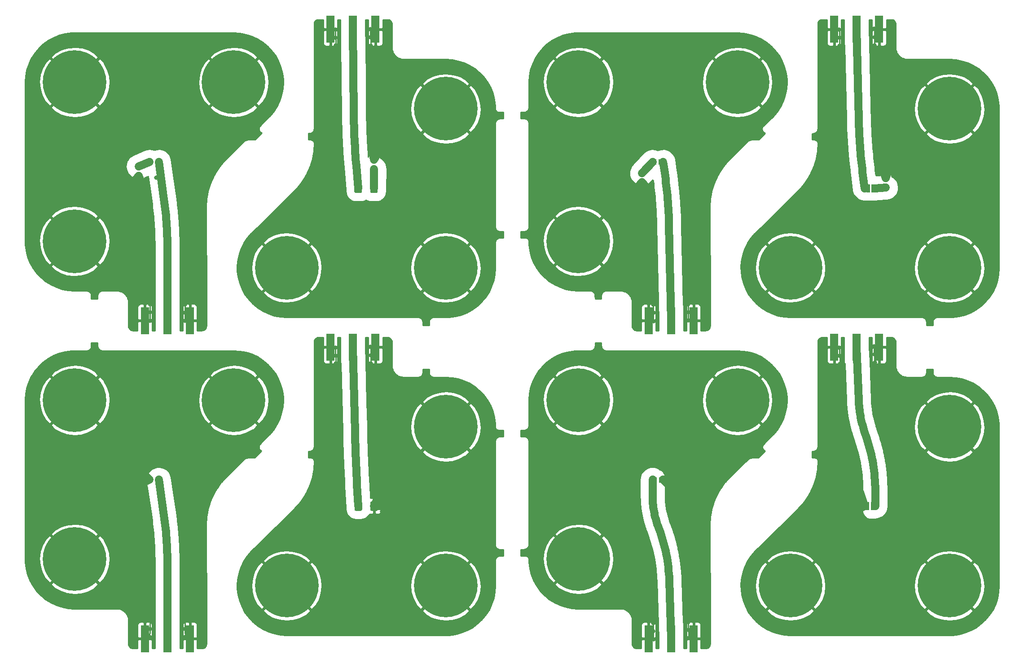
<source format=gbr>
G04 #@! TF.GenerationSoftware,KiCad,Pcbnew,(5.1.5)-3*
G04 #@! TF.CreationDate,2020-03-10T14:16:06+00:00*
G04 #@! TF.ProjectId,led_board,6c65645f-626f-4617-9264-2e6b69636164,rev?*
G04 #@! TF.SameCoordinates,Original*
G04 #@! TF.FileFunction,Copper,L1,Top*
G04 #@! TF.FilePolarity,Positive*
%FSLAX46Y46*%
G04 Gerber Fmt 4.6, Leading zero omitted, Abs format (unit mm)*
G04 Created by KiCad (PCBNEW (5.1.5)-3) date 2020-03-10 14:16:06*
%MOMM*%
%LPD*%
G04 APERTURE LIST*
%ADD10C,0.100000*%
%ADD11R,1.500000X5.080000*%
%ADD12C,0.900000*%
%ADD13C,12.000000*%
%ADD14R,0.650000X1.600000*%
%ADD15R,0.650000X1.060000*%
%ADD16C,0.800000*%
%ADD17C,1.510000*%
%ADD18C,1.500000*%
%ADD19C,0.250000*%
%ADD20C,0.254000*%
G04 APERTURE END LIST*
G04 #@! TA.AperFunction,SMDPad,CuDef*
D10*
G36*
X52330779Y-57106144D02*
G01*
X52353834Y-57109563D01*
X52376443Y-57115227D01*
X52398387Y-57123079D01*
X52419457Y-57133044D01*
X52439448Y-57145026D01*
X52458168Y-57158910D01*
X52475438Y-57174562D01*
X52491090Y-57191832D01*
X52504974Y-57210552D01*
X52516956Y-57230543D01*
X52526921Y-57251613D01*
X52534773Y-57273557D01*
X52540437Y-57296166D01*
X52543856Y-57319221D01*
X52545000Y-57342500D01*
X52545000Y-57917500D01*
X52543856Y-57940779D01*
X52540437Y-57963834D01*
X52534773Y-57986443D01*
X52526921Y-58008387D01*
X52516956Y-58029457D01*
X52504974Y-58049448D01*
X52491090Y-58068168D01*
X52475438Y-58085438D01*
X52458168Y-58101090D01*
X52439448Y-58114974D01*
X52419457Y-58126956D01*
X52398387Y-58136921D01*
X52376443Y-58144773D01*
X52353834Y-58150437D01*
X52330779Y-58153856D01*
X52307500Y-58155000D01*
X51832500Y-58155000D01*
X51809221Y-58153856D01*
X51786166Y-58150437D01*
X51763557Y-58144773D01*
X51741613Y-58136921D01*
X51720543Y-58126956D01*
X51700552Y-58114974D01*
X51681832Y-58101090D01*
X51664562Y-58085438D01*
X51648910Y-58068168D01*
X51635026Y-58049448D01*
X51623044Y-58029457D01*
X51613079Y-58008387D01*
X51605227Y-57986443D01*
X51599563Y-57963834D01*
X51596144Y-57940779D01*
X51595000Y-57917500D01*
X51595000Y-57342500D01*
X51596144Y-57319221D01*
X51599563Y-57296166D01*
X51605227Y-57273557D01*
X51613079Y-57251613D01*
X51623044Y-57230543D01*
X51635026Y-57210552D01*
X51648910Y-57191832D01*
X51664562Y-57174562D01*
X51681832Y-57158910D01*
X51700552Y-57145026D01*
X51720543Y-57133044D01*
X51741613Y-57123079D01*
X51763557Y-57115227D01*
X51786166Y-57109563D01*
X51809221Y-57106144D01*
X51832500Y-57105000D01*
X52307500Y-57105000D01*
X52330779Y-57106144D01*
G37*
G04 #@! TD.AperFunction*
G04 #@! TA.AperFunction,SMDPad,CuDef*
G36*
X52330779Y-55356144D02*
G01*
X52353834Y-55359563D01*
X52376443Y-55365227D01*
X52398387Y-55373079D01*
X52419457Y-55383044D01*
X52439448Y-55395026D01*
X52458168Y-55408910D01*
X52475438Y-55424562D01*
X52491090Y-55441832D01*
X52504974Y-55460552D01*
X52516956Y-55480543D01*
X52526921Y-55501613D01*
X52534773Y-55523557D01*
X52540437Y-55546166D01*
X52543856Y-55569221D01*
X52545000Y-55592500D01*
X52545000Y-56167500D01*
X52543856Y-56190779D01*
X52540437Y-56213834D01*
X52534773Y-56236443D01*
X52526921Y-56258387D01*
X52516956Y-56279457D01*
X52504974Y-56299448D01*
X52491090Y-56318168D01*
X52475438Y-56335438D01*
X52458168Y-56351090D01*
X52439448Y-56364974D01*
X52419457Y-56376956D01*
X52398387Y-56386921D01*
X52376443Y-56394773D01*
X52353834Y-56400437D01*
X52330779Y-56403856D01*
X52307500Y-56405000D01*
X51832500Y-56405000D01*
X51809221Y-56403856D01*
X51786166Y-56400437D01*
X51763557Y-56394773D01*
X51741613Y-56386921D01*
X51720543Y-56376956D01*
X51700552Y-56364974D01*
X51681832Y-56351090D01*
X51664562Y-56335438D01*
X51648910Y-56318168D01*
X51635026Y-56299448D01*
X51623044Y-56279457D01*
X51613079Y-56258387D01*
X51605227Y-56236443D01*
X51599563Y-56213834D01*
X51596144Y-56190779D01*
X51595000Y-56167500D01*
X51595000Y-55592500D01*
X51596144Y-55569221D01*
X51599563Y-55546166D01*
X51605227Y-55523557D01*
X51613079Y-55501613D01*
X51623044Y-55480543D01*
X51635026Y-55460552D01*
X51648910Y-55441832D01*
X51664562Y-55424562D01*
X51681832Y-55408910D01*
X51700552Y-55395026D01*
X51720543Y-55383044D01*
X51741613Y-55373079D01*
X51763557Y-55365227D01*
X51786166Y-55359563D01*
X51809221Y-55356144D01*
X51832500Y-55355000D01*
X52307500Y-55355000D01*
X52330779Y-55356144D01*
G37*
G04 #@! TD.AperFunction*
D11*
X187500000Y-90000000D03*
X183250000Y-90000000D03*
X191750000Y-90000000D03*
X152500000Y-145000000D03*
X156750000Y-145000000D03*
X148250000Y-145000000D03*
X92500000Y-90000000D03*
X88250000Y-90000000D03*
X96750000Y-90000000D03*
X57500000Y-145000000D03*
X61750000Y-145000000D03*
X53250000Y-145000000D03*
X187500000Y-30000000D03*
X183250000Y-30000000D03*
X191750000Y-30000000D03*
X152500000Y-85000000D03*
X156750000Y-85000000D03*
X148250000Y-85000000D03*
X92500000Y-30000000D03*
X88250000Y-30000000D03*
X96750000Y-30000000D03*
X57500000Y-85000000D03*
X61750000Y-85000000D03*
X53250000Y-85000000D03*
D12*
X208181981Y-131818019D03*
X205000000Y-130500000D03*
X201818019Y-131818019D03*
X200500000Y-135000000D03*
X201818019Y-138181981D03*
X205000000Y-139500000D03*
X208181981Y-138181981D03*
X209500000Y-135000000D03*
D13*
X205000000Y-135000000D03*
D12*
X138181981Y-126818019D03*
X135000000Y-125500000D03*
X131818019Y-126818019D03*
X130500000Y-130000000D03*
X131818019Y-133181981D03*
X135000000Y-134500000D03*
X138181981Y-133181981D03*
X139500000Y-130000000D03*
D13*
X135000000Y-130000000D03*
D12*
X113181981Y-131818019D03*
X110000000Y-130500000D03*
X106818019Y-131818019D03*
X105500000Y-135000000D03*
X106818019Y-138181981D03*
X110000000Y-139500000D03*
X113181981Y-138181981D03*
X114500000Y-135000000D03*
D13*
X110000000Y-135000000D03*
D12*
X73181981Y-96818019D03*
X70000000Y-95500000D03*
X66818019Y-96818019D03*
X65500000Y-100000000D03*
X66818019Y-103181981D03*
X70000000Y-104500000D03*
X73181981Y-103181981D03*
X74500000Y-100000000D03*
D13*
X70000000Y-100000000D03*
D12*
X178181981Y-131818019D03*
X175000000Y-130500000D03*
X171818019Y-131818019D03*
X170500000Y-135000000D03*
X171818019Y-138181981D03*
X175000000Y-139500000D03*
X178181981Y-138181981D03*
X179500000Y-135000000D03*
D13*
X175000000Y-135000000D03*
D12*
X168181981Y-96818019D03*
X165000000Y-95500000D03*
X161818019Y-96818019D03*
X160500000Y-100000000D03*
X161818019Y-103181981D03*
X165000000Y-104500000D03*
X168181981Y-103181981D03*
X169500000Y-100000000D03*
D13*
X165000000Y-100000000D03*
D12*
X83181981Y-131818019D03*
X80000000Y-130500000D03*
X76818019Y-131818019D03*
X75500000Y-135000000D03*
X76818019Y-138181981D03*
X80000000Y-139500000D03*
X83181981Y-138181981D03*
X84500000Y-135000000D03*
D13*
X80000000Y-135000000D03*
D12*
X43181981Y-96818019D03*
X40000000Y-95500000D03*
X36818019Y-96818019D03*
X35500000Y-100000000D03*
X36818019Y-103181981D03*
X40000000Y-104500000D03*
X43181981Y-103181981D03*
X44500000Y-100000000D03*
D13*
X40000000Y-100000000D03*
D12*
X208181981Y-101818019D03*
X205000000Y-100500000D03*
X201818019Y-101818019D03*
X200500000Y-105000000D03*
X201818019Y-108181981D03*
X205000000Y-109500000D03*
X208181981Y-108181981D03*
X209500000Y-105000000D03*
D13*
X205000000Y-105000000D03*
D12*
X138181981Y-96818019D03*
X135000000Y-95500000D03*
X131818019Y-96818019D03*
X130500000Y-100000000D03*
X131818019Y-103181981D03*
X135000000Y-104500000D03*
X138181981Y-103181981D03*
X139500000Y-100000000D03*
D13*
X135000000Y-100000000D03*
D12*
X113181981Y-101818019D03*
X110000000Y-100500000D03*
X106818019Y-101818019D03*
X105500000Y-105000000D03*
X106818019Y-108181981D03*
X110000000Y-109500000D03*
X113181981Y-108181981D03*
X114500000Y-105000000D03*
D13*
X110000000Y-105000000D03*
D12*
X43181981Y-126818019D03*
X40000000Y-125500000D03*
X36818019Y-126818019D03*
X35500000Y-130000000D03*
X36818019Y-133181981D03*
X40000000Y-134500000D03*
X43181981Y-133181981D03*
X44500000Y-130000000D03*
D13*
X40000000Y-130000000D03*
D14*
X190500000Y-120000000D03*
X189550000Y-120000000D03*
D15*
X149425000Y-115100000D03*
X150575000Y-115100000D03*
G04 #@! TA.AperFunction,SMDPad,CuDef*
D10*
G36*
X93999504Y-119126204D02*
G01*
X94023773Y-119129804D01*
X94047571Y-119135765D01*
X94070671Y-119144030D01*
X94092849Y-119154520D01*
X94113893Y-119167133D01*
X94133598Y-119181747D01*
X94151777Y-119198223D01*
X94168253Y-119216402D01*
X94182867Y-119236107D01*
X94195480Y-119257151D01*
X94205970Y-119279329D01*
X94214235Y-119302429D01*
X94220196Y-119326227D01*
X94223796Y-119350496D01*
X94225000Y-119375000D01*
X94225000Y-120625000D01*
X94223796Y-120649504D01*
X94220196Y-120673773D01*
X94214235Y-120697571D01*
X94205970Y-120720671D01*
X94195480Y-120742849D01*
X94182867Y-120763893D01*
X94168253Y-120783598D01*
X94151777Y-120801777D01*
X94133598Y-120818253D01*
X94113893Y-120832867D01*
X94092849Y-120845480D01*
X94070671Y-120855970D01*
X94047571Y-120864235D01*
X94023773Y-120870196D01*
X93999504Y-120873796D01*
X93975000Y-120875000D01*
X93050000Y-120875000D01*
X93025496Y-120873796D01*
X93001227Y-120870196D01*
X92977429Y-120864235D01*
X92954329Y-120855970D01*
X92932151Y-120845480D01*
X92911107Y-120832867D01*
X92891402Y-120818253D01*
X92873223Y-120801777D01*
X92856747Y-120783598D01*
X92842133Y-120763893D01*
X92829520Y-120742849D01*
X92819030Y-120720671D01*
X92810765Y-120697571D01*
X92804804Y-120673773D01*
X92801204Y-120649504D01*
X92800000Y-120625000D01*
X92800000Y-119375000D01*
X92801204Y-119350496D01*
X92804804Y-119326227D01*
X92810765Y-119302429D01*
X92819030Y-119279329D01*
X92829520Y-119257151D01*
X92842133Y-119236107D01*
X92856747Y-119216402D01*
X92873223Y-119198223D01*
X92891402Y-119181747D01*
X92911107Y-119167133D01*
X92932151Y-119154520D01*
X92954329Y-119144030D01*
X92977429Y-119135765D01*
X93001227Y-119129804D01*
X93025496Y-119126204D01*
X93050000Y-119125000D01*
X93975000Y-119125000D01*
X93999504Y-119126204D01*
G37*
G04 #@! TD.AperFunction*
G04 #@! TA.AperFunction,SMDPad,CuDef*
G36*
X96974504Y-119126204D02*
G01*
X96998773Y-119129804D01*
X97022571Y-119135765D01*
X97045671Y-119144030D01*
X97067849Y-119154520D01*
X97088893Y-119167133D01*
X97108598Y-119181747D01*
X97126777Y-119198223D01*
X97143253Y-119216402D01*
X97157867Y-119236107D01*
X97170480Y-119257151D01*
X97180970Y-119279329D01*
X97189235Y-119302429D01*
X97195196Y-119326227D01*
X97198796Y-119350496D01*
X97200000Y-119375000D01*
X97200000Y-120625000D01*
X97198796Y-120649504D01*
X97195196Y-120673773D01*
X97189235Y-120697571D01*
X97180970Y-120720671D01*
X97170480Y-120742849D01*
X97157867Y-120763893D01*
X97143253Y-120783598D01*
X97126777Y-120801777D01*
X97108598Y-120818253D01*
X97088893Y-120832867D01*
X97067849Y-120845480D01*
X97045671Y-120855970D01*
X97022571Y-120864235D01*
X96998773Y-120870196D01*
X96974504Y-120873796D01*
X96950000Y-120875000D01*
X96025000Y-120875000D01*
X96000496Y-120873796D01*
X95976227Y-120870196D01*
X95952429Y-120864235D01*
X95929329Y-120855970D01*
X95907151Y-120845480D01*
X95886107Y-120832867D01*
X95866402Y-120818253D01*
X95848223Y-120801777D01*
X95831747Y-120783598D01*
X95817133Y-120763893D01*
X95804520Y-120742849D01*
X95794030Y-120720671D01*
X95785765Y-120697571D01*
X95779804Y-120673773D01*
X95776204Y-120649504D01*
X95775000Y-120625000D01*
X95775000Y-119375000D01*
X95776204Y-119350496D01*
X95779804Y-119326227D01*
X95785765Y-119302429D01*
X95794030Y-119279329D01*
X95804520Y-119257151D01*
X95817133Y-119236107D01*
X95831747Y-119216402D01*
X95848223Y-119198223D01*
X95866402Y-119181747D01*
X95886107Y-119167133D01*
X95907151Y-119154520D01*
X95929329Y-119144030D01*
X95952429Y-119135765D01*
X95976227Y-119129804D01*
X96000496Y-119126204D01*
X96025000Y-119125000D01*
X96950000Y-119125000D01*
X96974504Y-119126204D01*
G37*
G04 #@! TD.AperFunction*
G04 #@! TA.AperFunction,SMDPad,CuDef*
G36*
X56185779Y-114526144D02*
G01*
X56208834Y-114529563D01*
X56231443Y-114535227D01*
X56253387Y-114543079D01*
X56274457Y-114553044D01*
X56294448Y-114565026D01*
X56313168Y-114578910D01*
X56330438Y-114594562D01*
X56346090Y-114611832D01*
X56359974Y-114630552D01*
X56371956Y-114650543D01*
X56381921Y-114671613D01*
X56389773Y-114693557D01*
X56395437Y-114716166D01*
X56398856Y-114739221D01*
X56400000Y-114762500D01*
X56400000Y-115237500D01*
X56398856Y-115260779D01*
X56395437Y-115283834D01*
X56389773Y-115306443D01*
X56381921Y-115328387D01*
X56371956Y-115349457D01*
X56359974Y-115369448D01*
X56346090Y-115388168D01*
X56330438Y-115405438D01*
X56313168Y-115421090D01*
X56294448Y-115434974D01*
X56274457Y-115446956D01*
X56253387Y-115456921D01*
X56231443Y-115464773D01*
X56208834Y-115470437D01*
X56185779Y-115473856D01*
X56162500Y-115475000D01*
X55587500Y-115475000D01*
X55564221Y-115473856D01*
X55541166Y-115470437D01*
X55518557Y-115464773D01*
X55496613Y-115456921D01*
X55475543Y-115446956D01*
X55455552Y-115434974D01*
X55436832Y-115421090D01*
X55419562Y-115405438D01*
X55403910Y-115388168D01*
X55390026Y-115369448D01*
X55378044Y-115349457D01*
X55368079Y-115328387D01*
X55360227Y-115306443D01*
X55354563Y-115283834D01*
X55351144Y-115260779D01*
X55350000Y-115237500D01*
X55350000Y-114762500D01*
X55351144Y-114739221D01*
X55354563Y-114716166D01*
X55360227Y-114693557D01*
X55368079Y-114671613D01*
X55378044Y-114650543D01*
X55390026Y-114630552D01*
X55403910Y-114611832D01*
X55419562Y-114594562D01*
X55436832Y-114578910D01*
X55455552Y-114565026D01*
X55475543Y-114553044D01*
X55496613Y-114543079D01*
X55518557Y-114535227D01*
X55541166Y-114529563D01*
X55564221Y-114526144D01*
X55587500Y-114525000D01*
X56162500Y-114525000D01*
X56185779Y-114526144D01*
G37*
G04 #@! TD.AperFunction*
G04 #@! TA.AperFunction,SMDPad,CuDef*
G36*
X54435779Y-114526144D02*
G01*
X54458834Y-114529563D01*
X54481443Y-114535227D01*
X54503387Y-114543079D01*
X54524457Y-114553044D01*
X54544448Y-114565026D01*
X54563168Y-114578910D01*
X54580438Y-114594562D01*
X54596090Y-114611832D01*
X54609974Y-114630552D01*
X54621956Y-114650543D01*
X54631921Y-114671613D01*
X54639773Y-114693557D01*
X54645437Y-114716166D01*
X54648856Y-114739221D01*
X54650000Y-114762500D01*
X54650000Y-115237500D01*
X54648856Y-115260779D01*
X54645437Y-115283834D01*
X54639773Y-115306443D01*
X54631921Y-115328387D01*
X54621956Y-115349457D01*
X54609974Y-115369448D01*
X54596090Y-115388168D01*
X54580438Y-115405438D01*
X54563168Y-115421090D01*
X54544448Y-115434974D01*
X54524457Y-115446956D01*
X54503387Y-115456921D01*
X54481443Y-115464773D01*
X54458834Y-115470437D01*
X54435779Y-115473856D01*
X54412500Y-115475000D01*
X53837500Y-115475000D01*
X53814221Y-115473856D01*
X53791166Y-115470437D01*
X53768557Y-115464773D01*
X53746613Y-115456921D01*
X53725543Y-115446956D01*
X53705552Y-115434974D01*
X53686832Y-115421090D01*
X53669562Y-115405438D01*
X53653910Y-115388168D01*
X53640026Y-115369448D01*
X53628044Y-115349457D01*
X53618079Y-115328387D01*
X53610227Y-115306443D01*
X53604563Y-115283834D01*
X53601144Y-115260779D01*
X53600000Y-115237500D01*
X53600000Y-114762500D01*
X53601144Y-114739221D01*
X53604563Y-114716166D01*
X53610227Y-114693557D01*
X53618079Y-114671613D01*
X53628044Y-114650543D01*
X53640026Y-114630552D01*
X53653910Y-114611832D01*
X53669562Y-114594562D01*
X53686832Y-114578910D01*
X53705552Y-114565026D01*
X53725543Y-114553044D01*
X53746613Y-114543079D01*
X53768557Y-114535227D01*
X53791166Y-114529563D01*
X53814221Y-114526144D01*
X53837500Y-114525000D01*
X54412500Y-114525000D01*
X54435779Y-114526144D01*
G37*
G04 #@! TD.AperFunction*
D12*
X113181981Y-41818019D03*
X110000000Y-40500000D03*
X106818019Y-41818019D03*
X105500000Y-45000000D03*
X106818019Y-48181981D03*
X110000000Y-49500000D03*
X113181981Y-48181981D03*
X114500000Y-45000000D03*
D13*
X110000000Y-45000000D03*
D12*
X113181981Y-71818019D03*
X110000000Y-70500000D03*
X106818019Y-71818019D03*
X105500000Y-75000000D03*
X106818019Y-78181981D03*
X110000000Y-79500000D03*
X113181981Y-78181981D03*
X114500000Y-75000000D03*
D13*
X110000000Y-75000000D03*
D12*
X83181981Y-71818019D03*
X80000000Y-70500000D03*
X76818019Y-71818019D03*
X75500000Y-75000000D03*
X76818019Y-78181981D03*
X80000000Y-79500000D03*
X83181981Y-78181981D03*
X84500000Y-75000000D03*
D13*
X80000000Y-75000000D03*
X70000000Y-40000000D03*
D12*
X70000000Y-35500000D03*
X73181981Y-36818019D03*
X74500000Y-40000000D03*
X73181981Y-43181981D03*
X70000000Y-44500000D03*
X66818019Y-43181981D03*
X65500000Y-40000000D03*
X66818019Y-36818019D03*
D13*
X40000000Y-70000000D03*
D12*
X40000000Y-65500000D03*
X43181981Y-66818019D03*
X44500000Y-70000000D03*
X43181981Y-73181981D03*
X40000000Y-74500000D03*
X36818019Y-73181981D03*
X35500000Y-70000000D03*
X36818019Y-66818019D03*
D13*
X40000000Y-40000000D03*
D12*
X40000000Y-35500000D03*
X43181981Y-36818019D03*
X44500000Y-40000000D03*
X43181981Y-43181981D03*
X40000000Y-44500000D03*
X36818019Y-43181981D03*
X35500000Y-40000000D03*
X36818019Y-36818019D03*
G04 #@! TA.AperFunction,SMDPad,CuDef*
D10*
G36*
X54435779Y-54526144D02*
G01*
X54458834Y-54529563D01*
X54481443Y-54535227D01*
X54503387Y-54543079D01*
X54524457Y-54553044D01*
X54544448Y-54565026D01*
X54563168Y-54578910D01*
X54580438Y-54594562D01*
X54596090Y-54611832D01*
X54609974Y-54630552D01*
X54621956Y-54650543D01*
X54631921Y-54671613D01*
X54639773Y-54693557D01*
X54645437Y-54716166D01*
X54648856Y-54739221D01*
X54650000Y-54762500D01*
X54650000Y-55237500D01*
X54648856Y-55260779D01*
X54645437Y-55283834D01*
X54639773Y-55306443D01*
X54631921Y-55328387D01*
X54621956Y-55349457D01*
X54609974Y-55369448D01*
X54596090Y-55388168D01*
X54580438Y-55405438D01*
X54563168Y-55421090D01*
X54544448Y-55434974D01*
X54524457Y-55446956D01*
X54503387Y-55456921D01*
X54481443Y-55464773D01*
X54458834Y-55470437D01*
X54435779Y-55473856D01*
X54412500Y-55475000D01*
X53837500Y-55475000D01*
X53814221Y-55473856D01*
X53791166Y-55470437D01*
X53768557Y-55464773D01*
X53746613Y-55456921D01*
X53725543Y-55446956D01*
X53705552Y-55434974D01*
X53686832Y-55421090D01*
X53669562Y-55405438D01*
X53653910Y-55388168D01*
X53640026Y-55369448D01*
X53628044Y-55349457D01*
X53618079Y-55328387D01*
X53610227Y-55306443D01*
X53604563Y-55283834D01*
X53601144Y-55260779D01*
X53600000Y-55237500D01*
X53600000Y-54762500D01*
X53601144Y-54739221D01*
X53604563Y-54716166D01*
X53610227Y-54693557D01*
X53618079Y-54671613D01*
X53628044Y-54650543D01*
X53640026Y-54630552D01*
X53653910Y-54611832D01*
X53669562Y-54594562D01*
X53686832Y-54578910D01*
X53705552Y-54565026D01*
X53725543Y-54553044D01*
X53746613Y-54543079D01*
X53768557Y-54535227D01*
X53791166Y-54529563D01*
X53814221Y-54526144D01*
X53837500Y-54525000D01*
X54412500Y-54525000D01*
X54435779Y-54526144D01*
G37*
G04 #@! TD.AperFunction*
G04 #@! TA.AperFunction,SMDPad,CuDef*
G36*
X56185779Y-54526144D02*
G01*
X56208834Y-54529563D01*
X56231443Y-54535227D01*
X56253387Y-54543079D01*
X56274457Y-54553044D01*
X56294448Y-54565026D01*
X56313168Y-54578910D01*
X56330438Y-54594562D01*
X56346090Y-54611832D01*
X56359974Y-54630552D01*
X56371956Y-54650543D01*
X56381921Y-54671613D01*
X56389773Y-54693557D01*
X56395437Y-54716166D01*
X56398856Y-54739221D01*
X56400000Y-54762500D01*
X56400000Y-55237500D01*
X56398856Y-55260779D01*
X56395437Y-55283834D01*
X56389773Y-55306443D01*
X56381921Y-55328387D01*
X56371956Y-55349457D01*
X56359974Y-55369448D01*
X56346090Y-55388168D01*
X56330438Y-55405438D01*
X56313168Y-55421090D01*
X56294448Y-55434974D01*
X56274457Y-55446956D01*
X56253387Y-55456921D01*
X56231443Y-55464773D01*
X56208834Y-55470437D01*
X56185779Y-55473856D01*
X56162500Y-55475000D01*
X55587500Y-55475000D01*
X55564221Y-55473856D01*
X55541166Y-55470437D01*
X55518557Y-55464773D01*
X55496613Y-55456921D01*
X55475543Y-55446956D01*
X55455552Y-55434974D01*
X55436832Y-55421090D01*
X55419562Y-55405438D01*
X55403910Y-55388168D01*
X55390026Y-55369448D01*
X55378044Y-55349457D01*
X55368079Y-55328387D01*
X55360227Y-55306443D01*
X55354563Y-55283834D01*
X55351144Y-55260779D01*
X55350000Y-55237500D01*
X55350000Y-54762500D01*
X55351144Y-54739221D01*
X55354563Y-54716166D01*
X55360227Y-54693557D01*
X55368079Y-54671613D01*
X55378044Y-54650543D01*
X55390026Y-54630552D01*
X55403910Y-54611832D01*
X55419562Y-54594562D01*
X55436832Y-54578910D01*
X55455552Y-54565026D01*
X55475543Y-54553044D01*
X55496613Y-54543079D01*
X55518557Y-54535227D01*
X55541166Y-54529563D01*
X55564221Y-54526144D01*
X55587500Y-54525000D01*
X56162500Y-54525000D01*
X56185779Y-54526144D01*
G37*
G04 #@! TD.AperFunction*
G04 #@! TA.AperFunction,SMDPad,CuDef*
G36*
X96760779Y-55851144D02*
G01*
X96783834Y-55854563D01*
X96806443Y-55860227D01*
X96828387Y-55868079D01*
X96849457Y-55878044D01*
X96869448Y-55890026D01*
X96888168Y-55903910D01*
X96905438Y-55919562D01*
X96921090Y-55936832D01*
X96934974Y-55955552D01*
X96946956Y-55975543D01*
X96956921Y-55996613D01*
X96964773Y-56018557D01*
X96970437Y-56041166D01*
X96973856Y-56064221D01*
X96975000Y-56087500D01*
X96975000Y-56662500D01*
X96973856Y-56685779D01*
X96970437Y-56708834D01*
X96964773Y-56731443D01*
X96956921Y-56753387D01*
X96946956Y-56774457D01*
X96934974Y-56794448D01*
X96921090Y-56813168D01*
X96905438Y-56830438D01*
X96888168Y-56846090D01*
X96869448Y-56859974D01*
X96849457Y-56871956D01*
X96828387Y-56881921D01*
X96806443Y-56889773D01*
X96783834Y-56895437D01*
X96760779Y-56898856D01*
X96737500Y-56900000D01*
X96262500Y-56900000D01*
X96239221Y-56898856D01*
X96216166Y-56895437D01*
X96193557Y-56889773D01*
X96171613Y-56881921D01*
X96150543Y-56871956D01*
X96130552Y-56859974D01*
X96111832Y-56846090D01*
X96094562Y-56830438D01*
X96078910Y-56813168D01*
X96065026Y-56794448D01*
X96053044Y-56774457D01*
X96043079Y-56753387D01*
X96035227Y-56731443D01*
X96029563Y-56708834D01*
X96026144Y-56685779D01*
X96025000Y-56662500D01*
X96025000Y-56087500D01*
X96026144Y-56064221D01*
X96029563Y-56041166D01*
X96035227Y-56018557D01*
X96043079Y-55996613D01*
X96053044Y-55975543D01*
X96065026Y-55955552D01*
X96078910Y-55936832D01*
X96094562Y-55919562D01*
X96111832Y-55903910D01*
X96130552Y-55890026D01*
X96150543Y-55878044D01*
X96171613Y-55868079D01*
X96193557Y-55860227D01*
X96216166Y-55854563D01*
X96239221Y-55851144D01*
X96262500Y-55850000D01*
X96737500Y-55850000D01*
X96760779Y-55851144D01*
G37*
G04 #@! TD.AperFunction*
G04 #@! TA.AperFunction,SMDPad,CuDef*
G36*
X96760779Y-54101144D02*
G01*
X96783834Y-54104563D01*
X96806443Y-54110227D01*
X96828387Y-54118079D01*
X96849457Y-54128044D01*
X96869448Y-54140026D01*
X96888168Y-54153910D01*
X96905438Y-54169562D01*
X96921090Y-54186832D01*
X96934974Y-54205552D01*
X96946956Y-54225543D01*
X96956921Y-54246613D01*
X96964773Y-54268557D01*
X96970437Y-54291166D01*
X96973856Y-54314221D01*
X96975000Y-54337500D01*
X96975000Y-54912500D01*
X96973856Y-54935779D01*
X96970437Y-54958834D01*
X96964773Y-54981443D01*
X96956921Y-55003387D01*
X96946956Y-55024457D01*
X96934974Y-55044448D01*
X96921090Y-55063168D01*
X96905438Y-55080438D01*
X96888168Y-55096090D01*
X96869448Y-55109974D01*
X96849457Y-55121956D01*
X96828387Y-55131921D01*
X96806443Y-55139773D01*
X96783834Y-55145437D01*
X96760779Y-55148856D01*
X96737500Y-55150000D01*
X96262500Y-55150000D01*
X96239221Y-55148856D01*
X96216166Y-55145437D01*
X96193557Y-55139773D01*
X96171613Y-55131921D01*
X96150543Y-55121956D01*
X96130552Y-55109974D01*
X96111832Y-55096090D01*
X96094562Y-55080438D01*
X96078910Y-55063168D01*
X96065026Y-55044448D01*
X96053044Y-55024457D01*
X96043079Y-55003387D01*
X96035227Y-54981443D01*
X96029563Y-54958834D01*
X96026144Y-54935779D01*
X96025000Y-54912500D01*
X96025000Y-54337500D01*
X96026144Y-54314221D01*
X96029563Y-54291166D01*
X96035227Y-54268557D01*
X96043079Y-54246613D01*
X96053044Y-54225543D01*
X96065026Y-54205552D01*
X96078910Y-54186832D01*
X96094562Y-54169562D01*
X96111832Y-54153910D01*
X96130552Y-54140026D01*
X96150543Y-54128044D01*
X96171613Y-54118079D01*
X96193557Y-54110227D01*
X96216166Y-54104563D01*
X96239221Y-54101144D01*
X96262500Y-54100000D01*
X96737500Y-54100000D01*
X96760779Y-54101144D01*
G37*
G04 #@! TD.AperFunction*
D12*
X208181981Y-71818019D03*
X205000000Y-70500000D03*
X201818019Y-71818019D03*
X200500000Y-75000000D03*
X201818019Y-78181981D03*
X205000000Y-79500000D03*
X208181981Y-78181981D03*
X209500000Y-75000000D03*
D13*
X205000000Y-75000000D03*
D12*
X168181981Y-36818019D03*
X165000000Y-35500000D03*
X161818019Y-36818019D03*
X160500000Y-40000000D03*
X161818019Y-43181981D03*
X165000000Y-44500000D03*
X168181981Y-43181981D03*
X169500000Y-40000000D03*
D13*
X165000000Y-40000000D03*
D12*
X178181981Y-71818019D03*
X175000000Y-70500000D03*
X171818019Y-71818019D03*
X170500000Y-75000000D03*
X171818019Y-78181981D03*
X175000000Y-79500000D03*
X178181981Y-78181981D03*
X179500000Y-75000000D03*
D13*
X175000000Y-75000000D03*
D12*
X138181981Y-66818019D03*
X135000000Y-65500000D03*
X131818019Y-66818019D03*
X130500000Y-70000000D03*
X131818019Y-73181981D03*
X135000000Y-74500000D03*
X138181981Y-73181981D03*
X139500000Y-70000000D03*
D13*
X135000000Y-70000000D03*
D12*
X208181981Y-41818019D03*
X205000000Y-40500000D03*
X201818019Y-41818019D03*
X200500000Y-45000000D03*
X201818019Y-48181981D03*
X205000000Y-49500000D03*
X208181981Y-48181981D03*
X209500000Y-45000000D03*
D13*
X205000000Y-45000000D03*
D12*
X138181981Y-36818019D03*
X135000000Y-35500000D03*
X131818019Y-36818019D03*
X130500000Y-40000000D03*
X131818019Y-43181981D03*
X135000000Y-44500000D03*
X138181981Y-43181981D03*
X139500000Y-40000000D03*
D13*
X135000000Y-40000000D03*
G04 #@! TA.AperFunction,SMDPad,CuDef*
D10*
G36*
X193260779Y-59351144D02*
G01*
X193283834Y-59354563D01*
X193306443Y-59360227D01*
X193328387Y-59368079D01*
X193349457Y-59378044D01*
X193369448Y-59390026D01*
X193388168Y-59403910D01*
X193405438Y-59419562D01*
X193421090Y-59436832D01*
X193434974Y-59455552D01*
X193446956Y-59475543D01*
X193456921Y-59496613D01*
X193464773Y-59518557D01*
X193470437Y-59541166D01*
X193473856Y-59564221D01*
X193475000Y-59587500D01*
X193475000Y-60162500D01*
X193473856Y-60185779D01*
X193470437Y-60208834D01*
X193464773Y-60231443D01*
X193456921Y-60253387D01*
X193446956Y-60274457D01*
X193434974Y-60294448D01*
X193421090Y-60313168D01*
X193405438Y-60330438D01*
X193388168Y-60346090D01*
X193369448Y-60359974D01*
X193349457Y-60371956D01*
X193328387Y-60381921D01*
X193306443Y-60389773D01*
X193283834Y-60395437D01*
X193260779Y-60398856D01*
X193237500Y-60400000D01*
X192762500Y-60400000D01*
X192739221Y-60398856D01*
X192716166Y-60395437D01*
X192693557Y-60389773D01*
X192671613Y-60381921D01*
X192650543Y-60371956D01*
X192630552Y-60359974D01*
X192611832Y-60346090D01*
X192594562Y-60330438D01*
X192578910Y-60313168D01*
X192565026Y-60294448D01*
X192553044Y-60274457D01*
X192543079Y-60253387D01*
X192535227Y-60231443D01*
X192529563Y-60208834D01*
X192526144Y-60185779D01*
X192525000Y-60162500D01*
X192525000Y-59587500D01*
X192526144Y-59564221D01*
X192529563Y-59541166D01*
X192535227Y-59518557D01*
X192543079Y-59496613D01*
X192553044Y-59475543D01*
X192565026Y-59455552D01*
X192578910Y-59436832D01*
X192594562Y-59419562D01*
X192611832Y-59403910D01*
X192630552Y-59390026D01*
X192650543Y-59378044D01*
X192671613Y-59368079D01*
X192693557Y-59360227D01*
X192716166Y-59354563D01*
X192739221Y-59351144D01*
X192762500Y-59350000D01*
X193237500Y-59350000D01*
X193260779Y-59351144D01*
G37*
G04 #@! TD.AperFunction*
G04 #@! TA.AperFunction,SMDPad,CuDef*
G36*
X193260779Y-57601144D02*
G01*
X193283834Y-57604563D01*
X193306443Y-57610227D01*
X193328387Y-57618079D01*
X193349457Y-57628044D01*
X193369448Y-57640026D01*
X193388168Y-57653910D01*
X193405438Y-57669562D01*
X193421090Y-57686832D01*
X193434974Y-57705552D01*
X193446956Y-57725543D01*
X193456921Y-57746613D01*
X193464773Y-57768557D01*
X193470437Y-57791166D01*
X193473856Y-57814221D01*
X193475000Y-57837500D01*
X193475000Y-58412500D01*
X193473856Y-58435779D01*
X193470437Y-58458834D01*
X193464773Y-58481443D01*
X193456921Y-58503387D01*
X193446956Y-58524457D01*
X193434974Y-58544448D01*
X193421090Y-58563168D01*
X193405438Y-58580438D01*
X193388168Y-58596090D01*
X193369448Y-58609974D01*
X193349457Y-58621956D01*
X193328387Y-58631921D01*
X193306443Y-58639773D01*
X193283834Y-58645437D01*
X193260779Y-58648856D01*
X193237500Y-58650000D01*
X192762500Y-58650000D01*
X192739221Y-58648856D01*
X192716166Y-58645437D01*
X192693557Y-58639773D01*
X192671613Y-58631921D01*
X192650543Y-58621956D01*
X192630552Y-58609974D01*
X192611832Y-58596090D01*
X192594562Y-58580438D01*
X192578910Y-58563168D01*
X192565026Y-58544448D01*
X192553044Y-58524457D01*
X192543079Y-58503387D01*
X192535227Y-58481443D01*
X192529563Y-58458834D01*
X192526144Y-58435779D01*
X192525000Y-58412500D01*
X192525000Y-57837500D01*
X192526144Y-57814221D01*
X192529563Y-57791166D01*
X192535227Y-57768557D01*
X192543079Y-57746613D01*
X192553044Y-57725543D01*
X192565026Y-57705552D01*
X192578910Y-57686832D01*
X192594562Y-57669562D01*
X192611832Y-57653910D01*
X192630552Y-57640026D01*
X192650543Y-57628044D01*
X192671613Y-57618079D01*
X192693557Y-57610227D01*
X192716166Y-57604563D01*
X192739221Y-57601144D01*
X192762500Y-57600000D01*
X193237500Y-57600000D01*
X193260779Y-57601144D01*
G37*
G04 #@! TD.AperFunction*
G04 #@! TA.AperFunction,SMDPad,CuDef*
G36*
X147260779Y-56601144D02*
G01*
X147283834Y-56604563D01*
X147306443Y-56610227D01*
X147328387Y-56618079D01*
X147349457Y-56628044D01*
X147369448Y-56640026D01*
X147388168Y-56653910D01*
X147405438Y-56669562D01*
X147421090Y-56686832D01*
X147434974Y-56705552D01*
X147446956Y-56725543D01*
X147456921Y-56746613D01*
X147464773Y-56768557D01*
X147470437Y-56791166D01*
X147473856Y-56814221D01*
X147475000Y-56837500D01*
X147475000Y-57412500D01*
X147473856Y-57435779D01*
X147470437Y-57458834D01*
X147464773Y-57481443D01*
X147456921Y-57503387D01*
X147446956Y-57524457D01*
X147434974Y-57544448D01*
X147421090Y-57563168D01*
X147405438Y-57580438D01*
X147388168Y-57596090D01*
X147369448Y-57609974D01*
X147349457Y-57621956D01*
X147328387Y-57631921D01*
X147306443Y-57639773D01*
X147283834Y-57645437D01*
X147260779Y-57648856D01*
X147237500Y-57650000D01*
X146762500Y-57650000D01*
X146739221Y-57648856D01*
X146716166Y-57645437D01*
X146693557Y-57639773D01*
X146671613Y-57631921D01*
X146650543Y-57621956D01*
X146630552Y-57609974D01*
X146611832Y-57596090D01*
X146594562Y-57580438D01*
X146578910Y-57563168D01*
X146565026Y-57544448D01*
X146553044Y-57524457D01*
X146543079Y-57503387D01*
X146535227Y-57481443D01*
X146529563Y-57458834D01*
X146526144Y-57435779D01*
X146525000Y-57412500D01*
X146525000Y-56837500D01*
X146526144Y-56814221D01*
X146529563Y-56791166D01*
X146535227Y-56768557D01*
X146543079Y-56746613D01*
X146553044Y-56725543D01*
X146565026Y-56705552D01*
X146578910Y-56686832D01*
X146594562Y-56669562D01*
X146611832Y-56653910D01*
X146630552Y-56640026D01*
X146650543Y-56628044D01*
X146671613Y-56618079D01*
X146693557Y-56610227D01*
X146716166Y-56604563D01*
X146739221Y-56601144D01*
X146762500Y-56600000D01*
X147237500Y-56600000D01*
X147260779Y-56601144D01*
G37*
G04 #@! TD.AperFunction*
G04 #@! TA.AperFunction,SMDPad,CuDef*
G36*
X147260779Y-58351144D02*
G01*
X147283834Y-58354563D01*
X147306443Y-58360227D01*
X147328387Y-58368079D01*
X147349457Y-58378044D01*
X147369448Y-58390026D01*
X147388168Y-58403910D01*
X147405438Y-58419562D01*
X147421090Y-58436832D01*
X147434974Y-58455552D01*
X147446956Y-58475543D01*
X147456921Y-58496613D01*
X147464773Y-58518557D01*
X147470437Y-58541166D01*
X147473856Y-58564221D01*
X147475000Y-58587500D01*
X147475000Y-59162500D01*
X147473856Y-59185779D01*
X147470437Y-59208834D01*
X147464773Y-59231443D01*
X147456921Y-59253387D01*
X147446956Y-59274457D01*
X147434974Y-59294448D01*
X147421090Y-59313168D01*
X147405438Y-59330438D01*
X147388168Y-59346090D01*
X147369448Y-59359974D01*
X147349457Y-59371956D01*
X147328387Y-59381921D01*
X147306443Y-59389773D01*
X147283834Y-59395437D01*
X147260779Y-59398856D01*
X147237500Y-59400000D01*
X146762500Y-59400000D01*
X146739221Y-59398856D01*
X146716166Y-59395437D01*
X146693557Y-59389773D01*
X146671613Y-59381921D01*
X146650543Y-59371956D01*
X146630552Y-59359974D01*
X146611832Y-59346090D01*
X146594562Y-59330438D01*
X146578910Y-59313168D01*
X146565026Y-59294448D01*
X146553044Y-59274457D01*
X146543079Y-59253387D01*
X146535227Y-59231443D01*
X146529563Y-59208834D01*
X146526144Y-59185779D01*
X146525000Y-59162500D01*
X146525000Y-58587500D01*
X146526144Y-58564221D01*
X146529563Y-58541166D01*
X146535227Y-58518557D01*
X146543079Y-58496613D01*
X146553044Y-58475543D01*
X146565026Y-58455552D01*
X146578910Y-58436832D01*
X146594562Y-58419562D01*
X146611832Y-58403910D01*
X146630552Y-58390026D01*
X146650543Y-58378044D01*
X146671613Y-58368079D01*
X146693557Y-58360227D01*
X146716166Y-58354563D01*
X146739221Y-58351144D01*
X146762500Y-58350000D01*
X147237500Y-58350000D01*
X147260779Y-58351144D01*
G37*
G04 #@! TD.AperFunction*
D14*
X189700000Y-60000000D03*
X190650000Y-60000000D03*
D15*
X150500000Y-55000000D03*
X149350000Y-55000000D03*
G04 #@! TA.AperFunction,SMDPad,CuDef*
D10*
G36*
X93975504Y-59126204D02*
G01*
X93999773Y-59129804D01*
X94023571Y-59135765D01*
X94046671Y-59144030D01*
X94068849Y-59154520D01*
X94089893Y-59167133D01*
X94109598Y-59181747D01*
X94127777Y-59198223D01*
X94144253Y-59216402D01*
X94158867Y-59236107D01*
X94171480Y-59257151D01*
X94181970Y-59279329D01*
X94190235Y-59302429D01*
X94196196Y-59326227D01*
X94199796Y-59350496D01*
X94201000Y-59375000D01*
X94201000Y-60625000D01*
X94199796Y-60649504D01*
X94196196Y-60673773D01*
X94190235Y-60697571D01*
X94181970Y-60720671D01*
X94171480Y-60742849D01*
X94158867Y-60763893D01*
X94144253Y-60783598D01*
X94127777Y-60801777D01*
X94109598Y-60818253D01*
X94089893Y-60832867D01*
X94068849Y-60845480D01*
X94046671Y-60855970D01*
X94023571Y-60864235D01*
X93999773Y-60870196D01*
X93975504Y-60873796D01*
X93951000Y-60875000D01*
X93026000Y-60875000D01*
X93001496Y-60873796D01*
X92977227Y-60870196D01*
X92953429Y-60864235D01*
X92930329Y-60855970D01*
X92908151Y-60845480D01*
X92887107Y-60832867D01*
X92867402Y-60818253D01*
X92849223Y-60801777D01*
X92832747Y-60783598D01*
X92818133Y-60763893D01*
X92805520Y-60742849D01*
X92795030Y-60720671D01*
X92786765Y-60697571D01*
X92780804Y-60673773D01*
X92777204Y-60649504D01*
X92776000Y-60625000D01*
X92776000Y-59375000D01*
X92777204Y-59350496D01*
X92780804Y-59326227D01*
X92786765Y-59302429D01*
X92795030Y-59279329D01*
X92805520Y-59257151D01*
X92818133Y-59236107D01*
X92832747Y-59216402D01*
X92849223Y-59198223D01*
X92867402Y-59181747D01*
X92887107Y-59167133D01*
X92908151Y-59154520D01*
X92930329Y-59144030D01*
X92953429Y-59135765D01*
X92977227Y-59129804D01*
X93001496Y-59126204D01*
X93026000Y-59125000D01*
X93951000Y-59125000D01*
X93975504Y-59126204D01*
G37*
G04 #@! TD.AperFunction*
G04 #@! TA.AperFunction,SMDPad,CuDef*
G36*
X96950504Y-59126204D02*
G01*
X96974773Y-59129804D01*
X96998571Y-59135765D01*
X97021671Y-59144030D01*
X97043849Y-59154520D01*
X97064893Y-59167133D01*
X97084598Y-59181747D01*
X97102777Y-59198223D01*
X97119253Y-59216402D01*
X97133867Y-59236107D01*
X97146480Y-59257151D01*
X97156970Y-59279329D01*
X97165235Y-59302429D01*
X97171196Y-59326227D01*
X97174796Y-59350496D01*
X97176000Y-59375000D01*
X97176000Y-60625000D01*
X97174796Y-60649504D01*
X97171196Y-60673773D01*
X97165235Y-60697571D01*
X97156970Y-60720671D01*
X97146480Y-60742849D01*
X97133867Y-60763893D01*
X97119253Y-60783598D01*
X97102777Y-60801777D01*
X97084598Y-60818253D01*
X97064893Y-60832867D01*
X97043849Y-60845480D01*
X97021671Y-60855970D01*
X96998571Y-60864235D01*
X96974773Y-60870196D01*
X96950504Y-60873796D01*
X96926000Y-60875000D01*
X96001000Y-60875000D01*
X95976496Y-60873796D01*
X95952227Y-60870196D01*
X95928429Y-60864235D01*
X95905329Y-60855970D01*
X95883151Y-60845480D01*
X95862107Y-60832867D01*
X95842402Y-60818253D01*
X95824223Y-60801777D01*
X95807747Y-60783598D01*
X95793133Y-60763893D01*
X95780520Y-60742849D01*
X95770030Y-60720671D01*
X95761765Y-60697571D01*
X95755804Y-60673773D01*
X95752204Y-60649504D01*
X95751000Y-60625000D01*
X95751000Y-59375000D01*
X95752204Y-59350496D01*
X95755804Y-59326227D01*
X95761765Y-59302429D01*
X95770030Y-59279329D01*
X95780520Y-59257151D01*
X95793133Y-59236107D01*
X95807747Y-59216402D01*
X95824223Y-59198223D01*
X95842402Y-59181747D01*
X95862107Y-59167133D01*
X95883151Y-59154520D01*
X95905329Y-59144030D01*
X95928429Y-59135765D01*
X95952227Y-59129804D01*
X95976496Y-59126204D01*
X96001000Y-59125000D01*
X96926000Y-59125000D01*
X96950504Y-59126204D01*
G37*
G04 #@! TD.AperFunction*
D16*
X99781583Y-58220725D03*
X99763333Y-60033225D03*
X99799833Y-56408225D03*
X60800000Y-83471689D03*
X60800000Y-81943378D03*
X60800000Y-80415068D03*
X60800000Y-78886757D03*
X60800000Y-77358446D03*
X60800000Y-75830136D03*
X60800000Y-74301825D03*
X60800000Y-72773514D03*
X60799391Y-71245205D03*
X60780341Y-69717047D03*
X60730297Y-68189587D03*
X60647886Y-66663531D03*
X60533965Y-65139506D03*
X60389152Y-63618103D03*
X60212010Y-62100125D03*
X60005345Y-60585872D03*
X59789488Y-59072882D03*
X59573632Y-57559892D03*
X59357775Y-56046902D03*
X60800000Y-85000000D03*
X59141919Y-54533912D03*
X53268875Y-60097752D03*
X53489140Y-61641640D03*
X53696677Y-63187259D03*
X53869148Y-64737176D03*
X54005418Y-66290689D03*
X54106324Y-67846904D03*
X54170034Y-69405086D03*
X54198081Y-70964311D03*
X54200000Y-72523828D03*
X54200000Y-74083350D03*
X54200000Y-75642871D03*
X54200000Y-77202393D03*
X54200000Y-78761914D03*
X54200000Y-80321435D03*
X54200000Y-81880957D03*
X54200000Y-83440478D03*
X54200000Y-85000000D03*
X96085768Y-50342467D03*
X96024352Y-48776099D03*
X95982178Y-47209095D03*
X95958088Y-45641707D03*
X95942262Y-44074205D03*
X95926437Y-42506703D03*
X95910611Y-40939201D03*
X95894785Y-39371698D03*
X95878960Y-37804196D03*
X95863134Y-36236694D03*
X95847308Y-34669191D03*
X95831483Y-33101689D03*
X95815657Y-31534187D03*
X95799832Y-29966685D03*
X89215449Y-31546967D03*
X89230731Y-33060619D03*
X89246013Y-34574272D03*
X89261295Y-36087924D03*
X89276577Y-37601577D03*
X89291859Y-39115229D03*
X89307141Y-40628882D03*
X89322423Y-42142534D03*
X89337705Y-43656187D03*
X89352987Y-45169839D03*
X89371209Y-46683455D03*
X89404131Y-48196817D03*
X89453451Y-49709735D03*
X89519906Y-51221996D03*
X89602575Y-52733457D03*
X89701902Y-54243916D03*
X89818050Y-55753174D03*
X89944981Y-57261571D03*
X90072616Y-58769910D03*
X89200168Y-30033315D03*
X90200252Y-60278250D03*
X60800000Y-143175860D03*
X60800000Y-141661721D03*
X60800000Y-140147582D03*
X60800000Y-138633443D03*
X60800000Y-137119303D03*
X60800000Y-135605164D03*
X60800000Y-134091025D03*
X60800000Y-132576886D03*
X60799956Y-131062747D03*
X60783479Y-129548726D03*
X60736508Y-128035349D03*
X60659062Y-126523221D03*
X60549448Y-125013083D03*
X60409325Y-123505475D03*
X60238863Y-122000992D03*
X60036296Y-120500499D03*
X59811859Y-119003086D03*
X59587421Y-117505673D03*
X59362983Y-116008260D03*
X60800000Y-144690000D03*
X59138546Y-114510848D03*
X52840043Y-117014266D03*
X53068633Y-118539381D03*
X53297223Y-120064496D03*
X53525813Y-121589610D03*
X53725687Y-123118716D03*
X53891193Y-124651917D03*
X54021096Y-126188550D03*
X54115628Y-127727758D03*
X54175418Y-129268712D03*
X54198774Y-130810648D03*
X54200000Y-132352796D03*
X54200000Y-133894946D03*
X54200000Y-135437097D03*
X54200000Y-136979247D03*
X54200000Y-138521398D03*
X54200000Y-140063548D03*
X54200000Y-141605699D03*
X54200000Y-143147849D03*
X52611454Y-115489152D03*
X54200000Y-144690000D03*
X96717663Y-118240697D03*
X96628164Y-116669008D03*
X96539583Y-115097268D03*
X96458001Y-113525151D03*
X96384622Y-111952630D03*
X96319536Y-110379743D03*
X96262774Y-108806534D03*
X96214188Y-107233052D03*
X96173776Y-105659337D03*
X96136305Y-104085549D03*
X96098834Y-102511760D03*
X96061362Y-100937971D03*
X96023891Y-99364183D03*
X95986420Y-97790394D03*
X95948949Y-96216605D03*
X95911478Y-94642817D03*
X95874007Y-93069028D03*
X95836536Y-91495239D03*
X95799065Y-89921451D03*
X89236792Y-91584561D03*
X89272649Y-93090573D03*
X89308507Y-94596585D03*
X89344364Y-96102597D03*
X89380222Y-97608609D03*
X89416079Y-99114621D03*
X89451936Y-100620633D03*
X89487794Y-102126645D03*
X89523651Y-103632657D03*
X89559509Y-105138669D03*
X89595948Y-106644667D03*
X89638370Y-108150506D03*
X89688159Y-109656120D03*
X89745242Y-111161476D03*
X89809988Y-112666521D03*
X89881962Y-114171237D03*
X89961421Y-115675577D03*
X90046547Y-117179609D03*
X90132192Y-118683611D03*
X89200935Y-90078549D03*
X90217837Y-120187614D03*
X155751078Y-143382947D03*
X155703766Y-141868970D03*
X155656454Y-140354993D03*
X155609142Y-138841016D03*
X155561830Y-137327039D03*
X155514518Y-135813062D03*
X155467206Y-134299085D03*
X155400067Y-132785959D03*
X155269268Y-131277058D03*
X155070701Y-129775543D03*
X154802763Y-128284848D03*
X154468380Y-126807667D03*
X154068253Y-125346930D03*
X153603178Y-123905540D03*
X153082888Y-122483032D03*
X152652580Y-121031640D03*
X152390655Y-119540619D03*
X152300537Y-118029429D03*
X152300000Y-116514716D03*
X155798390Y-144896925D03*
X152300000Y-115000000D03*
X145700000Y-116525025D03*
X145700353Y-118050050D03*
X145763505Y-119573370D03*
X145941696Y-121087558D03*
X146237538Y-122583217D03*
X146645969Y-124052115D03*
X147158382Y-125488263D03*
X147651766Y-126931059D03*
X148063145Y-128399297D03*
X148391466Y-129888301D03*
X148635698Y-131393419D03*
X148793262Y-132910078D03*
X148868172Y-134433102D03*
X148915806Y-135957383D03*
X148963440Y-137481665D03*
X149011074Y-139005947D03*
X149058708Y-140530229D03*
X149106342Y-142054511D03*
X149153976Y-143578793D03*
X145700000Y-115000000D03*
X149201610Y-145103075D03*
X194300000Y-118475178D03*
X194299667Y-116950358D03*
X194262401Y-115426132D03*
X194157746Y-113905069D03*
X193985903Y-112390123D03*
X193747196Y-110884238D03*
X193439598Y-109390896D03*
X193065757Y-107912772D03*
X192626893Y-106452643D03*
X192146950Y-105005333D03*
X191711589Y-103544424D03*
X191401195Y-102052008D03*
X191220615Y-100538384D03*
X191149183Y-99015341D03*
X191090579Y-97491646D03*
X191031976Y-95967951D03*
X190973372Y-94444256D03*
X190914769Y-92920561D03*
X190856165Y-91396866D03*
X194300000Y-120000000D03*
X190797562Y-89873171D03*
X184260553Y-91637846D03*
X184318669Y-93148864D03*
X184376785Y-94659882D03*
X184434901Y-96170900D03*
X184493017Y-97681918D03*
X184551133Y-99192936D03*
X184616762Y-100703599D03*
X184757045Y-102208955D03*
X184991242Y-103702577D03*
X185316963Y-105178952D03*
X185734554Y-106632009D03*
X186210579Y-108067254D03*
X186659703Y-109510968D03*
X187032151Y-110976314D03*
X187321651Y-112460282D03*
X187529712Y-113957798D03*
X187655979Y-115464418D03*
X187699589Y-116975731D03*
X184202438Y-90126829D03*
X191706704Y-54931970D03*
X191552149Y-53375229D03*
X191423043Y-51816167D03*
X191320117Y-50255160D03*
X191242269Y-48692702D03*
X191190810Y-47129150D03*
X191154605Y-45565153D03*
X191119059Y-44001139D03*
X191083513Y-42437126D03*
X191047967Y-40873113D03*
X191012422Y-39309099D03*
X190976876Y-37745086D03*
X190941330Y-36181073D03*
X190905785Y-34617059D03*
X190870239Y-33053046D03*
X190834693Y-31489033D03*
X190799148Y-29925020D03*
X184235382Y-31594322D03*
X184269912Y-33113665D03*
X184304443Y-34633007D03*
X184338973Y-36152350D03*
X184373504Y-37671692D03*
X184408034Y-39191035D03*
X184442565Y-40710378D03*
X184477095Y-42229720D03*
X184511625Y-43749063D03*
X184546156Y-45268405D03*
X184580686Y-46787748D03*
X184622826Y-48306888D03*
X184687344Y-49825236D03*
X184774425Y-51342457D03*
X184883675Y-52858244D03*
X185016399Y-54372157D03*
X185171355Y-55883954D03*
X185348482Y-57393316D03*
X185536982Y-58901315D03*
X184200852Y-30074980D03*
X185725483Y-60409315D03*
X155766117Y-83405588D03*
X155733015Y-81882899D03*
X155699913Y-80360210D03*
X155666811Y-78837521D03*
X155633709Y-77314832D03*
X155600607Y-75792143D03*
X155567505Y-74269454D03*
X155534403Y-72746765D03*
X155501301Y-71224076D03*
X155468199Y-69701387D03*
X155435097Y-68178698D03*
X155401001Y-66656032D03*
X155349861Y-65133867D03*
X155271949Y-63612835D03*
X155166684Y-62093451D03*
X155035241Y-60576109D03*
X154876932Y-59061333D03*
X154691587Y-57549628D03*
X154482224Y-56041051D03*
X155799220Y-84928277D03*
X154266833Y-54533310D03*
X148352691Y-60109669D03*
X148508044Y-61663364D03*
X148632063Y-63219872D03*
X148726314Y-64778464D03*
X148789766Y-66338616D03*
X148827472Y-67899621D03*
X148861409Y-69460721D03*
X148895346Y-71021821D03*
X148929283Y-72582922D03*
X148963220Y-74144022D03*
X148997157Y-75705122D03*
X149031094Y-77266222D03*
X149065031Y-78827322D03*
X149098968Y-80388422D03*
X149132905Y-81949522D03*
X149166842Y-83510622D03*
X149200780Y-85071723D03*
X192205848Y-63231074D03*
X191205848Y-63293574D03*
X193205848Y-63168574D03*
X191893179Y-56539533D03*
X187000000Y-121000000D03*
X98000000Y-119000000D03*
X98000000Y-120000000D03*
X98000000Y-121000000D03*
X97000000Y-53000000D03*
X98000000Y-53000000D03*
X194000000Y-56000000D03*
X193000000Y-56000000D03*
X188000000Y-121000000D03*
X153000000Y-114000000D03*
X153000000Y-115000000D03*
X153000000Y-116000000D03*
X187000000Y-119000000D03*
X187000000Y-120000000D03*
X51000000Y-59000000D03*
X52000000Y-59000000D03*
X51000000Y-60000000D03*
X52000000Y-114000000D03*
X52000000Y-115000000D03*
X52000000Y-115000000D03*
X52000000Y-116000000D03*
X51000000Y-116000000D03*
X99000000Y-119000000D03*
X99000000Y-120000000D03*
X99000000Y-121000000D03*
X193000000Y-55000000D03*
X194000000Y-55000000D03*
X146000000Y-60000000D03*
X147000000Y-60000000D03*
X147000000Y-61000000D03*
X146000000Y-61000000D03*
X97000000Y-52000000D03*
X98000000Y-52000000D03*
X51000000Y-60000000D03*
X51000000Y-60000000D03*
X52000000Y-60000000D03*
X51000000Y-115000000D03*
X51000000Y-114000000D03*
X56500000Y-51900000D03*
X58300000Y-53000000D03*
X58500000Y-113150000D03*
X57050000Y-112000000D03*
X55150000Y-111850000D03*
X188000000Y-120000000D03*
X188000000Y-119000000D03*
X96165378Y-51908016D03*
X53369043Y-58913560D03*
X55424043Y-58033560D03*
X52825957Y-51966440D03*
X50770957Y-52846440D03*
X144350000Y-55250000D03*
X145250000Y-54150000D03*
X146250000Y-53150000D03*
X147300000Y-52250000D03*
D17*
X92659521Y-45800254D02*
X92500000Y-30000000D01*
X93131591Y-55782194D02*
X93488500Y-60000000D01*
X93080362Y-55159586D02*
X93131591Y-55782194D01*
X93032026Y-54536747D02*
X93080362Y-55159586D01*
X92986583Y-53913690D02*
X93032026Y-54536747D01*
X92944036Y-53290429D02*
X92986583Y-53913690D01*
X92904384Y-52666977D02*
X92944036Y-53290429D01*
X92867628Y-52043347D02*
X92904384Y-52666977D01*
X92833770Y-51419554D02*
X92867628Y-52043347D01*
X92802809Y-50795610D02*
X92833770Y-51419554D01*
X92774748Y-50171529D02*
X92802809Y-50795610D01*
X92749585Y-49547324D02*
X92774748Y-50171529D01*
X92727322Y-48923009D02*
X92749585Y-49547324D01*
X92707960Y-48298597D02*
X92727322Y-48923009D01*
X92691498Y-47674102D02*
X92707960Y-48298597D01*
X92677937Y-47049538D02*
X92691498Y-47674102D01*
X92667278Y-46424917D02*
X92677937Y-47049538D01*
X92659521Y-45800254D02*
X92667278Y-46424917D01*
X96463500Y-60000000D02*
X96500000Y-56375000D01*
X152108669Y-66998818D02*
X152500000Y-85000000D01*
X152108669Y-66998818D02*
X152092758Y-66374774D01*
X152092758Y-66374774D02*
X152072161Y-65750868D01*
X152072161Y-65750868D02*
X152046879Y-65127133D01*
X152046879Y-65127133D02*
X152016914Y-64503607D01*
X152016914Y-64503607D02*
X151982267Y-63880323D01*
X151982267Y-63880323D02*
X151942939Y-63257316D01*
X151942939Y-63257316D02*
X151898935Y-62634623D01*
X151898935Y-62634623D02*
X151850255Y-62012278D01*
X151850255Y-62012278D02*
X151796902Y-61390316D01*
X151796902Y-61390316D02*
X151738880Y-60768772D01*
X151738880Y-60768772D02*
X151676192Y-60147681D01*
X151676192Y-60147681D02*
X151608842Y-59527078D01*
X151608842Y-59527078D02*
X151536832Y-58906999D01*
X151536832Y-58906999D02*
X151460168Y-58287479D01*
X151460168Y-58287479D02*
X151378853Y-57668551D01*
X151378853Y-57668551D02*
X151292893Y-57050252D01*
X151292893Y-57050252D02*
X151000000Y-55000000D01*
D18*
X147000000Y-57125000D02*
X149000000Y-55000000D01*
D17*
X187886392Y-47001290D02*
X187500000Y-30000000D01*
X188620173Y-56961389D02*
X189000000Y-60000000D01*
X188544685Y-56341507D02*
X188620173Y-56961389D01*
X188473138Y-55721158D02*
X188544685Y-56341507D01*
X188405532Y-55100368D02*
X188473138Y-55721158D01*
X188341871Y-54479160D02*
X188405532Y-55100368D01*
X188282157Y-53857561D02*
X188341871Y-54479160D01*
X188226393Y-53235595D02*
X188282157Y-53857561D01*
X188174580Y-52613287D02*
X188226393Y-53235595D01*
X188126722Y-51990663D02*
X188174580Y-52613287D01*
X188082819Y-51367747D02*
X188126722Y-51990663D01*
X188042874Y-50744565D02*
X188082819Y-51367747D01*
X188006888Y-50121142D02*
X188042874Y-50744565D01*
X187974862Y-49497503D02*
X188006888Y-50121142D01*
X187946799Y-48873673D02*
X187974862Y-49497503D01*
X187922698Y-48249677D02*
X187946799Y-48873673D01*
X187902562Y-47625541D02*
X187922698Y-48249677D01*
X187886392Y-47001290D02*
X187902562Y-47625541D01*
D18*
X191000000Y-60000000D02*
X193000000Y-59875000D01*
X187000000Y-118000000D02*
X189000000Y-120000000D01*
X189000000Y-120000000D02*
X187000000Y-121000000D01*
X193000000Y-58125000D02*
X192000000Y-55000000D01*
X153000000Y-117000000D02*
X151000000Y-115000000D01*
X151000000Y-115000000D02*
X153000000Y-115000000D01*
X52070000Y-57630000D02*
X51000000Y-59000000D01*
X54125000Y-115000000D02*
X52000000Y-116000000D01*
X96487500Y-120000000D02*
X98000000Y-117000000D01*
X96487500Y-120000000D02*
X100000000Y-120000000D01*
X189000000Y-120000000D02*
X187000000Y-114000000D01*
X193000000Y-58125000D02*
X194000000Y-55000000D01*
X147000000Y-58875000D02*
X146000000Y-60000000D01*
X147000000Y-58875000D02*
X148000000Y-60000000D01*
X147000000Y-58875000D02*
X147000000Y-61000000D01*
X96500000Y-54625000D02*
X97000000Y-52000000D01*
X96500000Y-54625000D02*
X98000000Y-52000000D01*
X52070000Y-57630000D02*
X53000000Y-60000000D01*
X52070000Y-57630000D02*
X52000000Y-60000000D01*
X54125000Y-115000000D02*
X51000000Y-114000000D01*
X54125000Y-115000000D02*
X52000000Y-113000000D01*
X96500000Y-54625000D02*
X96000000Y-52000000D01*
D19*
X61110000Y-145000000D02*
X60800000Y-144690000D01*
X61750000Y-145000000D02*
X61110000Y-145000000D01*
X60800000Y-143175860D02*
X60800000Y-144050000D01*
X60800000Y-144050000D02*
X61750000Y-145000000D01*
X60800000Y-141661721D02*
X60800000Y-144050000D01*
X54200000Y-141605699D02*
X54200000Y-144050000D01*
X54200000Y-144050000D02*
X53250000Y-145000000D01*
X54200000Y-143147849D02*
X54200000Y-144050000D01*
X53890000Y-145000000D02*
X54200000Y-144690000D01*
X53250000Y-145000000D02*
X53890000Y-145000000D01*
X89200935Y-91548704D02*
X89236792Y-91584561D01*
X89200935Y-90078549D02*
X89200935Y-91548704D01*
X88328549Y-90078549D02*
X88250000Y-90000000D01*
X89200935Y-90078549D02*
X88328549Y-90078549D01*
X95836536Y-89958922D02*
X95799065Y-89921451D01*
X95836536Y-91495239D02*
X95836536Y-89958922D01*
X96671451Y-89921451D02*
X96750000Y-90000000D01*
X95799065Y-89921451D02*
X96671451Y-89921451D01*
X155703766Y-143335635D02*
X155751078Y-143382947D01*
X155703766Y-141868970D02*
X155703766Y-143335635D01*
X155798390Y-143430259D02*
X155751078Y-143382947D01*
X155798390Y-144896925D02*
X155798390Y-143430259D01*
X149058708Y-142006877D02*
X149106342Y-142054511D01*
X149058708Y-140530229D02*
X149058708Y-142006877D01*
X149106342Y-143531159D02*
X149153976Y-143578793D01*
X149106342Y-142054511D02*
X149106342Y-143531159D01*
X149153976Y-145055441D02*
X149201610Y-145103075D01*
X149153976Y-143578793D02*
X149153976Y-145055441D01*
X184318669Y-91695962D02*
X184260553Y-91637846D01*
X184318669Y-93148864D02*
X184318669Y-91695962D01*
X184260553Y-90184944D02*
X184202438Y-90126829D01*
X184260553Y-91637846D02*
X184260553Y-90184944D01*
X183376829Y-90126829D02*
X183250000Y-90000000D01*
X184202438Y-90126829D02*
X183376829Y-90126829D01*
X190797562Y-91338263D02*
X190856165Y-91396866D01*
X190797562Y-89873171D02*
X190797562Y-91338263D01*
X190856165Y-92861957D02*
X190914769Y-92920561D01*
X190856165Y-91396866D02*
X190856165Y-92861957D01*
X190924391Y-90000000D02*
X190797562Y-89873171D01*
X191750000Y-90000000D02*
X190924391Y-90000000D01*
X149132905Y-85003848D02*
X149200780Y-85071723D01*
X149132905Y-81949522D02*
X149132905Y-85003848D01*
X148321723Y-85071723D02*
X148250000Y-85000000D01*
X149200780Y-85071723D02*
X148321723Y-85071723D01*
X155733015Y-84862072D02*
X155799220Y-84928277D01*
X155733015Y-81882899D02*
X155733015Y-84862072D01*
X156678277Y-84928277D02*
X156750000Y-85000000D01*
X155799220Y-84928277D02*
X156678277Y-84928277D01*
X184269912Y-31628852D02*
X184235382Y-31594322D01*
X184269912Y-33113665D02*
X184269912Y-31628852D01*
X184235382Y-30109510D02*
X184200852Y-30074980D01*
X184235382Y-31594322D02*
X184235382Y-30109510D01*
X184125872Y-30000000D02*
X184200852Y-30074980D01*
X183250000Y-30000000D02*
X184125872Y-30000000D01*
X190870239Y-31524579D02*
X190834693Y-31489033D01*
X190870239Y-33053046D02*
X190870239Y-31524579D01*
X190834693Y-29960565D02*
X190799148Y-29925020D01*
X190834693Y-31489033D02*
X190834693Y-29960565D01*
X191675020Y-29925020D02*
X191750000Y-30000000D01*
X190799148Y-29925020D02*
X191675020Y-29925020D01*
X89230731Y-31562249D02*
X89215449Y-31546967D01*
X89230731Y-33060619D02*
X89230731Y-31562249D01*
X89215449Y-30048596D02*
X89200168Y-30033315D01*
X89215449Y-31546967D02*
X89215449Y-30048596D01*
X88283315Y-30033315D02*
X88250000Y-30000000D01*
X89200168Y-30033315D02*
X88283315Y-30033315D01*
X95831483Y-31550013D02*
X95815657Y-31534187D01*
X95831483Y-33101689D02*
X95831483Y-31550013D01*
X95815657Y-29982510D02*
X95799832Y-29966685D01*
X95815657Y-31534187D02*
X95815657Y-29982510D01*
X96716685Y-29966685D02*
X96750000Y-30000000D01*
X95799832Y-29966685D02*
X96716685Y-29966685D01*
X54200000Y-81880957D02*
X54200000Y-85000000D01*
X54200000Y-85000000D02*
X53250000Y-85000000D01*
X60800000Y-81943378D02*
X60800000Y-85000000D01*
X60800000Y-85000000D02*
X61750000Y-85000000D01*
X89272649Y-91620418D02*
X89236792Y-91584561D01*
X89272649Y-93090573D02*
X89272649Y-91620418D01*
X95836536Y-93031557D02*
X95874007Y-93069028D01*
X95836536Y-91495239D02*
X95836536Y-93031557D01*
D17*
X52070000Y-55880000D02*
X54125000Y-55000000D01*
X57500000Y-71390000D02*
X57500000Y-85000000D01*
X56793805Y-61440122D02*
X55875000Y-55000000D01*
X56879195Y-62058203D02*
X56793805Y-61440122D01*
X56959107Y-62677016D02*
X56879195Y-62058203D01*
X57033536Y-63296512D02*
X56959107Y-62677016D01*
X57102474Y-63916644D02*
X57033536Y-63296512D01*
X57165918Y-64537362D02*
X57102474Y-63916644D01*
X57223861Y-65158617D02*
X57165918Y-64537362D01*
X57276300Y-65780361D02*
X57223861Y-65158617D01*
X57323229Y-66402546D02*
X57276300Y-65780361D01*
X57364647Y-67025121D02*
X57323229Y-66402546D01*
X57400548Y-67648039D02*
X57364647Y-67025121D01*
X57430931Y-68271251D02*
X57400548Y-67648039D01*
X57455793Y-68894707D02*
X57430931Y-68271251D01*
X57475133Y-69518359D02*
X57455793Y-68894707D01*
X57488947Y-70142157D02*
X57475133Y-69518359D01*
X57497237Y-70766054D02*
X57488947Y-70142157D01*
X57500000Y-71390000D02*
X57497237Y-70766054D01*
X57500000Y-144690000D02*
X57500000Y-131080000D01*
X56793805Y-121130122D02*
X55875000Y-115000000D01*
X57223861Y-124848617D02*
X57165918Y-124227362D01*
X57364647Y-126715121D02*
X57323229Y-126092546D01*
X56879195Y-121748203D02*
X56793805Y-121130122D01*
X56959107Y-122367016D02*
X56879195Y-121748203D01*
X57165918Y-124227362D02*
X57102474Y-123606644D01*
X57033536Y-122986512D02*
X56959107Y-122367016D01*
X57276300Y-125470361D02*
X57223861Y-124848617D01*
X57400548Y-127338039D02*
X57364647Y-126715121D01*
X57430931Y-127961251D02*
X57400548Y-127338039D01*
X57475133Y-129208359D02*
X57455793Y-128584707D01*
X57455793Y-128584707D02*
X57430931Y-127961251D01*
X57102474Y-123606644D02*
X57033536Y-122986512D01*
X57323229Y-126092546D02*
X57276300Y-125470361D01*
X57488947Y-129832157D02*
X57475133Y-129208359D01*
X57497237Y-130456054D02*
X57488947Y-129832157D01*
X57500000Y-131080000D02*
X57497237Y-130456054D01*
X92880986Y-106001416D02*
X92500000Y-90000000D01*
X92880986Y-106001416D02*
X92896506Y-106626166D01*
X92896506Y-106626166D02*
X92913319Y-107250882D01*
X92913319Y-107250882D02*
X92931423Y-107875563D01*
X92931423Y-107875563D02*
X92950819Y-108500205D01*
X92950819Y-108500205D02*
X92971506Y-109124805D01*
X92971506Y-109124805D02*
X92993484Y-109749361D01*
X92993484Y-109749361D02*
X93016754Y-110373871D01*
X93016754Y-110373871D02*
X93041314Y-110998331D01*
X93041314Y-110998331D02*
X93067165Y-111622739D01*
X93067165Y-111622739D02*
X93094307Y-112247092D01*
X93094307Y-112247092D02*
X93122740Y-112871388D01*
X93122740Y-112871388D02*
X93152464Y-113495624D01*
X93152464Y-113495624D02*
X93183477Y-114119796D01*
X93183477Y-114119796D02*
X93215782Y-114743904D01*
X93215782Y-114743904D02*
X93249376Y-115367943D01*
X93249376Y-115367943D02*
X93284261Y-115991912D01*
X93284261Y-115991912D02*
X93512500Y-120000000D01*
X149000000Y-118000000D02*
X149000000Y-115000000D01*
X149000000Y-118000000D02*
X149004158Y-118370937D01*
X149004158Y-118370937D02*
X149016632Y-118741689D01*
X149016632Y-118741689D02*
X149037417Y-119112067D01*
X149037417Y-119112067D02*
X149066500Y-119481886D01*
X149066500Y-119481886D02*
X149103869Y-119850961D01*
X149103869Y-119850961D02*
X149149502Y-120219104D01*
X149149502Y-120219104D02*
X149203379Y-120586132D01*
X149203379Y-120586132D02*
X149265471Y-120951860D01*
X149265471Y-120951860D02*
X149335748Y-121316104D01*
X149335748Y-121316104D02*
X149414174Y-121678680D01*
X149414174Y-121678680D02*
X149500709Y-122039407D01*
X149500709Y-122039407D02*
X149595311Y-122398102D01*
X149595311Y-122398102D02*
X149697932Y-122754587D01*
X149697932Y-122754587D02*
X149808519Y-123108681D01*
X149808519Y-123108681D02*
X149927018Y-123460206D01*
X149927018Y-123460206D02*
X150053370Y-123808987D01*
X152156173Y-133997560D02*
X152500000Y-145000000D01*
X152156173Y-133997560D02*
X152130491Y-133378700D01*
X152130491Y-133378700D02*
X152092146Y-132760496D01*
X152092146Y-132760496D02*
X152041156Y-132143207D01*
X152041156Y-132143207D02*
X151977541Y-131527091D01*
X151977541Y-131527091D02*
X151901328Y-130912406D01*
X151901328Y-130912406D02*
X151812548Y-130299409D01*
X151812548Y-130299409D02*
X151711240Y-129688359D01*
X151711240Y-129688359D02*
X151597445Y-129079510D01*
X151597445Y-129079510D02*
X151471212Y-128473118D01*
X151471212Y-128473118D02*
X151332592Y-127869437D01*
X151332592Y-127869437D02*
X151181644Y-127268719D01*
X151181644Y-127268719D02*
X151018432Y-126671218D01*
X151018432Y-126671218D02*
X150843024Y-126077182D01*
X150843024Y-126077182D02*
X150655493Y-125486862D01*
X150655493Y-125486862D02*
X150455917Y-124900504D01*
X150455917Y-124900504D02*
X150244382Y-124318354D01*
X150244382Y-124318354D02*
X150053370Y-123808987D01*
X191000000Y-117000000D02*
X191000000Y-120000000D01*
X191000000Y-117000000D02*
X190993770Y-116380442D01*
X190993770Y-116380442D02*
X190975083Y-115761136D01*
X190975083Y-115761136D02*
X190943948Y-115142330D01*
X190943948Y-115142330D02*
X190900375Y-114524276D01*
X190900375Y-114524276D02*
X190844384Y-113907223D01*
X190844384Y-113907223D02*
X190775996Y-113291420D01*
X190775996Y-113291420D02*
X190695239Y-112677117D01*
X190695239Y-112677117D02*
X190602146Y-112064562D01*
X190602146Y-112064562D02*
X190496755Y-111454003D01*
X190496755Y-111454003D02*
X190379108Y-110845686D01*
X190379108Y-110845686D02*
X190249252Y-110239858D01*
X190249252Y-110239858D02*
X190107241Y-109636764D01*
X190107241Y-109636764D02*
X189953132Y-109036647D01*
X189953132Y-109036647D02*
X189786986Y-108439751D01*
X189786986Y-108439751D02*
X189608872Y-107846316D01*
X189608872Y-107846316D02*
X189418861Y-107256583D01*
X187884700Y-100002216D02*
X187500000Y-90000000D01*
X187884700Y-100002216D02*
X187902310Y-100374282D01*
X187902310Y-100374282D02*
X187926505Y-100745979D01*
X187926505Y-100745979D02*
X187957278Y-101117190D01*
X187957278Y-101117190D02*
X187994619Y-101487797D01*
X187994619Y-101487797D02*
X188038515Y-101857685D01*
X188038515Y-101857685D02*
X188088954Y-102226737D01*
X188088954Y-102226737D02*
X188145920Y-102594839D01*
X188145920Y-102594839D02*
X188209394Y-102961874D01*
X188209394Y-102961874D02*
X188279357Y-103327728D01*
X188279357Y-103327728D02*
X188355786Y-103692286D01*
X188355786Y-103692286D02*
X188438658Y-104055434D01*
X188438658Y-104055434D02*
X188527948Y-104417057D01*
X188527948Y-104417057D02*
X188623626Y-104777043D01*
X188623626Y-104777043D02*
X188725662Y-105135278D01*
X188725662Y-105135278D02*
X188834026Y-105491651D01*
X188834026Y-105491651D02*
X188948683Y-105846049D01*
X188948683Y-105846049D02*
X189418861Y-107256583D01*
D20*
G36*
X139340407Y-89793543D02*
G01*
X139343130Y-89821140D01*
X139343121Y-89822458D01*
X139344020Y-89831629D01*
X139346393Y-89854208D01*
X139349975Y-89890505D01*
X139354714Y-89906116D01*
X139360871Y-89936113D01*
X139372084Y-89994891D01*
X139374748Y-90003713D01*
X139388392Y-90047787D01*
X139411554Y-90102884D01*
X139433979Y-90158388D01*
X139438306Y-90166524D01*
X139460250Y-90207109D01*
X139493689Y-90256683D01*
X139526442Y-90306739D01*
X139532267Y-90313880D01*
X139561675Y-90349430D01*
X139604131Y-90391593D01*
X139645986Y-90434334D01*
X139653087Y-90440208D01*
X139688841Y-90469368D01*
X139738653Y-90502462D01*
X139788023Y-90536267D01*
X139796130Y-90540650D01*
X139836866Y-90562310D01*
X139892138Y-90585091D01*
X139947152Y-90608670D01*
X139955955Y-90611394D01*
X140000123Y-90624729D01*
X140058808Y-90636349D01*
X140094484Y-90643932D01*
X140107349Y-90647836D01*
X140122516Y-90649331D01*
X140126479Y-90649748D01*
X140126481Y-90649748D01*
X140172398Y-90654250D01*
X140172403Y-90654250D01*
X140204312Y-90657396D01*
X164979212Y-90659997D01*
X166170449Y-90734944D01*
X167322444Y-90954698D01*
X168437801Y-91317100D01*
X169498955Y-91816441D01*
X170489146Y-92444836D01*
X171392776Y-93192383D01*
X172195588Y-94047292D01*
X172884922Y-94996079D01*
X173449903Y-96023774D01*
X173881627Y-97114186D01*
X174173281Y-98250103D01*
X174321571Y-99423941D01*
X174339348Y-99989604D01*
X174265055Y-101170448D01*
X174045301Y-102322442D01*
X173682899Y-103437800D01*
X173183559Y-104498951D01*
X172555164Y-105489143D01*
X171797675Y-106404791D01*
X171602198Y-106606507D01*
X169921889Y-108265052D01*
X169859589Y-108339964D01*
X169827954Y-108398233D01*
X169827166Y-108399401D01*
X169822840Y-108407538D01*
X169821233Y-108410612D01*
X169797558Y-108454219D01*
X169788728Y-108482658D01*
X169783882Y-108494653D01*
X169760693Y-108549815D01*
X169758030Y-108558637D01*
X169747937Y-108592928D01*
X169736726Y-108651699D01*
X169724698Y-108710288D01*
X169723800Y-108719459D01*
X169720560Y-108755059D01*
X169720977Y-108814848D01*
X169720560Y-108874705D01*
X169721459Y-108883876D01*
X169725196Y-108919427D01*
X169737227Y-108978030D01*
X169748435Y-109036783D01*
X169751099Y-109045605D01*
X169761670Y-109079753D01*
X169784846Y-109134885D01*
X169807259Y-109190358D01*
X169811585Y-109198494D01*
X169828587Y-109229938D01*
X169862015Y-109279496D01*
X169894777Y-109329565D01*
X169900602Y-109336707D01*
X169923387Y-109364251D01*
X169965845Y-109406415D01*
X170007700Y-109449157D01*
X170014801Y-109455031D01*
X170042503Y-109477624D01*
X170092325Y-109510725D01*
X170141687Y-109544524D01*
X170149794Y-109548907D01*
X170181357Y-109565689D01*
X170233297Y-109587097D01*
X168974949Y-110845445D01*
X167866275Y-110846017D01*
X167858049Y-110846831D01*
X167843274Y-110847209D01*
X167807466Y-110851646D01*
X167771403Y-110852985D01*
X167762281Y-110854288D01*
X167615207Y-110876337D01*
X167557212Y-110890933D01*
X167498987Y-110904725D01*
X167490291Y-110907775D01*
X167350302Y-110957971D01*
X167296267Y-110983544D01*
X167241813Y-111008390D01*
X167233875Y-111013071D01*
X167106302Y-111089501D01*
X167058248Y-111125094D01*
X167009669Y-111160035D01*
X167002791Y-111166168D01*
X166907607Y-111252253D01*
X166898217Y-111259745D01*
X163516545Y-114549534D01*
X163503575Y-114564901D01*
X162749647Y-115393457D01*
X162734412Y-115412271D01*
X162718428Y-115430401D01*
X162705892Y-115446916D01*
X161886585Y-116562266D01*
X161871528Y-116585451D01*
X161855755Y-116608146D01*
X161845200Y-116625992D01*
X161159519Y-117828121D01*
X161147229Y-117852879D01*
X161134167Y-117877239D01*
X161125738Y-117896170D01*
X161125733Y-117896181D01*
X161125730Y-117896190D01*
X160582765Y-119169151D01*
X160573397Y-119195172D01*
X160563227Y-119220859D01*
X160557026Y-119240644D01*
X160163968Y-120567587D01*
X160157658Y-120594492D01*
X160150502Y-120621197D01*
X160146617Y-120641564D01*
X159908679Y-122004889D01*
X159905501Y-122032350D01*
X159901464Y-122059692D01*
X159899945Y-122080369D01*
X159821028Y-123449043D01*
X159819149Y-123468345D01*
X159840001Y-141501175D01*
X159840000Y-144532418D01*
X159840001Y-144532428D01*
X159840000Y-145967722D01*
X159820898Y-146162540D01*
X159773692Y-146318895D01*
X159697018Y-146463096D01*
X159593792Y-146589664D01*
X159467951Y-146693768D01*
X159324289Y-146771447D01*
X159168271Y-146819742D01*
X158975527Y-146840000D01*
X158137118Y-146840000D01*
X158135000Y-145285750D01*
X157976250Y-145127000D01*
X156877000Y-145127000D01*
X156877000Y-146840000D01*
X156623000Y-146840000D01*
X156623000Y-145127000D01*
X155523750Y-145127000D01*
X155365000Y-145285750D01*
X155362882Y-146840000D01*
X154884872Y-146840000D01*
X154884872Y-142460000D01*
X155361928Y-142460000D01*
X155365000Y-144714250D01*
X155523750Y-144873000D01*
X156623000Y-144873000D01*
X156623000Y-141983750D01*
X156877000Y-141983750D01*
X156877000Y-144873000D01*
X157976250Y-144873000D01*
X158135000Y-144714250D01*
X158138072Y-142460000D01*
X158125812Y-142335518D01*
X158089502Y-142215820D01*
X158030537Y-142105506D01*
X157951185Y-142008815D01*
X157854494Y-141929463D01*
X157744180Y-141870498D01*
X157624482Y-141834188D01*
X157500000Y-141821928D01*
X157035750Y-141825000D01*
X156877000Y-141983750D01*
X156623000Y-141983750D01*
X156464250Y-141825000D01*
X156000000Y-141821928D01*
X155875518Y-141834188D01*
X155755820Y-141870498D01*
X155645506Y-141929463D01*
X155548815Y-142008815D01*
X155469463Y-142105506D01*
X155410498Y-142215820D01*
X155374188Y-142335518D01*
X155361928Y-142460000D01*
X154884872Y-142460000D01*
X154853458Y-142141052D01*
X154786970Y-141921871D01*
X154540283Y-134027910D01*
X154540976Y-134015709D01*
X154536628Y-133910935D01*
X154533355Y-133806201D01*
X154531779Y-133794091D01*
X154514281Y-133372445D01*
X154515166Y-133348026D01*
X154509430Y-133255547D01*
X154505590Y-133163021D01*
X154502191Y-133138837D01*
X154475308Y-132705442D01*
X154475693Y-132681020D01*
X154468067Y-132588694D01*
X154462332Y-132496242D01*
X154458438Y-132472132D01*
X154422692Y-132039389D01*
X154422577Y-132014957D01*
X154413061Y-131922795D01*
X154405437Y-131830497D01*
X154401051Y-131806473D01*
X154356453Y-131374541D01*
X154355838Y-131350124D01*
X154344441Y-131258200D01*
X154334926Y-131166050D01*
X154330048Y-131142115D01*
X154276619Y-130711192D01*
X154275504Y-130686791D01*
X154262227Y-130595119D01*
X154250829Y-130503188D01*
X154245461Y-130479356D01*
X154183223Y-130049618D01*
X154181609Y-130025246D01*
X154166458Y-129933859D01*
X154153180Y-129842181D01*
X154147327Y-129818468D01*
X154076304Y-129390089D01*
X154074192Y-129365760D01*
X154057178Y-129274731D01*
X154042023Y-129183319D01*
X154035683Y-129159722D01*
X153955911Y-128732910D01*
X153953300Y-128708614D01*
X153934412Y-128617883D01*
X153917401Y-128526865D01*
X153910585Y-128503421D01*
X153822087Y-128078298D01*
X153818980Y-128054073D01*
X153798253Y-127963810D01*
X153779371Y-127873104D01*
X153772071Y-127849787D01*
X153674894Y-127426589D01*
X153671291Y-127402423D01*
X153648709Y-127312557D01*
X153627984Y-127222299D01*
X153620212Y-127199149D01*
X153514388Y-126778008D01*
X153510293Y-126753932D01*
X153485887Y-126664585D01*
X153463309Y-126574732D01*
X153455062Y-126551738D01*
X153340645Y-126132870D01*
X153336057Y-126108875D01*
X153309820Y-126020023D01*
X153285414Y-125930673D01*
X153276700Y-125907856D01*
X153153730Y-125491409D01*
X153148652Y-125467515D01*
X153120607Y-125379232D01*
X153094373Y-125290390D01*
X153085192Y-125267752D01*
X152953727Y-124853920D01*
X152948158Y-124830126D01*
X152918299Y-124742400D01*
X152890264Y-124654150D01*
X152880625Y-124631714D01*
X152740712Y-124220646D01*
X152734660Y-124196981D01*
X152703020Y-124109906D01*
X152673174Y-124022219D01*
X152663077Y-123999982D01*
X152518953Y-123603349D01*
X152515805Y-123591545D01*
X152478997Y-123493389D01*
X152443199Y-123394873D01*
X152437922Y-123383857D01*
X152288376Y-122985065D01*
X152175697Y-122674026D01*
X152074247Y-122373078D01*
X151979588Y-122069984D01*
X151891735Y-121764801D01*
X151810764Y-121457786D01*
X151736686Y-121148988D01*
X151669551Y-120838612D01*
X151609401Y-120526857D01*
X151556242Y-120213746D01*
X151510129Y-119899609D01*
X151471059Y-119584421D01*
X151439076Y-119268537D01*
X151414178Y-118951939D01*
X151396386Y-118634898D01*
X151385708Y-118317505D01*
X151382000Y-117986723D01*
X151382000Y-116043637D01*
X151430537Y-115984494D01*
X151489502Y-115874180D01*
X151525812Y-115754482D01*
X151538072Y-115630000D01*
X151535000Y-115385750D01*
X151384872Y-115235622D01*
X151384872Y-114964378D01*
X151535000Y-114814250D01*
X151538072Y-114570000D01*
X151525812Y-114445518D01*
X151489502Y-114325820D01*
X151430537Y-114215506D01*
X151351185Y-114118815D01*
X151300802Y-114077467D01*
X151260425Y-113944362D01*
X151109346Y-113661714D01*
X150906029Y-113413971D01*
X150658286Y-113210654D01*
X150417838Y-113082131D01*
X150329771Y-113009857D01*
X149915962Y-112788671D01*
X149466954Y-112652466D01*
X149000000Y-112606475D01*
X148533047Y-112652466D01*
X148084039Y-112788671D01*
X147670230Y-113009857D01*
X147307523Y-113307522D01*
X147009858Y-113670229D01*
X146788672Y-114084038D01*
X146652466Y-114533046D01*
X146618000Y-114882985D01*
X146618000Y-117896375D01*
X146616839Y-117909692D01*
X146618000Y-118013268D01*
X146618000Y-118117014D01*
X146619312Y-118130338D01*
X146621297Y-118307384D01*
X146619571Y-118334086D01*
X146622608Y-118424351D01*
X146623620Y-118514643D01*
X146626540Y-118541235D01*
X146632945Y-118731586D01*
X146631818Y-118758321D01*
X146636877Y-118848472D01*
X146639914Y-118938735D01*
X146643432Y-118965267D01*
X146654102Y-119155407D01*
X146653575Y-119182158D01*
X146660657Y-119272208D01*
X146665716Y-119362362D01*
X146669825Y-119388792D01*
X146684757Y-119578664D01*
X146684830Y-119605417D01*
X146693924Y-119695239D01*
X146701006Y-119785287D01*
X146705710Y-119811636D01*
X146724893Y-120001101D01*
X146725566Y-120027851D01*
X146736679Y-120117503D01*
X146745774Y-120207332D01*
X146751063Y-120233547D01*
X146774491Y-120422555D01*
X146775764Y-120449282D01*
X146788879Y-120538623D01*
X146799988Y-120628247D01*
X146805867Y-120654355D01*
X146833527Y-120842778D01*
X146835398Y-120869470D01*
X146850518Y-120958528D01*
X146863631Y-121047858D01*
X146870090Y-121073812D01*
X146901970Y-121261586D01*
X146904439Y-121288223D01*
X146921543Y-121376872D01*
X146936662Y-121465925D01*
X146943706Y-121491745D01*
X146979785Y-121678738D01*
X146982851Y-121705319D01*
X147001945Y-121793593D01*
X147019052Y-121882259D01*
X147026671Y-121907904D01*
X147066933Y-122094044D01*
X147070594Y-122120547D01*
X147091662Y-122208369D01*
X147110754Y-122296636D01*
X147118946Y-122322103D01*
X147163372Y-122507298D01*
X147167627Y-122533716D01*
X147190657Y-122621036D01*
X147211722Y-122708848D01*
X147220484Y-122734130D01*
X147269051Y-122918278D01*
X147273898Y-122944598D01*
X147298887Y-123031406D01*
X147321911Y-123118703D01*
X147331235Y-123143774D01*
X147383923Y-123326803D01*
X147389355Y-123352989D01*
X147416270Y-123439170D01*
X147441260Y-123525980D01*
X147451147Y-123550844D01*
X147507919Y-123732626D01*
X147513940Y-123758698D01*
X147542788Y-123844274D01*
X147569708Y-123930472D01*
X147580150Y-123955108D01*
X147640991Y-124135592D01*
X147647592Y-124161511D01*
X147678339Y-124246384D01*
X147707197Y-124331992D01*
X147718192Y-124356395D01*
X147778501Y-124522871D01*
X147781947Y-124535796D01*
X147818340Y-124632844D01*
X147853655Y-124730328D01*
X147859424Y-124742401D01*
X148009765Y-125143314D01*
X148208808Y-125691084D01*
X148392672Y-126231280D01*
X148565446Y-126775148D01*
X148727034Y-127322380D01*
X148877403Y-127872862D01*
X149016471Y-128426305D01*
X149144177Y-128982454D01*
X149260475Y-129541125D01*
X149365302Y-130101988D01*
X149458641Y-130664972D01*
X149540431Y-131229708D01*
X149610644Y-131796002D01*
X149669251Y-132363617D01*
X149716223Y-132932264D01*
X149751550Y-133501807D01*
X149775717Y-134084147D01*
X150115128Y-144945280D01*
X150115128Y-146840000D01*
X149637118Y-146840000D01*
X149635000Y-145285750D01*
X149476250Y-145127000D01*
X148377000Y-145127000D01*
X148377000Y-146840000D01*
X148123000Y-146840000D01*
X148123000Y-145127000D01*
X147023750Y-145127000D01*
X146865000Y-145285750D01*
X146862882Y-146840000D01*
X146032277Y-146840000D01*
X145837460Y-146820898D01*
X145681105Y-146773692D01*
X145536904Y-146697018D01*
X145410336Y-146593792D01*
X145306232Y-146467951D01*
X145228553Y-146324289D01*
X145180258Y-146168271D01*
X145160000Y-145975527D01*
X145160000Y-142460000D01*
X146861928Y-142460000D01*
X146865000Y-144714250D01*
X147023750Y-144873000D01*
X148123000Y-144873000D01*
X148123000Y-141983750D01*
X148377000Y-141983750D01*
X148377000Y-144873000D01*
X149476250Y-144873000D01*
X149635000Y-144714250D01*
X149638072Y-142460000D01*
X149625812Y-142335518D01*
X149589502Y-142215820D01*
X149530537Y-142105506D01*
X149451185Y-142008815D01*
X149354494Y-141929463D01*
X149244180Y-141870498D01*
X149124482Y-141834188D01*
X149000000Y-141821928D01*
X148535750Y-141825000D01*
X148377000Y-141983750D01*
X148123000Y-141983750D01*
X147964250Y-141825000D01*
X147500000Y-141821928D01*
X147375518Y-141834188D01*
X147255820Y-141870498D01*
X147145506Y-141929463D01*
X147048815Y-142008815D01*
X146969463Y-142105506D01*
X146910498Y-142215820D01*
X146874188Y-142335518D01*
X146861928Y-142460000D01*
X145160000Y-142460000D01*
X145160000Y-141467581D01*
X145157182Y-141438972D01*
X145157247Y-141429712D01*
X145156348Y-141420541D01*
X145125748Y-141129395D01*
X145113710Y-141070753D01*
X145102510Y-141012037D01*
X145099847Y-141003216D01*
X145013279Y-140723560D01*
X144990101Y-140668422D01*
X144967689Y-140612950D01*
X144963362Y-140604814D01*
X144824123Y-140347298D01*
X144790701Y-140297749D01*
X144757920Y-140247653D01*
X144752095Y-140240512D01*
X144565490Y-140014945D01*
X144523054Y-139972804D01*
X144481191Y-139930055D01*
X144474091Y-139924181D01*
X144247227Y-139739155D01*
X144197408Y-139706055D01*
X144148045Y-139672256D01*
X144139939Y-139667873D01*
X143881458Y-139530436D01*
X143826164Y-139507645D01*
X143771171Y-139484075D01*
X143762368Y-139481350D01*
X143482114Y-139396736D01*
X143423429Y-139385116D01*
X143364921Y-139372680D01*
X143355758Y-139371717D01*
X143355756Y-139371717D01*
X143064404Y-139343150D01*
X143064402Y-139343150D01*
X143032419Y-139340000D01*
X135020747Y-139340000D01*
X133829552Y-139265056D01*
X132677556Y-139045302D01*
X131562199Y-138682900D01*
X130501048Y-138183560D01*
X129510856Y-137555165D01*
X128607220Y-136807612D01*
X127804412Y-135952708D01*
X127115078Y-135003922D01*
X126943063Y-134691028D01*
X130488577Y-134691028D01*
X131184631Y-135467471D01*
X132324592Y-136106757D01*
X133567369Y-136511363D01*
X134865200Y-136665741D01*
X136168212Y-136563960D01*
X137426330Y-136209928D01*
X138591206Y-135617253D01*
X138815369Y-135467471D01*
X139511423Y-134691028D01*
X135000000Y-130179605D01*
X130488577Y-134691028D01*
X126943063Y-134691028D01*
X126550097Y-133976227D01*
X126118373Y-132885813D01*
X125826719Y-131749897D01*
X125678429Y-130576058D01*
X125660987Y-130021040D01*
X125663189Y-129997945D01*
X125650045Y-129868602D01*
X125649002Y-129865200D01*
X128334259Y-129865200D01*
X128436040Y-131168212D01*
X128790072Y-132426330D01*
X129382747Y-133591206D01*
X129532529Y-133815369D01*
X130308972Y-134511423D01*
X134820395Y-130000000D01*
X135179605Y-130000000D01*
X139691028Y-134511423D01*
X140467471Y-133815369D01*
X141106757Y-132675408D01*
X141511363Y-131432631D01*
X141665741Y-130134800D01*
X141563960Y-128831788D01*
X141209928Y-127573670D01*
X140617253Y-126408794D01*
X140467471Y-126184631D01*
X139691028Y-125488577D01*
X135179605Y-130000000D01*
X134820395Y-130000000D01*
X130308972Y-125488577D01*
X129532529Y-126184631D01*
X128893243Y-127324592D01*
X128488637Y-128567369D01*
X128334259Y-129865200D01*
X125649002Y-129865200D01*
X125611920Y-129744309D01*
X125550280Y-129629843D01*
X125467492Y-129529601D01*
X125366738Y-129447436D01*
X125251892Y-129386507D01*
X125127365Y-129349153D01*
X125030372Y-129339903D01*
X124127000Y-129342704D01*
X124127000Y-128153936D01*
X124759734Y-128150395D01*
X124761050Y-128150390D01*
X124761077Y-128150387D01*
X124793111Y-128150208D01*
X124817461Y-128147672D01*
X124818458Y-128147679D01*
X124827629Y-128146780D01*
X124873514Y-128141957D01*
X124874730Y-128141707D01*
X124890020Y-128140115D01*
X124904855Y-128135524D01*
X124932113Y-128129929D01*
X124990891Y-128118716D01*
X124999713Y-128116052D01*
X125043787Y-128102408D01*
X125098884Y-128079246D01*
X125154388Y-128056821D01*
X125162524Y-128052494D01*
X125203109Y-128030550D01*
X125252683Y-127997111D01*
X125302739Y-127964358D01*
X125309880Y-127958533D01*
X125345430Y-127929125D01*
X125387593Y-127886669D01*
X125430334Y-127844814D01*
X125436208Y-127837713D01*
X125465368Y-127801959D01*
X125498462Y-127752147D01*
X125532267Y-127702777D01*
X125536650Y-127694670D01*
X125558310Y-127653934D01*
X125581091Y-127598662D01*
X125604670Y-127543648D01*
X125607394Y-127534845D01*
X125620729Y-127490677D01*
X125632349Y-127431992D01*
X125639894Y-127396493D01*
X125643798Y-127383643D01*
X125645083Y-127370644D01*
X125645748Y-127364319D01*
X125650250Y-127318402D01*
X125650250Y-127318396D01*
X125653386Y-127286682D01*
X125654176Y-125308972D01*
X130488577Y-125308972D01*
X135000000Y-129820395D01*
X139511423Y-125308972D01*
X138815369Y-124532529D01*
X137675408Y-123893243D01*
X136432631Y-123488637D01*
X135134800Y-123334259D01*
X133831788Y-123436040D01*
X132573670Y-123790072D01*
X131408794Y-124382747D01*
X131184631Y-124532529D01*
X130488577Y-125308972D01*
X125654176Y-125308972D01*
X125661212Y-107714645D01*
X125658470Y-107686685D01*
X125658479Y-107685343D01*
X125657580Y-107676172D01*
X125655455Y-107655954D01*
X125651701Y-107617677D01*
X125646951Y-107601997D01*
X125640729Y-107571682D01*
X125629516Y-107512909D01*
X125626853Y-107504087D01*
X125613208Y-107460013D01*
X125590041Y-107404905D01*
X125567621Y-107349412D01*
X125563294Y-107341276D01*
X125541350Y-107300692D01*
X125507923Y-107251134D01*
X125475158Y-107201061D01*
X125469333Y-107193920D01*
X125439925Y-107158370D01*
X125397488Y-107116226D01*
X125355614Y-107073465D01*
X125348513Y-107067592D01*
X125312759Y-107038432D01*
X125262921Y-107005320D01*
X125213576Y-106971533D01*
X125205470Y-106967150D01*
X125164733Y-106945490D01*
X125109447Y-106922703D01*
X125054448Y-106899130D01*
X125045650Y-106896408D01*
X125045643Y-106896405D01*
X125045636Y-106896404D01*
X125001477Y-106883071D01*
X124942777Y-106871448D01*
X124908404Y-106864142D01*
X124895676Y-106860249D01*
X124885049Y-106859178D01*
X124884283Y-106859015D01*
X124875121Y-106858052D01*
X124875119Y-106858052D01*
X124829836Y-106853612D01*
X124798734Y-106850477D01*
X124127000Y-106848934D01*
X124127000Y-105669891D01*
X124787837Y-105671475D01*
X124817045Y-105668669D01*
X124818458Y-105668679D01*
X124827629Y-105667780D01*
X124841734Y-105666297D01*
X124884824Y-105662158D01*
X124900769Y-105657363D01*
X124932113Y-105650929D01*
X124990891Y-105639716D01*
X124999713Y-105637052D01*
X125043787Y-105623408D01*
X125098884Y-105600246D01*
X125154388Y-105577821D01*
X125162524Y-105573494D01*
X125203109Y-105551550D01*
X125252683Y-105518111D01*
X125302739Y-105485358D01*
X125309880Y-105479533D01*
X125345430Y-105450125D01*
X125387593Y-105407669D01*
X125430334Y-105365814D01*
X125436208Y-105358713D01*
X125465368Y-105322959D01*
X125498462Y-105273147D01*
X125532267Y-105223777D01*
X125536650Y-105215670D01*
X125558310Y-105174934D01*
X125581091Y-105119662D01*
X125604670Y-105064648D01*
X125607394Y-105055845D01*
X125620729Y-105011677D01*
X125632349Y-104952992D01*
X125639773Y-104918064D01*
X125643670Y-104905281D01*
X125644716Y-104894808D01*
X125644785Y-104894484D01*
X125645748Y-104885319D01*
X125650250Y-104839402D01*
X125653354Y-104808331D01*
X125653516Y-104691028D01*
X130488577Y-104691028D01*
X131184631Y-105467471D01*
X132324592Y-106106757D01*
X133567369Y-106511363D01*
X134865200Y-106665741D01*
X136168212Y-106563960D01*
X137426330Y-106209928D01*
X138591206Y-105617253D01*
X138815369Y-105467471D01*
X139511423Y-104691028D01*
X160488577Y-104691028D01*
X161184631Y-105467471D01*
X162324592Y-106106757D01*
X163567369Y-106511363D01*
X164865200Y-106665741D01*
X166168212Y-106563960D01*
X167426330Y-106209928D01*
X168591206Y-105617253D01*
X168815369Y-105467471D01*
X169511423Y-104691028D01*
X165000000Y-100179605D01*
X160488577Y-104691028D01*
X139511423Y-104691028D01*
X135000000Y-100179605D01*
X130488577Y-104691028D01*
X125653516Y-104691028D01*
X125659971Y-100021206D01*
X125669786Y-99865200D01*
X128334259Y-99865200D01*
X128436040Y-101168212D01*
X128790072Y-102426330D01*
X129382747Y-103591206D01*
X129532529Y-103815369D01*
X130308972Y-104511423D01*
X134820395Y-100000000D01*
X135179605Y-100000000D01*
X139691028Y-104511423D01*
X140467471Y-103815369D01*
X141106757Y-102675408D01*
X141511363Y-101432631D01*
X141665741Y-100134800D01*
X141644682Y-99865200D01*
X158334259Y-99865200D01*
X158436040Y-101168212D01*
X158790072Y-102426330D01*
X159382747Y-103591206D01*
X159532529Y-103815369D01*
X160308972Y-104511423D01*
X164820395Y-100000000D01*
X165179605Y-100000000D01*
X169691028Y-104511423D01*
X170467471Y-103815369D01*
X171106757Y-102675408D01*
X171511363Y-101432631D01*
X171665741Y-100134800D01*
X171563960Y-98831788D01*
X171209928Y-97573670D01*
X170617253Y-96408794D01*
X170467471Y-96184631D01*
X169691028Y-95488577D01*
X165179605Y-100000000D01*
X164820395Y-100000000D01*
X160308972Y-95488577D01*
X159532529Y-96184631D01*
X158893243Y-97324592D01*
X158488637Y-98567369D01*
X158334259Y-99865200D01*
X141644682Y-99865200D01*
X141563960Y-98831788D01*
X141209928Y-97573670D01*
X140617253Y-96408794D01*
X140467471Y-96184631D01*
X139691028Y-95488577D01*
X135179605Y-100000000D01*
X134820395Y-100000000D01*
X130308972Y-95488577D01*
X129532529Y-96184631D01*
X128893243Y-97324592D01*
X128488637Y-98567369D01*
X128334259Y-99865200D01*
X125669786Y-99865200D01*
X125734944Y-98829551D01*
X125954698Y-97677556D01*
X126317100Y-96562199D01*
X126816441Y-95501045D01*
X126938334Y-95308972D01*
X130488577Y-95308972D01*
X135000000Y-99820395D01*
X139511423Y-95308972D01*
X160488577Y-95308972D01*
X165000000Y-99820395D01*
X169511423Y-95308972D01*
X168815369Y-94532529D01*
X167675408Y-93893243D01*
X166432631Y-93488637D01*
X165134800Y-93334259D01*
X163831788Y-93436040D01*
X162573670Y-93790072D01*
X161408794Y-94382747D01*
X161184631Y-94532529D01*
X160488577Y-95308972D01*
X139511423Y-95308972D01*
X138815369Y-94532529D01*
X137675408Y-93893243D01*
X136432631Y-93488637D01*
X135134800Y-93334259D01*
X133831788Y-93436040D01*
X132573670Y-93790072D01*
X131408794Y-94382747D01*
X131184631Y-94532529D01*
X130488577Y-95308972D01*
X126938334Y-95308972D01*
X127444836Y-94510854D01*
X128192383Y-93607224D01*
X129047292Y-92804412D01*
X129996079Y-92115078D01*
X131023774Y-91550097D01*
X132114186Y-91118373D01*
X133250103Y-90826719D01*
X134423941Y-90678429D01*
X135009626Y-90660023D01*
X137295903Y-90665272D01*
X137325048Y-90662469D01*
X137326458Y-90662479D01*
X137335629Y-90661580D01*
X137349987Y-90660071D01*
X137392889Y-90655945D01*
X137408820Y-90651152D01*
X137440113Y-90644729D01*
X137498891Y-90633516D01*
X137507713Y-90630852D01*
X137551787Y-90617208D01*
X137606884Y-90594046D01*
X137662388Y-90571621D01*
X137670524Y-90567294D01*
X137711109Y-90545350D01*
X137760683Y-90511911D01*
X137810739Y-90479158D01*
X137817880Y-90473333D01*
X137853430Y-90443925D01*
X137895593Y-90401469D01*
X137938334Y-90359614D01*
X137944208Y-90352513D01*
X137973368Y-90316759D01*
X138006462Y-90266947D01*
X138040267Y-90217577D01*
X138044650Y-90209470D01*
X138066310Y-90168734D01*
X138089091Y-90113462D01*
X138112670Y-90058448D01*
X138115394Y-90049645D01*
X138128729Y-90005477D01*
X138140349Y-89946792D01*
X138147970Y-89910938D01*
X138151874Y-89898059D01*
X138153560Y-89880911D01*
X138153748Y-89879119D01*
X138158250Y-89833202D01*
X138158250Y-89833199D01*
X138161406Y-89801094D01*
X138161279Y-89127000D01*
X139340281Y-89127000D01*
X139340407Y-89793543D01*
G37*
X139340407Y-89793543D02*
X139343130Y-89821140D01*
X139343121Y-89822458D01*
X139344020Y-89831629D01*
X139346393Y-89854208D01*
X139349975Y-89890505D01*
X139354714Y-89906116D01*
X139360871Y-89936113D01*
X139372084Y-89994891D01*
X139374748Y-90003713D01*
X139388392Y-90047787D01*
X139411554Y-90102884D01*
X139433979Y-90158388D01*
X139438306Y-90166524D01*
X139460250Y-90207109D01*
X139493689Y-90256683D01*
X139526442Y-90306739D01*
X139532267Y-90313880D01*
X139561675Y-90349430D01*
X139604131Y-90391593D01*
X139645986Y-90434334D01*
X139653087Y-90440208D01*
X139688841Y-90469368D01*
X139738653Y-90502462D01*
X139788023Y-90536267D01*
X139796130Y-90540650D01*
X139836866Y-90562310D01*
X139892138Y-90585091D01*
X139947152Y-90608670D01*
X139955955Y-90611394D01*
X140000123Y-90624729D01*
X140058808Y-90636349D01*
X140094484Y-90643932D01*
X140107349Y-90647836D01*
X140122516Y-90649331D01*
X140126479Y-90649748D01*
X140126481Y-90649748D01*
X140172398Y-90654250D01*
X140172403Y-90654250D01*
X140204312Y-90657396D01*
X164979212Y-90659997D01*
X166170449Y-90734944D01*
X167322444Y-90954698D01*
X168437801Y-91317100D01*
X169498955Y-91816441D01*
X170489146Y-92444836D01*
X171392776Y-93192383D01*
X172195588Y-94047292D01*
X172884922Y-94996079D01*
X173449903Y-96023774D01*
X173881627Y-97114186D01*
X174173281Y-98250103D01*
X174321571Y-99423941D01*
X174339348Y-99989604D01*
X174265055Y-101170448D01*
X174045301Y-102322442D01*
X173682899Y-103437800D01*
X173183559Y-104498951D01*
X172555164Y-105489143D01*
X171797675Y-106404791D01*
X171602198Y-106606507D01*
X169921889Y-108265052D01*
X169859589Y-108339964D01*
X169827954Y-108398233D01*
X169827166Y-108399401D01*
X169822840Y-108407538D01*
X169821233Y-108410612D01*
X169797558Y-108454219D01*
X169788728Y-108482658D01*
X169783882Y-108494653D01*
X169760693Y-108549815D01*
X169758030Y-108558637D01*
X169747937Y-108592928D01*
X169736726Y-108651699D01*
X169724698Y-108710288D01*
X169723800Y-108719459D01*
X169720560Y-108755059D01*
X169720977Y-108814848D01*
X169720560Y-108874705D01*
X169721459Y-108883876D01*
X169725196Y-108919427D01*
X169737227Y-108978030D01*
X169748435Y-109036783D01*
X169751099Y-109045605D01*
X169761670Y-109079753D01*
X169784846Y-109134885D01*
X169807259Y-109190358D01*
X169811585Y-109198494D01*
X169828587Y-109229938D01*
X169862015Y-109279496D01*
X169894777Y-109329565D01*
X169900602Y-109336707D01*
X169923387Y-109364251D01*
X169965845Y-109406415D01*
X170007700Y-109449157D01*
X170014801Y-109455031D01*
X170042503Y-109477624D01*
X170092325Y-109510725D01*
X170141687Y-109544524D01*
X170149794Y-109548907D01*
X170181357Y-109565689D01*
X170233297Y-109587097D01*
X168974949Y-110845445D01*
X167866275Y-110846017D01*
X167858049Y-110846831D01*
X167843274Y-110847209D01*
X167807466Y-110851646D01*
X167771403Y-110852985D01*
X167762281Y-110854288D01*
X167615207Y-110876337D01*
X167557212Y-110890933D01*
X167498987Y-110904725D01*
X167490291Y-110907775D01*
X167350302Y-110957971D01*
X167296267Y-110983544D01*
X167241813Y-111008390D01*
X167233875Y-111013071D01*
X167106302Y-111089501D01*
X167058248Y-111125094D01*
X167009669Y-111160035D01*
X167002791Y-111166168D01*
X166907607Y-111252253D01*
X166898217Y-111259745D01*
X163516545Y-114549534D01*
X163503575Y-114564901D01*
X162749647Y-115393457D01*
X162734412Y-115412271D01*
X162718428Y-115430401D01*
X162705892Y-115446916D01*
X161886585Y-116562266D01*
X161871528Y-116585451D01*
X161855755Y-116608146D01*
X161845200Y-116625992D01*
X161159519Y-117828121D01*
X161147229Y-117852879D01*
X161134167Y-117877239D01*
X161125738Y-117896170D01*
X161125733Y-117896181D01*
X161125730Y-117896190D01*
X160582765Y-119169151D01*
X160573397Y-119195172D01*
X160563227Y-119220859D01*
X160557026Y-119240644D01*
X160163968Y-120567587D01*
X160157658Y-120594492D01*
X160150502Y-120621197D01*
X160146617Y-120641564D01*
X159908679Y-122004889D01*
X159905501Y-122032350D01*
X159901464Y-122059692D01*
X159899945Y-122080369D01*
X159821028Y-123449043D01*
X159819149Y-123468345D01*
X159840001Y-141501175D01*
X159840000Y-144532418D01*
X159840001Y-144532428D01*
X159840000Y-145967722D01*
X159820898Y-146162540D01*
X159773692Y-146318895D01*
X159697018Y-146463096D01*
X159593792Y-146589664D01*
X159467951Y-146693768D01*
X159324289Y-146771447D01*
X159168271Y-146819742D01*
X158975527Y-146840000D01*
X158137118Y-146840000D01*
X158135000Y-145285750D01*
X157976250Y-145127000D01*
X156877000Y-145127000D01*
X156877000Y-146840000D01*
X156623000Y-146840000D01*
X156623000Y-145127000D01*
X155523750Y-145127000D01*
X155365000Y-145285750D01*
X155362882Y-146840000D01*
X154884872Y-146840000D01*
X154884872Y-142460000D01*
X155361928Y-142460000D01*
X155365000Y-144714250D01*
X155523750Y-144873000D01*
X156623000Y-144873000D01*
X156623000Y-141983750D01*
X156877000Y-141983750D01*
X156877000Y-144873000D01*
X157976250Y-144873000D01*
X158135000Y-144714250D01*
X158138072Y-142460000D01*
X158125812Y-142335518D01*
X158089502Y-142215820D01*
X158030537Y-142105506D01*
X157951185Y-142008815D01*
X157854494Y-141929463D01*
X157744180Y-141870498D01*
X157624482Y-141834188D01*
X157500000Y-141821928D01*
X157035750Y-141825000D01*
X156877000Y-141983750D01*
X156623000Y-141983750D01*
X156464250Y-141825000D01*
X156000000Y-141821928D01*
X155875518Y-141834188D01*
X155755820Y-141870498D01*
X155645506Y-141929463D01*
X155548815Y-142008815D01*
X155469463Y-142105506D01*
X155410498Y-142215820D01*
X155374188Y-142335518D01*
X155361928Y-142460000D01*
X154884872Y-142460000D01*
X154853458Y-142141052D01*
X154786970Y-141921871D01*
X154540283Y-134027910D01*
X154540976Y-134015709D01*
X154536628Y-133910935D01*
X154533355Y-133806201D01*
X154531779Y-133794091D01*
X154514281Y-133372445D01*
X154515166Y-133348026D01*
X154509430Y-133255547D01*
X154505590Y-133163021D01*
X154502191Y-133138837D01*
X154475308Y-132705442D01*
X154475693Y-132681020D01*
X154468067Y-132588694D01*
X154462332Y-132496242D01*
X154458438Y-132472132D01*
X154422692Y-132039389D01*
X154422577Y-132014957D01*
X154413061Y-131922795D01*
X154405437Y-131830497D01*
X154401051Y-131806473D01*
X154356453Y-131374541D01*
X154355838Y-131350124D01*
X154344441Y-131258200D01*
X154334926Y-131166050D01*
X154330048Y-131142115D01*
X154276619Y-130711192D01*
X154275504Y-130686791D01*
X154262227Y-130595119D01*
X154250829Y-130503188D01*
X154245461Y-130479356D01*
X154183223Y-130049618D01*
X154181609Y-130025246D01*
X154166458Y-129933859D01*
X154153180Y-129842181D01*
X154147327Y-129818468D01*
X154076304Y-129390089D01*
X154074192Y-129365760D01*
X154057178Y-129274731D01*
X154042023Y-129183319D01*
X154035683Y-129159722D01*
X153955911Y-128732910D01*
X153953300Y-128708614D01*
X153934412Y-128617883D01*
X153917401Y-128526865D01*
X153910585Y-128503421D01*
X153822087Y-128078298D01*
X153818980Y-128054073D01*
X153798253Y-127963810D01*
X153779371Y-127873104D01*
X153772071Y-127849787D01*
X153674894Y-127426589D01*
X153671291Y-127402423D01*
X153648709Y-127312557D01*
X153627984Y-127222299D01*
X153620212Y-127199149D01*
X153514388Y-126778008D01*
X153510293Y-126753932D01*
X153485887Y-126664585D01*
X153463309Y-126574732D01*
X153455062Y-126551738D01*
X153340645Y-126132870D01*
X153336057Y-126108875D01*
X153309820Y-126020023D01*
X153285414Y-125930673D01*
X153276700Y-125907856D01*
X153153730Y-125491409D01*
X153148652Y-125467515D01*
X153120607Y-125379232D01*
X153094373Y-125290390D01*
X153085192Y-125267752D01*
X152953727Y-124853920D01*
X152948158Y-124830126D01*
X152918299Y-124742400D01*
X152890264Y-124654150D01*
X152880625Y-124631714D01*
X152740712Y-124220646D01*
X152734660Y-124196981D01*
X152703020Y-124109906D01*
X152673174Y-124022219D01*
X152663077Y-123999982D01*
X152518953Y-123603349D01*
X152515805Y-123591545D01*
X152478997Y-123493389D01*
X152443199Y-123394873D01*
X152437922Y-123383857D01*
X152288376Y-122985065D01*
X152175697Y-122674026D01*
X152074247Y-122373078D01*
X151979588Y-122069984D01*
X151891735Y-121764801D01*
X151810764Y-121457786D01*
X151736686Y-121148988D01*
X151669551Y-120838612D01*
X151609401Y-120526857D01*
X151556242Y-120213746D01*
X151510129Y-119899609D01*
X151471059Y-119584421D01*
X151439076Y-119268537D01*
X151414178Y-118951939D01*
X151396386Y-118634898D01*
X151385708Y-118317505D01*
X151382000Y-117986723D01*
X151382000Y-116043637D01*
X151430537Y-115984494D01*
X151489502Y-115874180D01*
X151525812Y-115754482D01*
X151538072Y-115630000D01*
X151535000Y-115385750D01*
X151384872Y-115235622D01*
X151384872Y-114964378D01*
X151535000Y-114814250D01*
X151538072Y-114570000D01*
X151525812Y-114445518D01*
X151489502Y-114325820D01*
X151430537Y-114215506D01*
X151351185Y-114118815D01*
X151300802Y-114077467D01*
X151260425Y-113944362D01*
X151109346Y-113661714D01*
X150906029Y-113413971D01*
X150658286Y-113210654D01*
X150417838Y-113082131D01*
X150329771Y-113009857D01*
X149915962Y-112788671D01*
X149466954Y-112652466D01*
X149000000Y-112606475D01*
X148533047Y-112652466D01*
X148084039Y-112788671D01*
X147670230Y-113009857D01*
X147307523Y-113307522D01*
X147009858Y-113670229D01*
X146788672Y-114084038D01*
X146652466Y-114533046D01*
X146618000Y-114882985D01*
X146618000Y-117896375D01*
X146616839Y-117909692D01*
X146618000Y-118013268D01*
X146618000Y-118117014D01*
X146619312Y-118130338D01*
X146621297Y-118307384D01*
X146619571Y-118334086D01*
X146622608Y-118424351D01*
X146623620Y-118514643D01*
X146626540Y-118541235D01*
X146632945Y-118731586D01*
X146631818Y-118758321D01*
X146636877Y-118848472D01*
X146639914Y-118938735D01*
X146643432Y-118965267D01*
X146654102Y-119155407D01*
X146653575Y-119182158D01*
X146660657Y-119272208D01*
X146665716Y-119362362D01*
X146669825Y-119388792D01*
X146684757Y-119578664D01*
X146684830Y-119605417D01*
X146693924Y-119695239D01*
X146701006Y-119785287D01*
X146705710Y-119811636D01*
X146724893Y-120001101D01*
X146725566Y-120027851D01*
X146736679Y-120117503D01*
X146745774Y-120207332D01*
X146751063Y-120233547D01*
X146774491Y-120422555D01*
X146775764Y-120449282D01*
X146788879Y-120538623D01*
X146799988Y-120628247D01*
X146805867Y-120654355D01*
X146833527Y-120842778D01*
X146835398Y-120869470D01*
X146850518Y-120958528D01*
X146863631Y-121047858D01*
X146870090Y-121073812D01*
X146901970Y-121261586D01*
X146904439Y-121288223D01*
X146921543Y-121376872D01*
X146936662Y-121465925D01*
X146943706Y-121491745D01*
X146979785Y-121678738D01*
X146982851Y-121705319D01*
X147001945Y-121793593D01*
X147019052Y-121882259D01*
X147026671Y-121907904D01*
X147066933Y-122094044D01*
X147070594Y-122120547D01*
X147091662Y-122208369D01*
X147110754Y-122296636D01*
X147118946Y-122322103D01*
X147163372Y-122507298D01*
X147167627Y-122533716D01*
X147190657Y-122621036D01*
X147211722Y-122708848D01*
X147220484Y-122734130D01*
X147269051Y-122918278D01*
X147273898Y-122944598D01*
X147298887Y-123031406D01*
X147321911Y-123118703D01*
X147331235Y-123143774D01*
X147383923Y-123326803D01*
X147389355Y-123352989D01*
X147416270Y-123439170D01*
X147441260Y-123525980D01*
X147451147Y-123550844D01*
X147507919Y-123732626D01*
X147513940Y-123758698D01*
X147542788Y-123844274D01*
X147569708Y-123930472D01*
X147580150Y-123955108D01*
X147640991Y-124135592D01*
X147647592Y-124161511D01*
X147678339Y-124246384D01*
X147707197Y-124331992D01*
X147718192Y-124356395D01*
X147778501Y-124522871D01*
X147781947Y-124535796D01*
X147818340Y-124632844D01*
X147853655Y-124730328D01*
X147859424Y-124742401D01*
X148009765Y-125143314D01*
X148208808Y-125691084D01*
X148392672Y-126231280D01*
X148565446Y-126775148D01*
X148727034Y-127322380D01*
X148877403Y-127872862D01*
X149016471Y-128426305D01*
X149144177Y-128982454D01*
X149260475Y-129541125D01*
X149365302Y-130101988D01*
X149458641Y-130664972D01*
X149540431Y-131229708D01*
X149610644Y-131796002D01*
X149669251Y-132363617D01*
X149716223Y-132932264D01*
X149751550Y-133501807D01*
X149775717Y-134084147D01*
X150115128Y-144945280D01*
X150115128Y-146840000D01*
X149637118Y-146840000D01*
X149635000Y-145285750D01*
X149476250Y-145127000D01*
X148377000Y-145127000D01*
X148377000Y-146840000D01*
X148123000Y-146840000D01*
X148123000Y-145127000D01*
X147023750Y-145127000D01*
X146865000Y-145285750D01*
X146862882Y-146840000D01*
X146032277Y-146840000D01*
X145837460Y-146820898D01*
X145681105Y-146773692D01*
X145536904Y-146697018D01*
X145410336Y-146593792D01*
X145306232Y-146467951D01*
X145228553Y-146324289D01*
X145180258Y-146168271D01*
X145160000Y-145975527D01*
X145160000Y-142460000D01*
X146861928Y-142460000D01*
X146865000Y-144714250D01*
X147023750Y-144873000D01*
X148123000Y-144873000D01*
X148123000Y-141983750D01*
X148377000Y-141983750D01*
X148377000Y-144873000D01*
X149476250Y-144873000D01*
X149635000Y-144714250D01*
X149638072Y-142460000D01*
X149625812Y-142335518D01*
X149589502Y-142215820D01*
X149530537Y-142105506D01*
X149451185Y-142008815D01*
X149354494Y-141929463D01*
X149244180Y-141870498D01*
X149124482Y-141834188D01*
X149000000Y-141821928D01*
X148535750Y-141825000D01*
X148377000Y-141983750D01*
X148123000Y-141983750D01*
X147964250Y-141825000D01*
X147500000Y-141821928D01*
X147375518Y-141834188D01*
X147255820Y-141870498D01*
X147145506Y-141929463D01*
X147048815Y-142008815D01*
X146969463Y-142105506D01*
X146910498Y-142215820D01*
X146874188Y-142335518D01*
X146861928Y-142460000D01*
X145160000Y-142460000D01*
X145160000Y-141467581D01*
X145157182Y-141438972D01*
X145157247Y-141429712D01*
X145156348Y-141420541D01*
X145125748Y-141129395D01*
X145113710Y-141070753D01*
X145102510Y-141012037D01*
X145099847Y-141003216D01*
X145013279Y-140723560D01*
X144990101Y-140668422D01*
X144967689Y-140612950D01*
X144963362Y-140604814D01*
X144824123Y-140347298D01*
X144790701Y-140297749D01*
X144757920Y-140247653D01*
X144752095Y-140240512D01*
X144565490Y-140014945D01*
X144523054Y-139972804D01*
X144481191Y-139930055D01*
X144474091Y-139924181D01*
X144247227Y-139739155D01*
X144197408Y-139706055D01*
X144148045Y-139672256D01*
X144139939Y-139667873D01*
X143881458Y-139530436D01*
X143826164Y-139507645D01*
X143771171Y-139484075D01*
X143762368Y-139481350D01*
X143482114Y-139396736D01*
X143423429Y-139385116D01*
X143364921Y-139372680D01*
X143355758Y-139371717D01*
X143355756Y-139371717D01*
X143064404Y-139343150D01*
X143064402Y-139343150D01*
X143032419Y-139340000D01*
X135020747Y-139340000D01*
X133829552Y-139265056D01*
X132677556Y-139045302D01*
X131562199Y-138682900D01*
X130501048Y-138183560D01*
X129510856Y-137555165D01*
X128607220Y-136807612D01*
X127804412Y-135952708D01*
X127115078Y-135003922D01*
X126943063Y-134691028D01*
X130488577Y-134691028D01*
X131184631Y-135467471D01*
X132324592Y-136106757D01*
X133567369Y-136511363D01*
X134865200Y-136665741D01*
X136168212Y-136563960D01*
X137426330Y-136209928D01*
X138591206Y-135617253D01*
X138815369Y-135467471D01*
X139511423Y-134691028D01*
X135000000Y-130179605D01*
X130488577Y-134691028D01*
X126943063Y-134691028D01*
X126550097Y-133976227D01*
X126118373Y-132885813D01*
X125826719Y-131749897D01*
X125678429Y-130576058D01*
X125660987Y-130021040D01*
X125663189Y-129997945D01*
X125650045Y-129868602D01*
X125649002Y-129865200D01*
X128334259Y-129865200D01*
X128436040Y-131168212D01*
X128790072Y-132426330D01*
X129382747Y-133591206D01*
X129532529Y-133815369D01*
X130308972Y-134511423D01*
X134820395Y-130000000D01*
X135179605Y-130000000D01*
X139691028Y-134511423D01*
X140467471Y-133815369D01*
X141106757Y-132675408D01*
X141511363Y-131432631D01*
X141665741Y-130134800D01*
X141563960Y-128831788D01*
X141209928Y-127573670D01*
X140617253Y-126408794D01*
X140467471Y-126184631D01*
X139691028Y-125488577D01*
X135179605Y-130000000D01*
X134820395Y-130000000D01*
X130308972Y-125488577D01*
X129532529Y-126184631D01*
X128893243Y-127324592D01*
X128488637Y-128567369D01*
X128334259Y-129865200D01*
X125649002Y-129865200D01*
X125611920Y-129744309D01*
X125550280Y-129629843D01*
X125467492Y-129529601D01*
X125366738Y-129447436D01*
X125251892Y-129386507D01*
X125127365Y-129349153D01*
X125030372Y-129339903D01*
X124127000Y-129342704D01*
X124127000Y-128153936D01*
X124759734Y-128150395D01*
X124761050Y-128150390D01*
X124761077Y-128150387D01*
X124793111Y-128150208D01*
X124817461Y-128147672D01*
X124818458Y-128147679D01*
X124827629Y-128146780D01*
X124873514Y-128141957D01*
X124874730Y-128141707D01*
X124890020Y-128140115D01*
X124904855Y-128135524D01*
X124932113Y-128129929D01*
X124990891Y-128118716D01*
X124999713Y-128116052D01*
X125043787Y-128102408D01*
X125098884Y-128079246D01*
X125154388Y-128056821D01*
X125162524Y-128052494D01*
X125203109Y-128030550D01*
X125252683Y-127997111D01*
X125302739Y-127964358D01*
X125309880Y-127958533D01*
X125345430Y-127929125D01*
X125387593Y-127886669D01*
X125430334Y-127844814D01*
X125436208Y-127837713D01*
X125465368Y-127801959D01*
X125498462Y-127752147D01*
X125532267Y-127702777D01*
X125536650Y-127694670D01*
X125558310Y-127653934D01*
X125581091Y-127598662D01*
X125604670Y-127543648D01*
X125607394Y-127534845D01*
X125620729Y-127490677D01*
X125632349Y-127431992D01*
X125639894Y-127396493D01*
X125643798Y-127383643D01*
X125645083Y-127370644D01*
X125645748Y-127364319D01*
X125650250Y-127318402D01*
X125650250Y-127318396D01*
X125653386Y-127286682D01*
X125654176Y-125308972D01*
X130488577Y-125308972D01*
X135000000Y-129820395D01*
X139511423Y-125308972D01*
X138815369Y-124532529D01*
X137675408Y-123893243D01*
X136432631Y-123488637D01*
X135134800Y-123334259D01*
X133831788Y-123436040D01*
X132573670Y-123790072D01*
X131408794Y-124382747D01*
X131184631Y-124532529D01*
X130488577Y-125308972D01*
X125654176Y-125308972D01*
X125661212Y-107714645D01*
X125658470Y-107686685D01*
X125658479Y-107685343D01*
X125657580Y-107676172D01*
X125655455Y-107655954D01*
X125651701Y-107617677D01*
X125646951Y-107601997D01*
X125640729Y-107571682D01*
X125629516Y-107512909D01*
X125626853Y-107504087D01*
X125613208Y-107460013D01*
X125590041Y-107404905D01*
X125567621Y-107349412D01*
X125563294Y-107341276D01*
X125541350Y-107300692D01*
X125507923Y-107251134D01*
X125475158Y-107201061D01*
X125469333Y-107193920D01*
X125439925Y-107158370D01*
X125397488Y-107116226D01*
X125355614Y-107073465D01*
X125348513Y-107067592D01*
X125312759Y-107038432D01*
X125262921Y-107005320D01*
X125213576Y-106971533D01*
X125205470Y-106967150D01*
X125164733Y-106945490D01*
X125109447Y-106922703D01*
X125054448Y-106899130D01*
X125045650Y-106896408D01*
X125045643Y-106896405D01*
X125045636Y-106896404D01*
X125001477Y-106883071D01*
X124942777Y-106871448D01*
X124908404Y-106864142D01*
X124895676Y-106860249D01*
X124885049Y-106859178D01*
X124884283Y-106859015D01*
X124875121Y-106858052D01*
X124875119Y-106858052D01*
X124829836Y-106853612D01*
X124798734Y-106850477D01*
X124127000Y-106848934D01*
X124127000Y-105669891D01*
X124787837Y-105671475D01*
X124817045Y-105668669D01*
X124818458Y-105668679D01*
X124827629Y-105667780D01*
X124841734Y-105666297D01*
X124884824Y-105662158D01*
X124900769Y-105657363D01*
X124932113Y-105650929D01*
X124990891Y-105639716D01*
X124999713Y-105637052D01*
X125043787Y-105623408D01*
X125098884Y-105600246D01*
X125154388Y-105577821D01*
X125162524Y-105573494D01*
X125203109Y-105551550D01*
X125252683Y-105518111D01*
X125302739Y-105485358D01*
X125309880Y-105479533D01*
X125345430Y-105450125D01*
X125387593Y-105407669D01*
X125430334Y-105365814D01*
X125436208Y-105358713D01*
X125465368Y-105322959D01*
X125498462Y-105273147D01*
X125532267Y-105223777D01*
X125536650Y-105215670D01*
X125558310Y-105174934D01*
X125581091Y-105119662D01*
X125604670Y-105064648D01*
X125607394Y-105055845D01*
X125620729Y-105011677D01*
X125632349Y-104952992D01*
X125639773Y-104918064D01*
X125643670Y-104905281D01*
X125644716Y-104894808D01*
X125644785Y-104894484D01*
X125645748Y-104885319D01*
X125650250Y-104839402D01*
X125653354Y-104808331D01*
X125653516Y-104691028D01*
X130488577Y-104691028D01*
X131184631Y-105467471D01*
X132324592Y-106106757D01*
X133567369Y-106511363D01*
X134865200Y-106665741D01*
X136168212Y-106563960D01*
X137426330Y-106209928D01*
X138591206Y-105617253D01*
X138815369Y-105467471D01*
X139511423Y-104691028D01*
X160488577Y-104691028D01*
X161184631Y-105467471D01*
X162324592Y-106106757D01*
X163567369Y-106511363D01*
X164865200Y-106665741D01*
X166168212Y-106563960D01*
X167426330Y-106209928D01*
X168591206Y-105617253D01*
X168815369Y-105467471D01*
X169511423Y-104691028D01*
X165000000Y-100179605D01*
X160488577Y-104691028D01*
X139511423Y-104691028D01*
X135000000Y-100179605D01*
X130488577Y-104691028D01*
X125653516Y-104691028D01*
X125659971Y-100021206D01*
X125669786Y-99865200D01*
X128334259Y-99865200D01*
X128436040Y-101168212D01*
X128790072Y-102426330D01*
X129382747Y-103591206D01*
X129532529Y-103815369D01*
X130308972Y-104511423D01*
X134820395Y-100000000D01*
X135179605Y-100000000D01*
X139691028Y-104511423D01*
X140467471Y-103815369D01*
X141106757Y-102675408D01*
X141511363Y-101432631D01*
X141665741Y-100134800D01*
X141644682Y-99865200D01*
X158334259Y-99865200D01*
X158436040Y-101168212D01*
X158790072Y-102426330D01*
X159382747Y-103591206D01*
X159532529Y-103815369D01*
X160308972Y-104511423D01*
X164820395Y-100000000D01*
X165179605Y-100000000D01*
X169691028Y-104511423D01*
X170467471Y-103815369D01*
X171106757Y-102675408D01*
X171511363Y-101432631D01*
X171665741Y-100134800D01*
X171563960Y-98831788D01*
X171209928Y-97573670D01*
X170617253Y-96408794D01*
X170467471Y-96184631D01*
X169691028Y-95488577D01*
X165179605Y-100000000D01*
X164820395Y-100000000D01*
X160308972Y-95488577D01*
X159532529Y-96184631D01*
X158893243Y-97324592D01*
X158488637Y-98567369D01*
X158334259Y-99865200D01*
X141644682Y-99865200D01*
X141563960Y-98831788D01*
X141209928Y-97573670D01*
X140617253Y-96408794D01*
X140467471Y-96184631D01*
X139691028Y-95488577D01*
X135179605Y-100000000D01*
X134820395Y-100000000D01*
X130308972Y-95488577D01*
X129532529Y-96184631D01*
X128893243Y-97324592D01*
X128488637Y-98567369D01*
X128334259Y-99865200D01*
X125669786Y-99865200D01*
X125734944Y-98829551D01*
X125954698Y-97677556D01*
X126317100Y-96562199D01*
X126816441Y-95501045D01*
X126938334Y-95308972D01*
X130488577Y-95308972D01*
X135000000Y-99820395D01*
X139511423Y-95308972D01*
X160488577Y-95308972D01*
X165000000Y-99820395D01*
X169511423Y-95308972D01*
X168815369Y-94532529D01*
X167675408Y-93893243D01*
X166432631Y-93488637D01*
X165134800Y-93334259D01*
X163831788Y-93436040D01*
X162573670Y-93790072D01*
X161408794Y-94382747D01*
X161184631Y-94532529D01*
X160488577Y-95308972D01*
X139511423Y-95308972D01*
X138815369Y-94532529D01*
X137675408Y-93893243D01*
X136432631Y-93488637D01*
X135134800Y-93334259D01*
X133831788Y-93436040D01*
X132573670Y-93790072D01*
X131408794Y-94382747D01*
X131184631Y-94532529D01*
X130488577Y-95308972D01*
X126938334Y-95308972D01*
X127444836Y-94510854D01*
X128192383Y-93607224D01*
X129047292Y-92804412D01*
X129996079Y-92115078D01*
X131023774Y-91550097D01*
X132114186Y-91118373D01*
X133250103Y-90826719D01*
X134423941Y-90678429D01*
X135009626Y-90660023D01*
X137295903Y-90665272D01*
X137325048Y-90662469D01*
X137326458Y-90662479D01*
X137335629Y-90661580D01*
X137349987Y-90660071D01*
X137392889Y-90655945D01*
X137408820Y-90651152D01*
X137440113Y-90644729D01*
X137498891Y-90633516D01*
X137507713Y-90630852D01*
X137551787Y-90617208D01*
X137606884Y-90594046D01*
X137662388Y-90571621D01*
X137670524Y-90567294D01*
X137711109Y-90545350D01*
X137760683Y-90511911D01*
X137810739Y-90479158D01*
X137817880Y-90473333D01*
X137853430Y-90443925D01*
X137895593Y-90401469D01*
X137938334Y-90359614D01*
X137944208Y-90352513D01*
X137973368Y-90316759D01*
X138006462Y-90266947D01*
X138040267Y-90217577D01*
X138044650Y-90209470D01*
X138066310Y-90168734D01*
X138089091Y-90113462D01*
X138112670Y-90058448D01*
X138115394Y-90049645D01*
X138128729Y-90005477D01*
X138140349Y-89946792D01*
X138147970Y-89910938D01*
X138151874Y-89898059D01*
X138153560Y-89880911D01*
X138153748Y-89879119D01*
X138158250Y-89833202D01*
X138158250Y-89833199D01*
X138161406Y-89801094D01*
X138161279Y-89127000D01*
X139340281Y-89127000D01*
X139340407Y-89793543D01*
G36*
X44341000Y-89788218D02*
G01*
X44343730Y-89815939D01*
X44343721Y-89817258D01*
X44344620Y-89826429D01*
X44346897Y-89848090D01*
X44350550Y-89885182D01*
X44355294Y-89900822D01*
X44361471Y-89930913D01*
X44372684Y-89989691D01*
X44375348Y-89998513D01*
X44388992Y-90042587D01*
X44412154Y-90097684D01*
X44434579Y-90153188D01*
X44438906Y-90161324D01*
X44460850Y-90201909D01*
X44494289Y-90251483D01*
X44527042Y-90301539D01*
X44532867Y-90308680D01*
X44562275Y-90344230D01*
X44604731Y-90386393D01*
X44646586Y-90429134D01*
X44653687Y-90435008D01*
X44689441Y-90464168D01*
X44739253Y-90497262D01*
X44788623Y-90531067D01*
X44796730Y-90535450D01*
X44837466Y-90557110D01*
X44892738Y-90579891D01*
X44947752Y-90603470D01*
X44956555Y-90606194D01*
X45000723Y-90619529D01*
X45059408Y-90631149D01*
X45094959Y-90638705D01*
X45107813Y-90642609D01*
X45121457Y-90643957D01*
X45127079Y-90644548D01*
X45127081Y-90644548D01*
X45172998Y-90649050D01*
X45173004Y-90649050D01*
X45204774Y-90652189D01*
X69979146Y-90659993D01*
X71170449Y-90734944D01*
X72322444Y-90954698D01*
X73437801Y-91317100D01*
X74498955Y-91816441D01*
X75489146Y-92444836D01*
X76392776Y-93192383D01*
X77195588Y-94047292D01*
X77884922Y-94996079D01*
X78449903Y-96023774D01*
X78881627Y-97114186D01*
X79173281Y-98250103D01*
X79321571Y-99423941D01*
X79339348Y-99989604D01*
X79265055Y-101170448D01*
X79045301Y-102322442D01*
X78682899Y-103437800D01*
X78183559Y-104498951D01*
X77555164Y-105489143D01*
X76797675Y-106404791D01*
X76600174Y-106608596D01*
X74947322Y-108269411D01*
X74885692Y-108344876D01*
X74857274Y-108398351D01*
X74856566Y-108399401D01*
X74852240Y-108407538D01*
X74843052Y-108425113D01*
X74824682Y-108459681D01*
X74816736Y-108486103D01*
X74813282Y-108494653D01*
X74790093Y-108549815D01*
X74787430Y-108558637D01*
X74777337Y-108592928D01*
X74766126Y-108651699D01*
X74754098Y-108710288D01*
X74753200Y-108719459D01*
X74749960Y-108755059D01*
X74750377Y-108814848D01*
X74749960Y-108874705D01*
X74750859Y-108883876D01*
X74754596Y-108919427D01*
X74766627Y-108978030D01*
X74777835Y-109036783D01*
X74780499Y-109045605D01*
X74791070Y-109079753D01*
X74814246Y-109134885D01*
X74836659Y-109190358D01*
X74840985Y-109198494D01*
X74857987Y-109229938D01*
X74891415Y-109279496D01*
X74924177Y-109329565D01*
X74930002Y-109336707D01*
X74952787Y-109364251D01*
X74995245Y-109406415D01*
X75037100Y-109449157D01*
X75044201Y-109455031D01*
X75071903Y-109477624D01*
X75121725Y-109510725D01*
X75171087Y-109544524D01*
X75179194Y-109548907D01*
X75210757Y-109565689D01*
X75241878Y-109578516D01*
X73974997Y-110845397D01*
X72763644Y-110846017D01*
X72755419Y-110846831D01*
X72740640Y-110847209D01*
X72704832Y-110851646D01*
X72668769Y-110852985D01*
X72659647Y-110854288D01*
X72512573Y-110876337D01*
X72454578Y-110890933D01*
X72396353Y-110904725D01*
X72387657Y-110907775D01*
X72247668Y-110957971D01*
X72193633Y-110983544D01*
X72139179Y-111008390D01*
X72131241Y-111013071D01*
X72003668Y-111089501D01*
X71955614Y-111125094D01*
X71907035Y-111160035D01*
X71900157Y-111166168D01*
X71801141Y-111255719D01*
X71787892Y-111266633D01*
X68509565Y-114557144D01*
X68500102Y-114568718D01*
X67749647Y-115393457D01*
X67734412Y-115412271D01*
X67718428Y-115430401D01*
X67705892Y-115446916D01*
X66886585Y-116562266D01*
X66871528Y-116585451D01*
X66855755Y-116608146D01*
X66845200Y-116625992D01*
X66159519Y-117828121D01*
X66147229Y-117852879D01*
X66134167Y-117877239D01*
X66125738Y-117896170D01*
X66125733Y-117896181D01*
X66125730Y-117896190D01*
X65582765Y-119169151D01*
X65573397Y-119195172D01*
X65563227Y-119220859D01*
X65557026Y-119240644D01*
X65163968Y-120567587D01*
X65157658Y-120594492D01*
X65150502Y-120621197D01*
X65146617Y-120641564D01*
X64908679Y-122004889D01*
X64905501Y-122032350D01*
X64901464Y-122059692D01*
X64899945Y-122080369D01*
X64821028Y-123449043D01*
X64819149Y-123468345D01*
X64840001Y-141501175D01*
X64840000Y-144532418D01*
X64840001Y-144532428D01*
X64840000Y-145967722D01*
X64820898Y-146162540D01*
X64773692Y-146318895D01*
X64697018Y-146463096D01*
X64593792Y-146589664D01*
X64467951Y-146693768D01*
X64324289Y-146771447D01*
X64168271Y-146819742D01*
X63975527Y-146840000D01*
X63137118Y-146840000D01*
X63135000Y-145285750D01*
X62976250Y-145127000D01*
X61877000Y-145127000D01*
X61877000Y-146840000D01*
X61623000Y-146840000D01*
X61623000Y-145127000D01*
X60523750Y-145127000D01*
X60365000Y-145285750D01*
X60362882Y-146840000D01*
X59884872Y-146840000D01*
X59884872Y-142460000D01*
X60361928Y-142460000D01*
X60365000Y-144714250D01*
X60523750Y-144873000D01*
X61623000Y-144873000D01*
X61623000Y-141983750D01*
X61877000Y-141983750D01*
X61877000Y-144873000D01*
X62976250Y-144873000D01*
X63135000Y-144714250D01*
X63138072Y-142460000D01*
X63125812Y-142335518D01*
X63089502Y-142215820D01*
X63030537Y-142105506D01*
X62951185Y-142008815D01*
X62854494Y-141929463D01*
X62744180Y-141870498D01*
X62624482Y-141834188D01*
X62500000Y-141821928D01*
X62035750Y-141825000D01*
X61877000Y-141983750D01*
X61623000Y-141983750D01*
X61464250Y-141825000D01*
X61000000Y-141821928D01*
X60875518Y-141834188D01*
X60755820Y-141870498D01*
X60645506Y-141929463D01*
X60548815Y-142008815D01*
X60469463Y-142105506D01*
X60410498Y-142215820D01*
X60374188Y-142335518D01*
X60361928Y-142460000D01*
X59884872Y-142460000D01*
X59882000Y-142430840D01*
X59882000Y-131191719D01*
X59882494Y-131186465D01*
X59882000Y-131074899D01*
X59882000Y-130962985D01*
X59881481Y-130957717D01*
X59879684Y-130551946D01*
X59880581Y-130541410D01*
X59879166Y-130434940D01*
X59878695Y-130328493D01*
X59877612Y-130317977D01*
X59872151Y-129906937D01*
X59872953Y-129896406D01*
X59870597Y-129790037D01*
X59869182Y-129683505D01*
X59868006Y-129672995D01*
X59858905Y-129262037D01*
X59859615Y-129251485D01*
X59856315Y-129145064D01*
X59853958Y-129038637D01*
X59852689Y-129028139D01*
X59839947Y-128617263D01*
X59840563Y-128606716D01*
X59836322Y-128500376D01*
X59833021Y-128393916D01*
X59831659Y-128383430D01*
X59815280Y-127972701D01*
X59815803Y-127962136D01*
X59810616Y-127855740D01*
X59806376Y-127749416D01*
X59804922Y-127738950D01*
X59784905Y-127328363D01*
X59785334Y-127317804D01*
X59779210Y-127211548D01*
X59774024Y-127105173D01*
X59772476Y-127094712D01*
X59748824Y-126684330D01*
X59749160Y-126673760D01*
X59742091Y-126567508D01*
X59735967Y-126461245D01*
X59734327Y-126450802D01*
X59707041Y-126040647D01*
X59707283Y-126030073D01*
X59699269Y-125923817D01*
X59692207Y-125817672D01*
X59690477Y-125807255D01*
X59659559Y-125397344D01*
X59659707Y-125386770D01*
X59650759Y-125280677D01*
X59642752Y-125174522D01*
X59640927Y-125164107D01*
X59606379Y-124754493D01*
X59606434Y-124743922D01*
X59596546Y-124637904D01*
X59587599Y-124531825D01*
X59585683Y-124521432D01*
X59547509Y-124112138D01*
X59547470Y-124101566D01*
X59536645Y-123995660D01*
X59526758Y-123889650D01*
X59524749Y-123879270D01*
X59482952Y-123470333D01*
X59482819Y-123459764D01*
X59471055Y-123353940D01*
X59460230Y-123248032D01*
X59458130Y-123237674D01*
X59412712Y-122829118D01*
X59412486Y-122818550D01*
X59399791Y-122712886D01*
X59388024Y-122607036D01*
X59385830Y-122596688D01*
X59336796Y-122188559D01*
X59336476Y-122177994D01*
X59322839Y-122072396D01*
X59310140Y-121966696D01*
X59307857Y-121956377D01*
X59255211Y-121548701D01*
X59254797Y-121538132D01*
X59240221Y-121432625D01*
X59226591Y-121327080D01*
X59224217Y-121316782D01*
X59167530Y-120906464D01*
X59166836Y-120892765D01*
X59151518Y-120790568D01*
X59137379Y-120688223D01*
X59134180Y-120674888D01*
X58213341Y-114531199D01*
X58127385Y-114190235D01*
X57926129Y-113766376D01*
X57646049Y-113389924D01*
X57297909Y-113075346D01*
X56895086Y-112834733D01*
X56453062Y-112677328D01*
X55988825Y-112609184D01*
X55520213Y-112632916D01*
X55065235Y-112747615D01*
X54641376Y-112948871D01*
X54264924Y-113228951D01*
X53950346Y-113577091D01*
X53764017Y-113889034D01*
X53600000Y-113886928D01*
X53475518Y-113899188D01*
X53355820Y-113935498D01*
X53245506Y-113994463D01*
X53148815Y-114073815D01*
X53069463Y-114170506D01*
X53010498Y-114280820D01*
X52974188Y-114400518D01*
X52961928Y-114525000D01*
X52965000Y-114714250D01*
X53123750Y-114873000D01*
X53486118Y-114873000D01*
X53484184Y-114886175D01*
X53496380Y-115127000D01*
X53123750Y-115127000D01*
X52965000Y-115285750D01*
X52961928Y-115475000D01*
X52974188Y-115599482D01*
X53010498Y-115719180D01*
X53069463Y-115829494D01*
X53148815Y-115926185D01*
X53245506Y-116005537D01*
X53355820Y-116064502D01*
X53475518Y-116100812D01*
X53600000Y-116113072D01*
X53633161Y-116112646D01*
X54436085Y-121469626D01*
X54518169Y-122063776D01*
X54595370Y-122661603D01*
X54667277Y-123260101D01*
X54733896Y-123859372D01*
X54795193Y-124459090D01*
X54851173Y-125059300D01*
X54901838Y-125660001D01*
X54947189Y-126261263D01*
X54987200Y-126862694D01*
X55021884Y-127464495D01*
X55051246Y-128066762D01*
X55075264Y-128669050D01*
X55093952Y-129271675D01*
X55107297Y-129874331D01*
X55115308Y-130477225D01*
X55118001Y-131085379D01*
X55118000Y-142430839D01*
X55115128Y-142460000D01*
X55115128Y-146840000D01*
X54637118Y-146840000D01*
X54635000Y-145285750D01*
X54476250Y-145127000D01*
X53377000Y-145127000D01*
X53377000Y-146840000D01*
X53123000Y-146840000D01*
X53123000Y-145127000D01*
X52023750Y-145127000D01*
X51865000Y-145285750D01*
X51862882Y-146840000D01*
X51032277Y-146840000D01*
X50837460Y-146820898D01*
X50681105Y-146773692D01*
X50536904Y-146697018D01*
X50410336Y-146593792D01*
X50306232Y-146467951D01*
X50228553Y-146324289D01*
X50180258Y-146168271D01*
X50160000Y-145975527D01*
X50160000Y-142460000D01*
X51861928Y-142460000D01*
X51865000Y-144714250D01*
X52023750Y-144873000D01*
X53123000Y-144873000D01*
X53123000Y-141983750D01*
X53377000Y-141983750D01*
X53377000Y-144873000D01*
X54476250Y-144873000D01*
X54635000Y-144714250D01*
X54638072Y-142460000D01*
X54625812Y-142335518D01*
X54589502Y-142215820D01*
X54530537Y-142105506D01*
X54451185Y-142008815D01*
X54354494Y-141929463D01*
X54244180Y-141870498D01*
X54124482Y-141834188D01*
X54000000Y-141821928D01*
X53535750Y-141825000D01*
X53377000Y-141983750D01*
X53123000Y-141983750D01*
X52964250Y-141825000D01*
X52500000Y-141821928D01*
X52375518Y-141834188D01*
X52255820Y-141870498D01*
X52145506Y-141929463D01*
X52048815Y-142008815D01*
X51969463Y-142105506D01*
X51910498Y-142215820D01*
X51874188Y-142335518D01*
X51861928Y-142460000D01*
X50160000Y-142460000D01*
X50160000Y-141467581D01*
X50157182Y-141438972D01*
X50157247Y-141429712D01*
X50156348Y-141420541D01*
X50125748Y-141129395D01*
X50113710Y-141070753D01*
X50102510Y-141012037D01*
X50099847Y-141003216D01*
X50013279Y-140723560D01*
X49990101Y-140668422D01*
X49967689Y-140612950D01*
X49963362Y-140604814D01*
X49824123Y-140347298D01*
X49790701Y-140297749D01*
X49757920Y-140247653D01*
X49752095Y-140240512D01*
X49565490Y-140014945D01*
X49523054Y-139972804D01*
X49481191Y-139930055D01*
X49474091Y-139924181D01*
X49247227Y-139739155D01*
X49197408Y-139706055D01*
X49148045Y-139672256D01*
X49139939Y-139667873D01*
X48881458Y-139530436D01*
X48826164Y-139507645D01*
X48771171Y-139484075D01*
X48762368Y-139481350D01*
X48482114Y-139396736D01*
X48423429Y-139385116D01*
X48364921Y-139372680D01*
X48355758Y-139371717D01*
X48355756Y-139371717D01*
X48064404Y-139343150D01*
X48064402Y-139343150D01*
X48032419Y-139340000D01*
X40020747Y-139340000D01*
X38829552Y-139265056D01*
X37677556Y-139045302D01*
X36562199Y-138682900D01*
X35501048Y-138183560D01*
X34510856Y-137555165D01*
X33607220Y-136807612D01*
X32804412Y-135952708D01*
X32115078Y-135003922D01*
X31943063Y-134691028D01*
X35488577Y-134691028D01*
X36184631Y-135467471D01*
X37324592Y-136106757D01*
X38567369Y-136511363D01*
X39865200Y-136665741D01*
X41168212Y-136563960D01*
X42426330Y-136209928D01*
X43591206Y-135617253D01*
X43815369Y-135467471D01*
X44511423Y-134691028D01*
X40000000Y-130179605D01*
X35488577Y-134691028D01*
X31943063Y-134691028D01*
X31550097Y-133976227D01*
X31118373Y-132885813D01*
X30826719Y-131749897D01*
X30678429Y-130576058D01*
X30660000Y-129989642D01*
X30660000Y-129865200D01*
X33334259Y-129865200D01*
X33436040Y-131168212D01*
X33790072Y-132426330D01*
X34382747Y-133591206D01*
X34532529Y-133815369D01*
X35308972Y-134511423D01*
X39820395Y-130000000D01*
X40179605Y-130000000D01*
X44691028Y-134511423D01*
X45467471Y-133815369D01*
X46106757Y-132675408D01*
X46511363Y-131432631D01*
X46665741Y-130134800D01*
X46563960Y-128831788D01*
X46209928Y-127573670D01*
X45617253Y-126408794D01*
X45467471Y-126184631D01*
X44691028Y-125488577D01*
X40179605Y-130000000D01*
X39820395Y-130000000D01*
X35308972Y-125488577D01*
X34532529Y-126184631D01*
X33893243Y-127324592D01*
X33488637Y-128567369D01*
X33334259Y-129865200D01*
X30660000Y-129865200D01*
X30660000Y-125308972D01*
X35488577Y-125308972D01*
X40000000Y-129820395D01*
X44511423Y-125308972D01*
X43815369Y-124532529D01*
X42675408Y-123893243D01*
X41432631Y-123488637D01*
X40134800Y-123334259D01*
X38831788Y-123436040D01*
X37573670Y-123790072D01*
X36408794Y-124382747D01*
X36184631Y-124532529D01*
X35488577Y-125308972D01*
X30660000Y-125308972D01*
X30660000Y-104691028D01*
X35488577Y-104691028D01*
X36184631Y-105467471D01*
X37324592Y-106106757D01*
X38567369Y-106511363D01*
X39865200Y-106665741D01*
X41168212Y-106563960D01*
X42426330Y-106209928D01*
X43591206Y-105617253D01*
X43815369Y-105467471D01*
X44511423Y-104691028D01*
X65488577Y-104691028D01*
X66184631Y-105467471D01*
X67324592Y-106106757D01*
X68567369Y-106511363D01*
X69865200Y-106665741D01*
X71168212Y-106563960D01*
X72426330Y-106209928D01*
X73591206Y-105617253D01*
X73815369Y-105467471D01*
X74511423Y-104691028D01*
X70000000Y-100179605D01*
X65488577Y-104691028D01*
X44511423Y-104691028D01*
X40000000Y-100179605D01*
X35488577Y-104691028D01*
X30660000Y-104691028D01*
X30660000Y-100020747D01*
X30669786Y-99865200D01*
X33334259Y-99865200D01*
X33436040Y-101168212D01*
X33790072Y-102426330D01*
X34382747Y-103591206D01*
X34532529Y-103815369D01*
X35308972Y-104511423D01*
X39820395Y-100000000D01*
X40179605Y-100000000D01*
X44691028Y-104511423D01*
X45467471Y-103815369D01*
X46106757Y-102675408D01*
X46511363Y-101432631D01*
X46665741Y-100134800D01*
X46644682Y-99865200D01*
X63334259Y-99865200D01*
X63436040Y-101168212D01*
X63790072Y-102426330D01*
X64382747Y-103591206D01*
X64532529Y-103815369D01*
X65308972Y-104511423D01*
X69820395Y-100000000D01*
X70179605Y-100000000D01*
X74691028Y-104511423D01*
X75467471Y-103815369D01*
X76106757Y-102675408D01*
X76511363Y-101432631D01*
X76665741Y-100134800D01*
X76563960Y-98831788D01*
X76209928Y-97573670D01*
X75617253Y-96408794D01*
X75467471Y-96184631D01*
X74691028Y-95488577D01*
X70179605Y-100000000D01*
X69820395Y-100000000D01*
X65308972Y-95488577D01*
X64532529Y-96184631D01*
X63893243Y-97324592D01*
X63488637Y-98567369D01*
X63334259Y-99865200D01*
X46644682Y-99865200D01*
X46563960Y-98831788D01*
X46209928Y-97573670D01*
X45617253Y-96408794D01*
X45467471Y-96184631D01*
X44691028Y-95488577D01*
X40179605Y-100000000D01*
X39820395Y-100000000D01*
X35308972Y-95488577D01*
X34532529Y-96184631D01*
X33893243Y-97324592D01*
X33488637Y-98567369D01*
X33334259Y-99865200D01*
X30669786Y-99865200D01*
X30734944Y-98829551D01*
X30954698Y-97677556D01*
X31317100Y-96562199D01*
X31816441Y-95501045D01*
X31938334Y-95308972D01*
X35488577Y-95308972D01*
X40000000Y-99820395D01*
X44511423Y-95308972D01*
X65488577Y-95308972D01*
X70000000Y-99820395D01*
X74511423Y-95308972D01*
X73815369Y-94532529D01*
X72675408Y-93893243D01*
X71432631Y-93488637D01*
X70134800Y-93334259D01*
X68831788Y-93436040D01*
X67573670Y-93790072D01*
X66408794Y-94382747D01*
X66184631Y-94532529D01*
X65488577Y-95308972D01*
X44511423Y-95308972D01*
X43815369Y-94532529D01*
X42675408Y-93893243D01*
X41432631Y-93488637D01*
X40134800Y-93334259D01*
X38831788Y-93436040D01*
X37573670Y-93790072D01*
X36408794Y-94382747D01*
X36184631Y-94532529D01*
X35488577Y-95308972D01*
X31938334Y-95308972D01*
X32444836Y-94510854D01*
X33192383Y-93607224D01*
X34047292Y-92804412D01*
X34996079Y-92115078D01*
X36023774Y-91550097D01*
X37114186Y-91118373D01*
X38250103Y-90826719D01*
X39423941Y-90678429D01*
X40010358Y-90660000D01*
X42298019Y-90660000D01*
X42325740Y-90657270D01*
X42327058Y-90657279D01*
X42336229Y-90656380D01*
X42357875Y-90654105D01*
X42394983Y-90650450D01*
X42410625Y-90645705D01*
X42440713Y-90639529D01*
X42499491Y-90628316D01*
X42508313Y-90625652D01*
X42552387Y-90612008D01*
X42607484Y-90588846D01*
X42662988Y-90566421D01*
X42671124Y-90562094D01*
X42711709Y-90540150D01*
X42761283Y-90506711D01*
X42811339Y-90473958D01*
X42818480Y-90468133D01*
X42854030Y-90438725D01*
X42896193Y-90396269D01*
X42938934Y-90354414D01*
X42944808Y-90347313D01*
X42973968Y-90311559D01*
X43007062Y-90261747D01*
X43040867Y-90212377D01*
X43045250Y-90204270D01*
X43066910Y-90163534D01*
X43089691Y-90108262D01*
X43113270Y-90053248D01*
X43115994Y-90044445D01*
X43129329Y-90000277D01*
X43140949Y-89941592D01*
X43148544Y-89905859D01*
X43152450Y-89892983D01*
X43154023Y-89877015D01*
X43154348Y-89873919D01*
X43158850Y-89828002D01*
X43162000Y-89796019D01*
X43162000Y-89127000D01*
X44341000Y-89127000D01*
X44341000Y-89788218D01*
G37*
X44341000Y-89788218D02*
X44343730Y-89815939D01*
X44343721Y-89817258D01*
X44344620Y-89826429D01*
X44346897Y-89848090D01*
X44350550Y-89885182D01*
X44355294Y-89900822D01*
X44361471Y-89930913D01*
X44372684Y-89989691D01*
X44375348Y-89998513D01*
X44388992Y-90042587D01*
X44412154Y-90097684D01*
X44434579Y-90153188D01*
X44438906Y-90161324D01*
X44460850Y-90201909D01*
X44494289Y-90251483D01*
X44527042Y-90301539D01*
X44532867Y-90308680D01*
X44562275Y-90344230D01*
X44604731Y-90386393D01*
X44646586Y-90429134D01*
X44653687Y-90435008D01*
X44689441Y-90464168D01*
X44739253Y-90497262D01*
X44788623Y-90531067D01*
X44796730Y-90535450D01*
X44837466Y-90557110D01*
X44892738Y-90579891D01*
X44947752Y-90603470D01*
X44956555Y-90606194D01*
X45000723Y-90619529D01*
X45059408Y-90631149D01*
X45094959Y-90638705D01*
X45107813Y-90642609D01*
X45121457Y-90643957D01*
X45127079Y-90644548D01*
X45127081Y-90644548D01*
X45172998Y-90649050D01*
X45173004Y-90649050D01*
X45204774Y-90652189D01*
X69979146Y-90659993D01*
X71170449Y-90734944D01*
X72322444Y-90954698D01*
X73437801Y-91317100D01*
X74498955Y-91816441D01*
X75489146Y-92444836D01*
X76392776Y-93192383D01*
X77195588Y-94047292D01*
X77884922Y-94996079D01*
X78449903Y-96023774D01*
X78881627Y-97114186D01*
X79173281Y-98250103D01*
X79321571Y-99423941D01*
X79339348Y-99989604D01*
X79265055Y-101170448D01*
X79045301Y-102322442D01*
X78682899Y-103437800D01*
X78183559Y-104498951D01*
X77555164Y-105489143D01*
X76797675Y-106404791D01*
X76600174Y-106608596D01*
X74947322Y-108269411D01*
X74885692Y-108344876D01*
X74857274Y-108398351D01*
X74856566Y-108399401D01*
X74852240Y-108407538D01*
X74843052Y-108425113D01*
X74824682Y-108459681D01*
X74816736Y-108486103D01*
X74813282Y-108494653D01*
X74790093Y-108549815D01*
X74787430Y-108558637D01*
X74777337Y-108592928D01*
X74766126Y-108651699D01*
X74754098Y-108710288D01*
X74753200Y-108719459D01*
X74749960Y-108755059D01*
X74750377Y-108814848D01*
X74749960Y-108874705D01*
X74750859Y-108883876D01*
X74754596Y-108919427D01*
X74766627Y-108978030D01*
X74777835Y-109036783D01*
X74780499Y-109045605D01*
X74791070Y-109079753D01*
X74814246Y-109134885D01*
X74836659Y-109190358D01*
X74840985Y-109198494D01*
X74857987Y-109229938D01*
X74891415Y-109279496D01*
X74924177Y-109329565D01*
X74930002Y-109336707D01*
X74952787Y-109364251D01*
X74995245Y-109406415D01*
X75037100Y-109449157D01*
X75044201Y-109455031D01*
X75071903Y-109477624D01*
X75121725Y-109510725D01*
X75171087Y-109544524D01*
X75179194Y-109548907D01*
X75210757Y-109565689D01*
X75241878Y-109578516D01*
X73974997Y-110845397D01*
X72763644Y-110846017D01*
X72755419Y-110846831D01*
X72740640Y-110847209D01*
X72704832Y-110851646D01*
X72668769Y-110852985D01*
X72659647Y-110854288D01*
X72512573Y-110876337D01*
X72454578Y-110890933D01*
X72396353Y-110904725D01*
X72387657Y-110907775D01*
X72247668Y-110957971D01*
X72193633Y-110983544D01*
X72139179Y-111008390D01*
X72131241Y-111013071D01*
X72003668Y-111089501D01*
X71955614Y-111125094D01*
X71907035Y-111160035D01*
X71900157Y-111166168D01*
X71801141Y-111255719D01*
X71787892Y-111266633D01*
X68509565Y-114557144D01*
X68500102Y-114568718D01*
X67749647Y-115393457D01*
X67734412Y-115412271D01*
X67718428Y-115430401D01*
X67705892Y-115446916D01*
X66886585Y-116562266D01*
X66871528Y-116585451D01*
X66855755Y-116608146D01*
X66845200Y-116625992D01*
X66159519Y-117828121D01*
X66147229Y-117852879D01*
X66134167Y-117877239D01*
X66125738Y-117896170D01*
X66125733Y-117896181D01*
X66125730Y-117896190D01*
X65582765Y-119169151D01*
X65573397Y-119195172D01*
X65563227Y-119220859D01*
X65557026Y-119240644D01*
X65163968Y-120567587D01*
X65157658Y-120594492D01*
X65150502Y-120621197D01*
X65146617Y-120641564D01*
X64908679Y-122004889D01*
X64905501Y-122032350D01*
X64901464Y-122059692D01*
X64899945Y-122080369D01*
X64821028Y-123449043D01*
X64819149Y-123468345D01*
X64840001Y-141501175D01*
X64840000Y-144532418D01*
X64840001Y-144532428D01*
X64840000Y-145967722D01*
X64820898Y-146162540D01*
X64773692Y-146318895D01*
X64697018Y-146463096D01*
X64593792Y-146589664D01*
X64467951Y-146693768D01*
X64324289Y-146771447D01*
X64168271Y-146819742D01*
X63975527Y-146840000D01*
X63137118Y-146840000D01*
X63135000Y-145285750D01*
X62976250Y-145127000D01*
X61877000Y-145127000D01*
X61877000Y-146840000D01*
X61623000Y-146840000D01*
X61623000Y-145127000D01*
X60523750Y-145127000D01*
X60365000Y-145285750D01*
X60362882Y-146840000D01*
X59884872Y-146840000D01*
X59884872Y-142460000D01*
X60361928Y-142460000D01*
X60365000Y-144714250D01*
X60523750Y-144873000D01*
X61623000Y-144873000D01*
X61623000Y-141983750D01*
X61877000Y-141983750D01*
X61877000Y-144873000D01*
X62976250Y-144873000D01*
X63135000Y-144714250D01*
X63138072Y-142460000D01*
X63125812Y-142335518D01*
X63089502Y-142215820D01*
X63030537Y-142105506D01*
X62951185Y-142008815D01*
X62854494Y-141929463D01*
X62744180Y-141870498D01*
X62624482Y-141834188D01*
X62500000Y-141821928D01*
X62035750Y-141825000D01*
X61877000Y-141983750D01*
X61623000Y-141983750D01*
X61464250Y-141825000D01*
X61000000Y-141821928D01*
X60875518Y-141834188D01*
X60755820Y-141870498D01*
X60645506Y-141929463D01*
X60548815Y-142008815D01*
X60469463Y-142105506D01*
X60410498Y-142215820D01*
X60374188Y-142335518D01*
X60361928Y-142460000D01*
X59884872Y-142460000D01*
X59882000Y-142430840D01*
X59882000Y-131191719D01*
X59882494Y-131186465D01*
X59882000Y-131074899D01*
X59882000Y-130962985D01*
X59881481Y-130957717D01*
X59879684Y-130551946D01*
X59880581Y-130541410D01*
X59879166Y-130434940D01*
X59878695Y-130328493D01*
X59877612Y-130317977D01*
X59872151Y-129906937D01*
X59872953Y-129896406D01*
X59870597Y-129790037D01*
X59869182Y-129683505D01*
X59868006Y-129672995D01*
X59858905Y-129262037D01*
X59859615Y-129251485D01*
X59856315Y-129145064D01*
X59853958Y-129038637D01*
X59852689Y-129028139D01*
X59839947Y-128617263D01*
X59840563Y-128606716D01*
X59836322Y-128500376D01*
X59833021Y-128393916D01*
X59831659Y-128383430D01*
X59815280Y-127972701D01*
X59815803Y-127962136D01*
X59810616Y-127855740D01*
X59806376Y-127749416D01*
X59804922Y-127738950D01*
X59784905Y-127328363D01*
X59785334Y-127317804D01*
X59779210Y-127211548D01*
X59774024Y-127105173D01*
X59772476Y-127094712D01*
X59748824Y-126684330D01*
X59749160Y-126673760D01*
X59742091Y-126567508D01*
X59735967Y-126461245D01*
X59734327Y-126450802D01*
X59707041Y-126040647D01*
X59707283Y-126030073D01*
X59699269Y-125923817D01*
X59692207Y-125817672D01*
X59690477Y-125807255D01*
X59659559Y-125397344D01*
X59659707Y-125386770D01*
X59650759Y-125280677D01*
X59642752Y-125174522D01*
X59640927Y-125164107D01*
X59606379Y-124754493D01*
X59606434Y-124743922D01*
X59596546Y-124637904D01*
X59587599Y-124531825D01*
X59585683Y-124521432D01*
X59547509Y-124112138D01*
X59547470Y-124101566D01*
X59536645Y-123995660D01*
X59526758Y-123889650D01*
X59524749Y-123879270D01*
X59482952Y-123470333D01*
X59482819Y-123459764D01*
X59471055Y-123353940D01*
X59460230Y-123248032D01*
X59458130Y-123237674D01*
X59412712Y-122829118D01*
X59412486Y-122818550D01*
X59399791Y-122712886D01*
X59388024Y-122607036D01*
X59385830Y-122596688D01*
X59336796Y-122188559D01*
X59336476Y-122177994D01*
X59322839Y-122072396D01*
X59310140Y-121966696D01*
X59307857Y-121956377D01*
X59255211Y-121548701D01*
X59254797Y-121538132D01*
X59240221Y-121432625D01*
X59226591Y-121327080D01*
X59224217Y-121316782D01*
X59167530Y-120906464D01*
X59166836Y-120892765D01*
X59151518Y-120790568D01*
X59137379Y-120688223D01*
X59134180Y-120674888D01*
X58213341Y-114531199D01*
X58127385Y-114190235D01*
X57926129Y-113766376D01*
X57646049Y-113389924D01*
X57297909Y-113075346D01*
X56895086Y-112834733D01*
X56453062Y-112677328D01*
X55988825Y-112609184D01*
X55520213Y-112632916D01*
X55065235Y-112747615D01*
X54641376Y-112948871D01*
X54264924Y-113228951D01*
X53950346Y-113577091D01*
X53764017Y-113889034D01*
X53600000Y-113886928D01*
X53475518Y-113899188D01*
X53355820Y-113935498D01*
X53245506Y-113994463D01*
X53148815Y-114073815D01*
X53069463Y-114170506D01*
X53010498Y-114280820D01*
X52974188Y-114400518D01*
X52961928Y-114525000D01*
X52965000Y-114714250D01*
X53123750Y-114873000D01*
X53486118Y-114873000D01*
X53484184Y-114886175D01*
X53496380Y-115127000D01*
X53123750Y-115127000D01*
X52965000Y-115285750D01*
X52961928Y-115475000D01*
X52974188Y-115599482D01*
X53010498Y-115719180D01*
X53069463Y-115829494D01*
X53148815Y-115926185D01*
X53245506Y-116005537D01*
X53355820Y-116064502D01*
X53475518Y-116100812D01*
X53600000Y-116113072D01*
X53633161Y-116112646D01*
X54436085Y-121469626D01*
X54518169Y-122063776D01*
X54595370Y-122661603D01*
X54667277Y-123260101D01*
X54733896Y-123859372D01*
X54795193Y-124459090D01*
X54851173Y-125059300D01*
X54901838Y-125660001D01*
X54947189Y-126261263D01*
X54987200Y-126862694D01*
X55021884Y-127464495D01*
X55051246Y-128066762D01*
X55075264Y-128669050D01*
X55093952Y-129271675D01*
X55107297Y-129874331D01*
X55115308Y-130477225D01*
X55118001Y-131085379D01*
X55118000Y-142430839D01*
X55115128Y-142460000D01*
X55115128Y-146840000D01*
X54637118Y-146840000D01*
X54635000Y-145285750D01*
X54476250Y-145127000D01*
X53377000Y-145127000D01*
X53377000Y-146840000D01*
X53123000Y-146840000D01*
X53123000Y-145127000D01*
X52023750Y-145127000D01*
X51865000Y-145285750D01*
X51862882Y-146840000D01*
X51032277Y-146840000D01*
X50837460Y-146820898D01*
X50681105Y-146773692D01*
X50536904Y-146697018D01*
X50410336Y-146593792D01*
X50306232Y-146467951D01*
X50228553Y-146324289D01*
X50180258Y-146168271D01*
X50160000Y-145975527D01*
X50160000Y-142460000D01*
X51861928Y-142460000D01*
X51865000Y-144714250D01*
X52023750Y-144873000D01*
X53123000Y-144873000D01*
X53123000Y-141983750D01*
X53377000Y-141983750D01*
X53377000Y-144873000D01*
X54476250Y-144873000D01*
X54635000Y-144714250D01*
X54638072Y-142460000D01*
X54625812Y-142335518D01*
X54589502Y-142215820D01*
X54530537Y-142105506D01*
X54451185Y-142008815D01*
X54354494Y-141929463D01*
X54244180Y-141870498D01*
X54124482Y-141834188D01*
X54000000Y-141821928D01*
X53535750Y-141825000D01*
X53377000Y-141983750D01*
X53123000Y-141983750D01*
X52964250Y-141825000D01*
X52500000Y-141821928D01*
X52375518Y-141834188D01*
X52255820Y-141870498D01*
X52145506Y-141929463D01*
X52048815Y-142008815D01*
X51969463Y-142105506D01*
X51910498Y-142215820D01*
X51874188Y-142335518D01*
X51861928Y-142460000D01*
X50160000Y-142460000D01*
X50160000Y-141467581D01*
X50157182Y-141438972D01*
X50157247Y-141429712D01*
X50156348Y-141420541D01*
X50125748Y-141129395D01*
X50113710Y-141070753D01*
X50102510Y-141012037D01*
X50099847Y-141003216D01*
X50013279Y-140723560D01*
X49990101Y-140668422D01*
X49967689Y-140612950D01*
X49963362Y-140604814D01*
X49824123Y-140347298D01*
X49790701Y-140297749D01*
X49757920Y-140247653D01*
X49752095Y-140240512D01*
X49565490Y-140014945D01*
X49523054Y-139972804D01*
X49481191Y-139930055D01*
X49474091Y-139924181D01*
X49247227Y-139739155D01*
X49197408Y-139706055D01*
X49148045Y-139672256D01*
X49139939Y-139667873D01*
X48881458Y-139530436D01*
X48826164Y-139507645D01*
X48771171Y-139484075D01*
X48762368Y-139481350D01*
X48482114Y-139396736D01*
X48423429Y-139385116D01*
X48364921Y-139372680D01*
X48355758Y-139371717D01*
X48355756Y-139371717D01*
X48064404Y-139343150D01*
X48064402Y-139343150D01*
X48032419Y-139340000D01*
X40020747Y-139340000D01*
X38829552Y-139265056D01*
X37677556Y-139045302D01*
X36562199Y-138682900D01*
X35501048Y-138183560D01*
X34510856Y-137555165D01*
X33607220Y-136807612D01*
X32804412Y-135952708D01*
X32115078Y-135003922D01*
X31943063Y-134691028D01*
X35488577Y-134691028D01*
X36184631Y-135467471D01*
X37324592Y-136106757D01*
X38567369Y-136511363D01*
X39865200Y-136665741D01*
X41168212Y-136563960D01*
X42426330Y-136209928D01*
X43591206Y-135617253D01*
X43815369Y-135467471D01*
X44511423Y-134691028D01*
X40000000Y-130179605D01*
X35488577Y-134691028D01*
X31943063Y-134691028D01*
X31550097Y-133976227D01*
X31118373Y-132885813D01*
X30826719Y-131749897D01*
X30678429Y-130576058D01*
X30660000Y-129989642D01*
X30660000Y-129865200D01*
X33334259Y-129865200D01*
X33436040Y-131168212D01*
X33790072Y-132426330D01*
X34382747Y-133591206D01*
X34532529Y-133815369D01*
X35308972Y-134511423D01*
X39820395Y-130000000D01*
X40179605Y-130000000D01*
X44691028Y-134511423D01*
X45467471Y-133815369D01*
X46106757Y-132675408D01*
X46511363Y-131432631D01*
X46665741Y-130134800D01*
X46563960Y-128831788D01*
X46209928Y-127573670D01*
X45617253Y-126408794D01*
X45467471Y-126184631D01*
X44691028Y-125488577D01*
X40179605Y-130000000D01*
X39820395Y-130000000D01*
X35308972Y-125488577D01*
X34532529Y-126184631D01*
X33893243Y-127324592D01*
X33488637Y-128567369D01*
X33334259Y-129865200D01*
X30660000Y-129865200D01*
X30660000Y-125308972D01*
X35488577Y-125308972D01*
X40000000Y-129820395D01*
X44511423Y-125308972D01*
X43815369Y-124532529D01*
X42675408Y-123893243D01*
X41432631Y-123488637D01*
X40134800Y-123334259D01*
X38831788Y-123436040D01*
X37573670Y-123790072D01*
X36408794Y-124382747D01*
X36184631Y-124532529D01*
X35488577Y-125308972D01*
X30660000Y-125308972D01*
X30660000Y-104691028D01*
X35488577Y-104691028D01*
X36184631Y-105467471D01*
X37324592Y-106106757D01*
X38567369Y-106511363D01*
X39865200Y-106665741D01*
X41168212Y-106563960D01*
X42426330Y-106209928D01*
X43591206Y-105617253D01*
X43815369Y-105467471D01*
X44511423Y-104691028D01*
X65488577Y-104691028D01*
X66184631Y-105467471D01*
X67324592Y-106106757D01*
X68567369Y-106511363D01*
X69865200Y-106665741D01*
X71168212Y-106563960D01*
X72426330Y-106209928D01*
X73591206Y-105617253D01*
X73815369Y-105467471D01*
X74511423Y-104691028D01*
X70000000Y-100179605D01*
X65488577Y-104691028D01*
X44511423Y-104691028D01*
X40000000Y-100179605D01*
X35488577Y-104691028D01*
X30660000Y-104691028D01*
X30660000Y-100020747D01*
X30669786Y-99865200D01*
X33334259Y-99865200D01*
X33436040Y-101168212D01*
X33790072Y-102426330D01*
X34382747Y-103591206D01*
X34532529Y-103815369D01*
X35308972Y-104511423D01*
X39820395Y-100000000D01*
X40179605Y-100000000D01*
X44691028Y-104511423D01*
X45467471Y-103815369D01*
X46106757Y-102675408D01*
X46511363Y-101432631D01*
X46665741Y-100134800D01*
X46644682Y-99865200D01*
X63334259Y-99865200D01*
X63436040Y-101168212D01*
X63790072Y-102426330D01*
X64382747Y-103591206D01*
X64532529Y-103815369D01*
X65308972Y-104511423D01*
X69820395Y-100000000D01*
X70179605Y-100000000D01*
X74691028Y-104511423D01*
X75467471Y-103815369D01*
X76106757Y-102675408D01*
X76511363Y-101432631D01*
X76665741Y-100134800D01*
X76563960Y-98831788D01*
X76209928Y-97573670D01*
X75617253Y-96408794D01*
X75467471Y-96184631D01*
X74691028Y-95488577D01*
X70179605Y-100000000D01*
X69820395Y-100000000D01*
X65308972Y-95488577D01*
X64532529Y-96184631D01*
X63893243Y-97324592D01*
X63488637Y-98567369D01*
X63334259Y-99865200D01*
X46644682Y-99865200D01*
X46563960Y-98831788D01*
X46209928Y-97573670D01*
X45617253Y-96408794D01*
X45467471Y-96184631D01*
X44691028Y-95488577D01*
X40179605Y-100000000D01*
X39820395Y-100000000D01*
X35308972Y-95488577D01*
X34532529Y-96184631D01*
X33893243Y-97324592D01*
X33488637Y-98567369D01*
X33334259Y-99865200D01*
X30669786Y-99865200D01*
X30734944Y-98829551D01*
X30954698Y-97677556D01*
X31317100Y-96562199D01*
X31816441Y-95501045D01*
X31938334Y-95308972D01*
X35488577Y-95308972D01*
X40000000Y-99820395D01*
X44511423Y-95308972D01*
X65488577Y-95308972D01*
X70000000Y-99820395D01*
X74511423Y-95308972D01*
X73815369Y-94532529D01*
X72675408Y-93893243D01*
X71432631Y-93488637D01*
X70134800Y-93334259D01*
X68831788Y-93436040D01*
X67573670Y-93790072D01*
X66408794Y-94382747D01*
X66184631Y-94532529D01*
X65488577Y-95308972D01*
X44511423Y-95308972D01*
X43815369Y-94532529D01*
X42675408Y-93893243D01*
X41432631Y-93488637D01*
X40134800Y-93334259D01*
X38831788Y-93436040D01*
X37573670Y-93790072D01*
X36408794Y-94382747D01*
X36184631Y-94532529D01*
X35488577Y-95308972D01*
X31938334Y-95308972D01*
X32444836Y-94510854D01*
X33192383Y-93607224D01*
X34047292Y-92804412D01*
X34996079Y-92115078D01*
X36023774Y-91550097D01*
X37114186Y-91118373D01*
X38250103Y-90826719D01*
X39423941Y-90678429D01*
X40010358Y-90660000D01*
X42298019Y-90660000D01*
X42325740Y-90657270D01*
X42327058Y-90657279D01*
X42336229Y-90656380D01*
X42357875Y-90654105D01*
X42394983Y-90650450D01*
X42410625Y-90645705D01*
X42440713Y-90639529D01*
X42499491Y-90628316D01*
X42508313Y-90625652D01*
X42552387Y-90612008D01*
X42607484Y-90588846D01*
X42662988Y-90566421D01*
X42671124Y-90562094D01*
X42711709Y-90540150D01*
X42761283Y-90506711D01*
X42811339Y-90473958D01*
X42818480Y-90468133D01*
X42854030Y-90438725D01*
X42896193Y-90396269D01*
X42938934Y-90354414D01*
X42944808Y-90347313D01*
X42973968Y-90311559D01*
X43007062Y-90261747D01*
X43040867Y-90212377D01*
X43045250Y-90204270D01*
X43066910Y-90163534D01*
X43089691Y-90108262D01*
X43113270Y-90053248D01*
X43115994Y-90044445D01*
X43129329Y-90000277D01*
X43140949Y-89941592D01*
X43148544Y-89905859D01*
X43152450Y-89892983D01*
X43154023Y-89877015D01*
X43154348Y-89873919D01*
X43158850Y-89828002D01*
X43162000Y-89796019D01*
X43162000Y-89127000D01*
X44341000Y-89127000D01*
X44341000Y-89788218D01*
G36*
X86865000Y-89714250D02*
G01*
X87023750Y-89873000D01*
X88123000Y-89873000D01*
X88123000Y-88160000D01*
X88377000Y-88160000D01*
X88377000Y-89873000D01*
X89476250Y-89873000D01*
X89635000Y-89714250D01*
X89637118Y-88160000D01*
X90115128Y-88160000D01*
X90115128Y-92540000D01*
X90146542Y-92858948D01*
X90188705Y-92997941D01*
X90496906Y-105942359D01*
X90496815Y-105943593D01*
X90499703Y-106059839D01*
X90502447Y-106175096D01*
X90502596Y-106176313D01*
X90512397Y-106570818D01*
X90512221Y-106573277D01*
X90515296Y-106687536D01*
X90518147Y-106802300D01*
X90518451Y-106804757D01*
X90529100Y-107200453D01*
X90528929Y-107202921D01*
X90532256Y-107317720D01*
X90535330Y-107431938D01*
X90535637Y-107434380D01*
X90547105Y-107830068D01*
X90546939Y-107832534D01*
X90550497Y-107947127D01*
X90553813Y-108061532D01*
X90554126Y-108063979D01*
X90566412Y-108459636D01*
X90566251Y-108462104D01*
X90570053Y-108576897D01*
X90573599Y-108691092D01*
X90573916Y-108693532D01*
X90587020Y-109089176D01*
X90586865Y-109091633D01*
X90590885Y-109205878D01*
X90594685Y-109320604D01*
X90595009Y-109323055D01*
X90608930Y-109718655D01*
X90608779Y-109721122D01*
X90613048Y-109835680D01*
X90617073Y-109950074D01*
X90617401Y-109952520D01*
X90632141Y-110348101D01*
X90631996Y-110350559D01*
X90636492Y-110464865D01*
X90640763Y-110579499D01*
X90641096Y-110581946D01*
X90656653Y-110977488D01*
X90656513Y-110979949D01*
X90661244Y-111094228D01*
X90665753Y-111208867D01*
X90666092Y-111211316D01*
X90682466Y-111606820D01*
X90682331Y-111609288D01*
X90687314Y-111723906D01*
X90692045Y-111838186D01*
X90692388Y-111840626D01*
X90709580Y-112236105D01*
X90709450Y-112238572D01*
X90714664Y-112353048D01*
X90719637Y-112467449D01*
X90719985Y-112469893D01*
X90737996Y-112865337D01*
X90737871Y-112867800D01*
X90743315Y-112982135D01*
X90748531Y-113096655D01*
X90748885Y-113099100D01*
X90767712Y-113494492D01*
X90767592Y-113496960D01*
X90773290Y-113611646D01*
X90778726Y-113725800D01*
X90779083Y-113728234D01*
X90798728Y-114123601D01*
X90798613Y-114126069D01*
X90804534Y-114240456D01*
X90810219Y-114354874D01*
X90810583Y-114357319D01*
X90831046Y-114752636D01*
X90830936Y-114755103D01*
X90837088Y-114869379D01*
X90843016Y-114983894D01*
X90843384Y-114986330D01*
X90864663Y-115381611D01*
X90864559Y-115384076D01*
X90870951Y-115498409D01*
X90877111Y-115612834D01*
X90877485Y-115615274D01*
X90899513Y-116009282D01*
X90899462Y-116010508D01*
X90906004Y-116125397D01*
X90912507Y-116241709D01*
X90912698Y-116242936D01*
X91141006Y-120252248D01*
X91165128Y-120406567D01*
X91165128Y-120625000D01*
X91201345Y-120992720D01*
X91308605Y-121346309D01*
X91482786Y-121672179D01*
X91717194Y-121957806D01*
X92002821Y-122192214D01*
X92328691Y-122366395D01*
X92682280Y-122473655D01*
X93050000Y-122509872D01*
X93975000Y-122509872D01*
X94342720Y-122473655D01*
X94696309Y-122366395D01*
X95022179Y-122192214D01*
X95307806Y-121957806D01*
X95542214Y-121672179D01*
X95636142Y-121496451D01*
X95650518Y-121500812D01*
X95775000Y-121513072D01*
X96201750Y-121510000D01*
X96360500Y-121351250D01*
X96360500Y-120127000D01*
X96614500Y-120127000D01*
X96614500Y-121351250D01*
X96773250Y-121510000D01*
X97200000Y-121513072D01*
X97324482Y-121500812D01*
X97444180Y-121464502D01*
X97554494Y-121405537D01*
X97651185Y-121326185D01*
X97730537Y-121229494D01*
X97789502Y-121119180D01*
X97825812Y-120999482D01*
X97838072Y-120875000D01*
X97835000Y-120285750D01*
X97676250Y-120127000D01*
X96614500Y-120127000D01*
X96360500Y-120127000D01*
X96340500Y-120127000D01*
X96340500Y-119873000D01*
X96360500Y-119873000D01*
X96360500Y-118648750D01*
X96614500Y-118648750D01*
X96614500Y-119873000D01*
X97676250Y-119873000D01*
X97835000Y-119714250D01*
X97838072Y-119125000D01*
X97825812Y-119000518D01*
X97789502Y-118880820D01*
X97730537Y-118770506D01*
X97651185Y-118673815D01*
X97554494Y-118594463D01*
X97444180Y-118535498D01*
X97324482Y-118499188D01*
X97200000Y-118486928D01*
X96773250Y-118490000D01*
X96614500Y-118648750D01*
X96360500Y-118648750D01*
X96201750Y-118490000D01*
X95812212Y-118487196D01*
X95662480Y-115857757D01*
X95627795Y-115237356D01*
X95594481Y-114618526D01*
X95562430Y-113999338D01*
X95531640Y-113379654D01*
X95502171Y-112760773D01*
X95473954Y-112141215D01*
X95447019Y-111521622D01*
X95421384Y-110902436D01*
X95397012Y-110282753D01*
X95374963Y-109691028D01*
X105488577Y-109691028D01*
X106184631Y-110467471D01*
X107324592Y-111106757D01*
X108567369Y-111511363D01*
X109865200Y-111665741D01*
X111168212Y-111563960D01*
X112426330Y-111209928D01*
X113591206Y-110617253D01*
X113815369Y-110467471D01*
X114511423Y-109691028D01*
X110000000Y-105179605D01*
X105488577Y-109691028D01*
X95374963Y-109691028D01*
X95373913Y-109662850D01*
X95352124Y-109043643D01*
X95331593Y-108423751D01*
X95312359Y-107804357D01*
X95294384Y-107184135D01*
X95277715Y-106564755D01*
X95262281Y-105943465D01*
X95236609Y-104865200D01*
X103334259Y-104865200D01*
X103436040Y-106168212D01*
X103790072Y-107426330D01*
X104382747Y-108591206D01*
X104532529Y-108815369D01*
X105308972Y-109511423D01*
X109820395Y-105000000D01*
X110179605Y-105000000D01*
X114691028Y-109511423D01*
X115467471Y-108815369D01*
X116106757Y-107675408D01*
X116511363Y-106432631D01*
X116665741Y-105134800D01*
X116563960Y-103831788D01*
X116209928Y-102573670D01*
X115617253Y-101408794D01*
X115467471Y-101184631D01*
X114691028Y-100488577D01*
X110179605Y-105000000D01*
X109820395Y-105000000D01*
X105308972Y-100488577D01*
X104532529Y-101184631D01*
X103893243Y-102324592D01*
X103488637Y-103567369D01*
X103334259Y-104865200D01*
X95236609Y-104865200D01*
X95128128Y-100308972D01*
X105488577Y-100308972D01*
X110000000Y-104820395D01*
X114511423Y-100308972D01*
X113815369Y-99532529D01*
X112675408Y-98893243D01*
X111432631Y-98488637D01*
X110134800Y-98334259D01*
X108831788Y-98436040D01*
X107573670Y-98790072D01*
X106408794Y-99382747D01*
X106184631Y-99532529D01*
X105488577Y-100308972D01*
X95128128Y-100308972D01*
X94943151Y-92540000D01*
X95361928Y-92540000D01*
X95374188Y-92664482D01*
X95410498Y-92784180D01*
X95469463Y-92894494D01*
X95548815Y-92991185D01*
X95645506Y-93070537D01*
X95755820Y-93129502D01*
X95875518Y-93165812D01*
X96000000Y-93178072D01*
X96464250Y-93175000D01*
X96623000Y-93016250D01*
X96623000Y-90127000D01*
X96877000Y-90127000D01*
X96877000Y-93016250D01*
X97035750Y-93175000D01*
X97500000Y-93178072D01*
X97624482Y-93165812D01*
X97744180Y-93129502D01*
X97854494Y-93070537D01*
X97951185Y-92991185D01*
X98030537Y-92894494D01*
X98089502Y-92784180D01*
X98125812Y-92664482D01*
X98138072Y-92540000D01*
X98135000Y-90285750D01*
X97976250Y-90127000D01*
X96877000Y-90127000D01*
X96623000Y-90127000D01*
X95523750Y-90127000D01*
X95365000Y-90285750D01*
X95361928Y-92540000D01*
X94943151Y-92540000D01*
X94884872Y-90092306D01*
X94884872Y-88160000D01*
X95362882Y-88160000D01*
X95365000Y-89714250D01*
X95523750Y-89873000D01*
X96623000Y-89873000D01*
X96623000Y-88160000D01*
X96877000Y-88160000D01*
X96877000Y-89873000D01*
X97976250Y-89873000D01*
X98135000Y-89714250D01*
X98137118Y-88160000D01*
X98967723Y-88160000D01*
X99162540Y-88179102D01*
X99318894Y-88226308D01*
X99463096Y-88302982D01*
X99589663Y-88406207D01*
X99693769Y-88532051D01*
X99771447Y-88675711D01*
X99819742Y-88831729D01*
X99840001Y-89024482D01*
X99840000Y-93532418D01*
X99842818Y-93561027D01*
X99842753Y-93570288D01*
X99843652Y-93579460D01*
X99874252Y-93870605D01*
X99886283Y-93929217D01*
X99897489Y-93987963D01*
X99900153Y-93996784D01*
X99986721Y-94276440D01*
X100009899Y-94331578D01*
X100032311Y-94387050D01*
X100036638Y-94395186D01*
X100175877Y-94652702D01*
X100209304Y-94702259D01*
X100242080Y-94752347D01*
X100247905Y-94759488D01*
X100434510Y-94985056D01*
X100476965Y-95027215D01*
X100518809Y-95069945D01*
X100525909Y-95075819D01*
X100752773Y-95260845D01*
X100802566Y-95293927D01*
X100851955Y-95327745D01*
X100860061Y-95332127D01*
X101118542Y-95469564D01*
X101173836Y-95492355D01*
X101228829Y-95515925D01*
X101237632Y-95518650D01*
X101517887Y-95603264D01*
X101576564Y-95614882D01*
X101635079Y-95627320D01*
X101644242Y-95628283D01*
X101644244Y-95628283D01*
X101935279Y-95656819D01*
X101966340Y-95659937D01*
X104796177Y-95665259D01*
X104825061Y-95662469D01*
X104826458Y-95662479D01*
X104835629Y-95661580D01*
X104851049Y-95659959D01*
X104893159Y-95655892D01*
X104909039Y-95651107D01*
X104940113Y-95644729D01*
X104998891Y-95633516D01*
X105007713Y-95630852D01*
X105051787Y-95617208D01*
X105106884Y-95594046D01*
X105162388Y-95571621D01*
X105170524Y-95567294D01*
X105211109Y-95545350D01*
X105260683Y-95511911D01*
X105310739Y-95479158D01*
X105317880Y-95473333D01*
X105353430Y-95443925D01*
X105395593Y-95401469D01*
X105438334Y-95359614D01*
X105444208Y-95352513D01*
X105473368Y-95316759D01*
X105506462Y-95266947D01*
X105540267Y-95217577D01*
X105544650Y-95209470D01*
X105566310Y-95168734D01*
X105589091Y-95113462D01*
X105612670Y-95058448D01*
X105615394Y-95049645D01*
X105628729Y-95005477D01*
X105640349Y-94946792D01*
X105647970Y-94910938D01*
X105651874Y-94898059D01*
X105653560Y-94880911D01*
X105653748Y-94879119D01*
X105658250Y-94833202D01*
X105658250Y-94833199D01*
X105661406Y-94801094D01*
X105661279Y-94127000D01*
X106840281Y-94127000D01*
X106840407Y-94793543D01*
X106843130Y-94821140D01*
X106843121Y-94822458D01*
X106844020Y-94831629D01*
X106846393Y-94854208D01*
X106849975Y-94890505D01*
X106854714Y-94906116D01*
X106860871Y-94936113D01*
X106872084Y-94994891D01*
X106874748Y-95003713D01*
X106888392Y-95047787D01*
X106911554Y-95102884D01*
X106933979Y-95158388D01*
X106938306Y-95166524D01*
X106960250Y-95207109D01*
X106993689Y-95256683D01*
X107026442Y-95306739D01*
X107032267Y-95313880D01*
X107061675Y-95349430D01*
X107104131Y-95391593D01*
X107145986Y-95434334D01*
X107153087Y-95440208D01*
X107188841Y-95469368D01*
X107238653Y-95502462D01*
X107288023Y-95536267D01*
X107296130Y-95540650D01*
X107336866Y-95562310D01*
X107392138Y-95585091D01*
X107447152Y-95608670D01*
X107455955Y-95611394D01*
X107500123Y-95624729D01*
X107558808Y-95636349D01*
X107593873Y-95643802D01*
X107606670Y-95647700D01*
X107617103Y-95648740D01*
X107617316Y-95648785D01*
X107626479Y-95649748D01*
X107626481Y-95649748D01*
X107672258Y-95654236D01*
X107703623Y-95657362D01*
X109978861Y-95659975D01*
X111170449Y-95734944D01*
X112322444Y-95954698D01*
X113437801Y-96317100D01*
X114498955Y-96816441D01*
X115489146Y-97444836D01*
X116392776Y-98192383D01*
X117195588Y-99047292D01*
X117884922Y-99996079D01*
X118449903Y-101023774D01*
X118881627Y-102114186D01*
X119173281Y-103250103D01*
X119321571Y-104423941D01*
X119338956Y-104977135D01*
X119336809Y-104998411D01*
X119349242Y-105127823D01*
X119386684Y-105252323D01*
X119447694Y-105367127D01*
X119529930Y-105467822D01*
X119630230Y-105550540D01*
X119744740Y-105612100D01*
X119869059Y-105650138D01*
X119966000Y-105659920D01*
X120873000Y-105662094D01*
X120873000Y-106841461D01*
X120205497Y-106839928D01*
X120176352Y-106842731D01*
X120174943Y-106842721D01*
X120165772Y-106843620D01*
X120151380Y-106845132D01*
X120108512Y-106849255D01*
X120092591Y-106854045D01*
X120061282Y-106860471D01*
X120002509Y-106871684D01*
X119993687Y-106874347D01*
X119949613Y-106887992D01*
X119894505Y-106911159D01*
X119839012Y-106933579D01*
X119830876Y-106937906D01*
X119790292Y-106959850D01*
X119740734Y-106993277D01*
X119690661Y-107026042D01*
X119683520Y-107031867D01*
X119647970Y-107061275D01*
X119605826Y-107103712D01*
X119563065Y-107145586D01*
X119557192Y-107152687D01*
X119528032Y-107188441D01*
X119494920Y-107238279D01*
X119461133Y-107287624D01*
X119456750Y-107295730D01*
X119435090Y-107336467D01*
X119412303Y-107391753D01*
X119388730Y-107446752D01*
X119386008Y-107455550D01*
X119386005Y-107455557D01*
X119386004Y-107455564D01*
X119372671Y-107499723D01*
X119361048Y-107558423D01*
X119353573Y-107593594D01*
X119349671Y-107606412D01*
X119348637Y-107616815D01*
X119348615Y-107616917D01*
X119347652Y-107626081D01*
X119343154Y-107671957D01*
X119340031Y-107703367D01*
X119321771Y-127311204D01*
X119324531Y-127339495D01*
X119324521Y-127340858D01*
X119325420Y-127350029D01*
X119327338Y-127368276D01*
X119331230Y-127408177D01*
X119335995Y-127423938D01*
X119342271Y-127454513D01*
X119353484Y-127513291D01*
X119356148Y-127522113D01*
X119369792Y-127566187D01*
X119392954Y-127621284D01*
X119415379Y-127676788D01*
X119419706Y-127684924D01*
X119441650Y-127725509D01*
X119475089Y-127775083D01*
X119507842Y-127825139D01*
X119513667Y-127832280D01*
X119543075Y-127867830D01*
X119585531Y-127909993D01*
X119627386Y-127952734D01*
X119634487Y-127958608D01*
X119670241Y-127987768D01*
X119720053Y-128020862D01*
X119769423Y-128054667D01*
X119777530Y-128059050D01*
X119818266Y-128080710D01*
X119873538Y-128103491D01*
X119928552Y-128127070D01*
X119937355Y-128129794D01*
X119981523Y-128143129D01*
X120040208Y-128154749D01*
X120079380Y-128163075D01*
X120092460Y-128166963D01*
X120189475Y-128175971D01*
X120873000Y-128172146D01*
X120873000Y-129352791D01*
X120223692Y-129354804D01*
X120223600Y-129354804D01*
X120222486Y-129354808D01*
X120191536Y-129354904D01*
X120165705Y-129357529D01*
X120164543Y-129357521D01*
X120155372Y-129358420D01*
X120109486Y-129363242D01*
X120109482Y-129363243D01*
X120094602Y-129364755D01*
X120079404Y-129369417D01*
X120050882Y-129375271D01*
X119992109Y-129386484D01*
X119983287Y-129389147D01*
X119939213Y-129402792D01*
X119884105Y-129425959D01*
X119828612Y-129448379D01*
X119820476Y-129452706D01*
X119779892Y-129474650D01*
X119730334Y-129508077D01*
X119680261Y-129540842D01*
X119673120Y-129546667D01*
X119637570Y-129576075D01*
X119595426Y-129618512D01*
X119552665Y-129660386D01*
X119546792Y-129667487D01*
X119517632Y-129703241D01*
X119484520Y-129753079D01*
X119450733Y-129802424D01*
X119446350Y-129810530D01*
X119424690Y-129851267D01*
X119401903Y-129906553D01*
X119378330Y-129961552D01*
X119375608Y-129970350D01*
X119375605Y-129970357D01*
X119375604Y-129970364D01*
X119362271Y-130014523D01*
X119350648Y-130073223D01*
X119342775Y-130110263D01*
X119338869Y-130123242D01*
X119329531Y-130220227D01*
X119339955Y-134979968D01*
X119265056Y-136170448D01*
X119045302Y-137322444D01*
X118682900Y-138437801D01*
X118183560Y-139498952D01*
X117555165Y-140489144D01*
X116807612Y-141392780D01*
X115952708Y-142195588D01*
X115003922Y-142884922D01*
X113976227Y-143449903D01*
X112885813Y-143881627D01*
X111749897Y-144173281D01*
X110576058Y-144321571D01*
X109989642Y-144340000D01*
X80020747Y-144340000D01*
X78829552Y-144265056D01*
X77677556Y-144045302D01*
X76562199Y-143682900D01*
X75501048Y-143183560D01*
X74510856Y-142555165D01*
X73607220Y-141807612D01*
X72804412Y-140952708D01*
X72115078Y-140003922D01*
X71943063Y-139691028D01*
X75488577Y-139691028D01*
X76184631Y-140467471D01*
X77324592Y-141106757D01*
X78567369Y-141511363D01*
X79865200Y-141665741D01*
X81168212Y-141563960D01*
X82426330Y-141209928D01*
X83591206Y-140617253D01*
X83815369Y-140467471D01*
X84511423Y-139691028D01*
X105488577Y-139691028D01*
X106184631Y-140467471D01*
X107324592Y-141106757D01*
X108567369Y-141511363D01*
X109865200Y-141665741D01*
X111168212Y-141563960D01*
X112426330Y-141209928D01*
X113591206Y-140617253D01*
X113815369Y-140467471D01*
X114511423Y-139691028D01*
X110000000Y-135179605D01*
X105488577Y-139691028D01*
X84511423Y-139691028D01*
X80000000Y-135179605D01*
X75488577Y-139691028D01*
X71943063Y-139691028D01*
X71550097Y-138976227D01*
X71118373Y-137885813D01*
X70826719Y-136749897D01*
X70678429Y-135576058D01*
X70660652Y-135010396D01*
X70669787Y-134865200D01*
X73334259Y-134865200D01*
X73436040Y-136168212D01*
X73790072Y-137426330D01*
X74382747Y-138591206D01*
X74532529Y-138815369D01*
X75308972Y-139511423D01*
X79820395Y-135000000D01*
X80179605Y-135000000D01*
X84691028Y-139511423D01*
X85467471Y-138815369D01*
X86106757Y-137675408D01*
X86511363Y-136432631D01*
X86665741Y-135134800D01*
X86644682Y-134865200D01*
X103334259Y-134865200D01*
X103436040Y-136168212D01*
X103790072Y-137426330D01*
X104382747Y-138591206D01*
X104532529Y-138815369D01*
X105308972Y-139511423D01*
X109820395Y-135000000D01*
X110179605Y-135000000D01*
X114691028Y-139511423D01*
X115467471Y-138815369D01*
X116106757Y-137675408D01*
X116511363Y-136432631D01*
X116665741Y-135134800D01*
X116563960Y-133831788D01*
X116209928Y-132573670D01*
X115617253Y-131408794D01*
X115467471Y-131184631D01*
X114691028Y-130488577D01*
X110179605Y-135000000D01*
X109820395Y-135000000D01*
X105308972Y-130488577D01*
X104532529Y-131184631D01*
X103893243Y-132324592D01*
X103488637Y-133567369D01*
X103334259Y-134865200D01*
X86644682Y-134865200D01*
X86563960Y-133831788D01*
X86209928Y-132573670D01*
X85617253Y-131408794D01*
X85467471Y-131184631D01*
X84691028Y-130488577D01*
X80179605Y-135000000D01*
X79820395Y-135000000D01*
X75308972Y-130488577D01*
X74532529Y-131184631D01*
X73893243Y-132324592D01*
X73488637Y-133567369D01*
X73334259Y-134865200D01*
X70669787Y-134865200D01*
X70734945Y-133829551D01*
X70954699Y-132677556D01*
X71317101Y-131562200D01*
X71816442Y-130501046D01*
X71938335Y-130308972D01*
X75488577Y-130308972D01*
X80000000Y-134820395D01*
X84511423Y-130308972D01*
X105488577Y-130308972D01*
X110000000Y-134820395D01*
X114511423Y-130308972D01*
X113815369Y-129532529D01*
X112675408Y-128893243D01*
X111432631Y-128488637D01*
X110134800Y-128334259D01*
X108831788Y-128436040D01*
X107573670Y-128790072D01*
X106408794Y-129382747D01*
X106184631Y-129532529D01*
X105488577Y-130308972D01*
X84511423Y-130308972D01*
X83815369Y-129532529D01*
X82675408Y-128893243D01*
X81432631Y-128488637D01*
X80134800Y-128334259D01*
X78831788Y-128436040D01*
X77573670Y-128790072D01*
X76408794Y-129382747D01*
X76184631Y-129532529D01*
X75488577Y-130308972D01*
X71938335Y-130308972D01*
X72444837Y-129510855D01*
X73202319Y-128595215D01*
X73397270Y-128394042D01*
X81485652Y-120448099D01*
X81497530Y-120433886D01*
X82250353Y-119606543D01*
X82265577Y-119587743D01*
X82281573Y-119569599D01*
X82294108Y-119553084D01*
X83113416Y-118437734D01*
X83128478Y-118414540D01*
X83144245Y-118391854D01*
X83154800Y-118374007D01*
X83840481Y-117171879D01*
X83852771Y-117147121D01*
X83865833Y-117122761D01*
X83874262Y-117103830D01*
X83874267Y-117103819D01*
X83874270Y-117103810D01*
X84417235Y-115830849D01*
X84426597Y-115804846D01*
X84436774Y-115779141D01*
X84442974Y-115759356D01*
X84836032Y-114432413D01*
X84842343Y-114405506D01*
X84849498Y-114378802D01*
X84853383Y-114358436D01*
X85091321Y-112995111D01*
X85094498Y-112967651D01*
X85098536Y-112940308D01*
X85100055Y-112919630D01*
X85178960Y-111551175D01*
X85184007Y-111499661D01*
X85171198Y-111370285D01*
X85133394Y-111245894D01*
X85072050Y-111131268D01*
X84989522Y-111030813D01*
X84888982Y-110948387D01*
X84774293Y-110887161D01*
X84649864Y-110849484D01*
X84552895Y-110839984D01*
X84127000Y-110840202D01*
X84127000Y-109659160D01*
X84301633Y-109659209D01*
X84329526Y-109656470D01*
X84330858Y-109656479D01*
X84340029Y-109655580D01*
X84360586Y-109653419D01*
X84398599Y-109649686D01*
X84414272Y-109644936D01*
X84444513Y-109638729D01*
X84503291Y-109627516D01*
X84512113Y-109624852D01*
X84556187Y-109611208D01*
X84611284Y-109588046D01*
X84666788Y-109565621D01*
X84674924Y-109561294D01*
X84715509Y-109539350D01*
X84765083Y-109505911D01*
X84815139Y-109473158D01*
X84822280Y-109467333D01*
X84857830Y-109437925D01*
X84899993Y-109395469D01*
X84942734Y-109353614D01*
X84948608Y-109346513D01*
X84977768Y-109310759D01*
X85010862Y-109260947D01*
X85044667Y-109211577D01*
X85049050Y-109203470D01*
X85070710Y-109162734D01*
X85093491Y-109107462D01*
X85117070Y-109052448D01*
X85119794Y-109043645D01*
X85133129Y-108999477D01*
X85144749Y-108940792D01*
X85152393Y-108904829D01*
X85156299Y-108891935D01*
X85158102Y-108873556D01*
X85158148Y-108873119D01*
X85162650Y-108827202D01*
X85162650Y-108827199D01*
X85165812Y-108794968D01*
X85160000Y-93501539D01*
X85160000Y-92540000D01*
X86861928Y-92540000D01*
X86874188Y-92664482D01*
X86910498Y-92784180D01*
X86969463Y-92894494D01*
X87048815Y-92991185D01*
X87145506Y-93070537D01*
X87255820Y-93129502D01*
X87375518Y-93165812D01*
X87500000Y-93178072D01*
X87964250Y-93175000D01*
X88123000Y-93016250D01*
X88123000Y-90127000D01*
X88377000Y-90127000D01*
X88377000Y-93016250D01*
X88535750Y-93175000D01*
X89000000Y-93178072D01*
X89124482Y-93165812D01*
X89244180Y-93129502D01*
X89354494Y-93070537D01*
X89451185Y-92991185D01*
X89530537Y-92894494D01*
X89589502Y-92784180D01*
X89625812Y-92664482D01*
X89638072Y-92540000D01*
X89635000Y-90285750D01*
X89476250Y-90127000D01*
X88377000Y-90127000D01*
X88123000Y-90127000D01*
X87023750Y-90127000D01*
X86865000Y-90285750D01*
X86861928Y-92540000D01*
X85160000Y-92540000D01*
X85160000Y-89032277D01*
X85179102Y-88837460D01*
X85226308Y-88681106D01*
X85302982Y-88536904D01*
X85406207Y-88410337D01*
X85532051Y-88306231D01*
X85675711Y-88228553D01*
X85831729Y-88180258D01*
X86024473Y-88160000D01*
X86862882Y-88160000D01*
X86865000Y-89714250D01*
G37*
X86865000Y-89714250D02*
X87023750Y-89873000D01*
X88123000Y-89873000D01*
X88123000Y-88160000D01*
X88377000Y-88160000D01*
X88377000Y-89873000D01*
X89476250Y-89873000D01*
X89635000Y-89714250D01*
X89637118Y-88160000D01*
X90115128Y-88160000D01*
X90115128Y-92540000D01*
X90146542Y-92858948D01*
X90188705Y-92997941D01*
X90496906Y-105942359D01*
X90496815Y-105943593D01*
X90499703Y-106059839D01*
X90502447Y-106175096D01*
X90502596Y-106176313D01*
X90512397Y-106570818D01*
X90512221Y-106573277D01*
X90515296Y-106687536D01*
X90518147Y-106802300D01*
X90518451Y-106804757D01*
X90529100Y-107200453D01*
X90528929Y-107202921D01*
X90532256Y-107317720D01*
X90535330Y-107431938D01*
X90535637Y-107434380D01*
X90547105Y-107830068D01*
X90546939Y-107832534D01*
X90550497Y-107947127D01*
X90553813Y-108061532D01*
X90554126Y-108063979D01*
X90566412Y-108459636D01*
X90566251Y-108462104D01*
X90570053Y-108576897D01*
X90573599Y-108691092D01*
X90573916Y-108693532D01*
X90587020Y-109089176D01*
X90586865Y-109091633D01*
X90590885Y-109205878D01*
X90594685Y-109320604D01*
X90595009Y-109323055D01*
X90608930Y-109718655D01*
X90608779Y-109721122D01*
X90613048Y-109835680D01*
X90617073Y-109950074D01*
X90617401Y-109952520D01*
X90632141Y-110348101D01*
X90631996Y-110350559D01*
X90636492Y-110464865D01*
X90640763Y-110579499D01*
X90641096Y-110581946D01*
X90656653Y-110977488D01*
X90656513Y-110979949D01*
X90661244Y-111094228D01*
X90665753Y-111208867D01*
X90666092Y-111211316D01*
X90682466Y-111606820D01*
X90682331Y-111609288D01*
X90687314Y-111723906D01*
X90692045Y-111838186D01*
X90692388Y-111840626D01*
X90709580Y-112236105D01*
X90709450Y-112238572D01*
X90714664Y-112353048D01*
X90719637Y-112467449D01*
X90719985Y-112469893D01*
X90737996Y-112865337D01*
X90737871Y-112867800D01*
X90743315Y-112982135D01*
X90748531Y-113096655D01*
X90748885Y-113099100D01*
X90767712Y-113494492D01*
X90767592Y-113496960D01*
X90773290Y-113611646D01*
X90778726Y-113725800D01*
X90779083Y-113728234D01*
X90798728Y-114123601D01*
X90798613Y-114126069D01*
X90804534Y-114240456D01*
X90810219Y-114354874D01*
X90810583Y-114357319D01*
X90831046Y-114752636D01*
X90830936Y-114755103D01*
X90837088Y-114869379D01*
X90843016Y-114983894D01*
X90843384Y-114986330D01*
X90864663Y-115381611D01*
X90864559Y-115384076D01*
X90870951Y-115498409D01*
X90877111Y-115612834D01*
X90877485Y-115615274D01*
X90899513Y-116009282D01*
X90899462Y-116010508D01*
X90906004Y-116125397D01*
X90912507Y-116241709D01*
X90912698Y-116242936D01*
X91141006Y-120252248D01*
X91165128Y-120406567D01*
X91165128Y-120625000D01*
X91201345Y-120992720D01*
X91308605Y-121346309D01*
X91482786Y-121672179D01*
X91717194Y-121957806D01*
X92002821Y-122192214D01*
X92328691Y-122366395D01*
X92682280Y-122473655D01*
X93050000Y-122509872D01*
X93975000Y-122509872D01*
X94342720Y-122473655D01*
X94696309Y-122366395D01*
X95022179Y-122192214D01*
X95307806Y-121957806D01*
X95542214Y-121672179D01*
X95636142Y-121496451D01*
X95650518Y-121500812D01*
X95775000Y-121513072D01*
X96201750Y-121510000D01*
X96360500Y-121351250D01*
X96360500Y-120127000D01*
X96614500Y-120127000D01*
X96614500Y-121351250D01*
X96773250Y-121510000D01*
X97200000Y-121513072D01*
X97324482Y-121500812D01*
X97444180Y-121464502D01*
X97554494Y-121405537D01*
X97651185Y-121326185D01*
X97730537Y-121229494D01*
X97789502Y-121119180D01*
X97825812Y-120999482D01*
X97838072Y-120875000D01*
X97835000Y-120285750D01*
X97676250Y-120127000D01*
X96614500Y-120127000D01*
X96360500Y-120127000D01*
X96340500Y-120127000D01*
X96340500Y-119873000D01*
X96360500Y-119873000D01*
X96360500Y-118648750D01*
X96614500Y-118648750D01*
X96614500Y-119873000D01*
X97676250Y-119873000D01*
X97835000Y-119714250D01*
X97838072Y-119125000D01*
X97825812Y-119000518D01*
X97789502Y-118880820D01*
X97730537Y-118770506D01*
X97651185Y-118673815D01*
X97554494Y-118594463D01*
X97444180Y-118535498D01*
X97324482Y-118499188D01*
X97200000Y-118486928D01*
X96773250Y-118490000D01*
X96614500Y-118648750D01*
X96360500Y-118648750D01*
X96201750Y-118490000D01*
X95812212Y-118487196D01*
X95662480Y-115857757D01*
X95627795Y-115237356D01*
X95594481Y-114618526D01*
X95562430Y-113999338D01*
X95531640Y-113379654D01*
X95502171Y-112760773D01*
X95473954Y-112141215D01*
X95447019Y-111521622D01*
X95421384Y-110902436D01*
X95397012Y-110282753D01*
X95374963Y-109691028D01*
X105488577Y-109691028D01*
X106184631Y-110467471D01*
X107324592Y-111106757D01*
X108567369Y-111511363D01*
X109865200Y-111665741D01*
X111168212Y-111563960D01*
X112426330Y-111209928D01*
X113591206Y-110617253D01*
X113815369Y-110467471D01*
X114511423Y-109691028D01*
X110000000Y-105179605D01*
X105488577Y-109691028D01*
X95374963Y-109691028D01*
X95373913Y-109662850D01*
X95352124Y-109043643D01*
X95331593Y-108423751D01*
X95312359Y-107804357D01*
X95294384Y-107184135D01*
X95277715Y-106564755D01*
X95262281Y-105943465D01*
X95236609Y-104865200D01*
X103334259Y-104865200D01*
X103436040Y-106168212D01*
X103790072Y-107426330D01*
X104382747Y-108591206D01*
X104532529Y-108815369D01*
X105308972Y-109511423D01*
X109820395Y-105000000D01*
X110179605Y-105000000D01*
X114691028Y-109511423D01*
X115467471Y-108815369D01*
X116106757Y-107675408D01*
X116511363Y-106432631D01*
X116665741Y-105134800D01*
X116563960Y-103831788D01*
X116209928Y-102573670D01*
X115617253Y-101408794D01*
X115467471Y-101184631D01*
X114691028Y-100488577D01*
X110179605Y-105000000D01*
X109820395Y-105000000D01*
X105308972Y-100488577D01*
X104532529Y-101184631D01*
X103893243Y-102324592D01*
X103488637Y-103567369D01*
X103334259Y-104865200D01*
X95236609Y-104865200D01*
X95128128Y-100308972D01*
X105488577Y-100308972D01*
X110000000Y-104820395D01*
X114511423Y-100308972D01*
X113815369Y-99532529D01*
X112675408Y-98893243D01*
X111432631Y-98488637D01*
X110134800Y-98334259D01*
X108831788Y-98436040D01*
X107573670Y-98790072D01*
X106408794Y-99382747D01*
X106184631Y-99532529D01*
X105488577Y-100308972D01*
X95128128Y-100308972D01*
X94943151Y-92540000D01*
X95361928Y-92540000D01*
X95374188Y-92664482D01*
X95410498Y-92784180D01*
X95469463Y-92894494D01*
X95548815Y-92991185D01*
X95645506Y-93070537D01*
X95755820Y-93129502D01*
X95875518Y-93165812D01*
X96000000Y-93178072D01*
X96464250Y-93175000D01*
X96623000Y-93016250D01*
X96623000Y-90127000D01*
X96877000Y-90127000D01*
X96877000Y-93016250D01*
X97035750Y-93175000D01*
X97500000Y-93178072D01*
X97624482Y-93165812D01*
X97744180Y-93129502D01*
X97854494Y-93070537D01*
X97951185Y-92991185D01*
X98030537Y-92894494D01*
X98089502Y-92784180D01*
X98125812Y-92664482D01*
X98138072Y-92540000D01*
X98135000Y-90285750D01*
X97976250Y-90127000D01*
X96877000Y-90127000D01*
X96623000Y-90127000D01*
X95523750Y-90127000D01*
X95365000Y-90285750D01*
X95361928Y-92540000D01*
X94943151Y-92540000D01*
X94884872Y-90092306D01*
X94884872Y-88160000D01*
X95362882Y-88160000D01*
X95365000Y-89714250D01*
X95523750Y-89873000D01*
X96623000Y-89873000D01*
X96623000Y-88160000D01*
X96877000Y-88160000D01*
X96877000Y-89873000D01*
X97976250Y-89873000D01*
X98135000Y-89714250D01*
X98137118Y-88160000D01*
X98967723Y-88160000D01*
X99162540Y-88179102D01*
X99318894Y-88226308D01*
X99463096Y-88302982D01*
X99589663Y-88406207D01*
X99693769Y-88532051D01*
X99771447Y-88675711D01*
X99819742Y-88831729D01*
X99840001Y-89024482D01*
X99840000Y-93532418D01*
X99842818Y-93561027D01*
X99842753Y-93570288D01*
X99843652Y-93579460D01*
X99874252Y-93870605D01*
X99886283Y-93929217D01*
X99897489Y-93987963D01*
X99900153Y-93996784D01*
X99986721Y-94276440D01*
X100009899Y-94331578D01*
X100032311Y-94387050D01*
X100036638Y-94395186D01*
X100175877Y-94652702D01*
X100209304Y-94702259D01*
X100242080Y-94752347D01*
X100247905Y-94759488D01*
X100434510Y-94985056D01*
X100476965Y-95027215D01*
X100518809Y-95069945D01*
X100525909Y-95075819D01*
X100752773Y-95260845D01*
X100802566Y-95293927D01*
X100851955Y-95327745D01*
X100860061Y-95332127D01*
X101118542Y-95469564D01*
X101173836Y-95492355D01*
X101228829Y-95515925D01*
X101237632Y-95518650D01*
X101517887Y-95603264D01*
X101576564Y-95614882D01*
X101635079Y-95627320D01*
X101644242Y-95628283D01*
X101644244Y-95628283D01*
X101935279Y-95656819D01*
X101966340Y-95659937D01*
X104796177Y-95665259D01*
X104825061Y-95662469D01*
X104826458Y-95662479D01*
X104835629Y-95661580D01*
X104851049Y-95659959D01*
X104893159Y-95655892D01*
X104909039Y-95651107D01*
X104940113Y-95644729D01*
X104998891Y-95633516D01*
X105007713Y-95630852D01*
X105051787Y-95617208D01*
X105106884Y-95594046D01*
X105162388Y-95571621D01*
X105170524Y-95567294D01*
X105211109Y-95545350D01*
X105260683Y-95511911D01*
X105310739Y-95479158D01*
X105317880Y-95473333D01*
X105353430Y-95443925D01*
X105395593Y-95401469D01*
X105438334Y-95359614D01*
X105444208Y-95352513D01*
X105473368Y-95316759D01*
X105506462Y-95266947D01*
X105540267Y-95217577D01*
X105544650Y-95209470D01*
X105566310Y-95168734D01*
X105589091Y-95113462D01*
X105612670Y-95058448D01*
X105615394Y-95049645D01*
X105628729Y-95005477D01*
X105640349Y-94946792D01*
X105647970Y-94910938D01*
X105651874Y-94898059D01*
X105653560Y-94880911D01*
X105653748Y-94879119D01*
X105658250Y-94833202D01*
X105658250Y-94833199D01*
X105661406Y-94801094D01*
X105661279Y-94127000D01*
X106840281Y-94127000D01*
X106840407Y-94793543D01*
X106843130Y-94821140D01*
X106843121Y-94822458D01*
X106844020Y-94831629D01*
X106846393Y-94854208D01*
X106849975Y-94890505D01*
X106854714Y-94906116D01*
X106860871Y-94936113D01*
X106872084Y-94994891D01*
X106874748Y-95003713D01*
X106888392Y-95047787D01*
X106911554Y-95102884D01*
X106933979Y-95158388D01*
X106938306Y-95166524D01*
X106960250Y-95207109D01*
X106993689Y-95256683D01*
X107026442Y-95306739D01*
X107032267Y-95313880D01*
X107061675Y-95349430D01*
X107104131Y-95391593D01*
X107145986Y-95434334D01*
X107153087Y-95440208D01*
X107188841Y-95469368D01*
X107238653Y-95502462D01*
X107288023Y-95536267D01*
X107296130Y-95540650D01*
X107336866Y-95562310D01*
X107392138Y-95585091D01*
X107447152Y-95608670D01*
X107455955Y-95611394D01*
X107500123Y-95624729D01*
X107558808Y-95636349D01*
X107593873Y-95643802D01*
X107606670Y-95647700D01*
X107617103Y-95648740D01*
X107617316Y-95648785D01*
X107626479Y-95649748D01*
X107626481Y-95649748D01*
X107672258Y-95654236D01*
X107703623Y-95657362D01*
X109978861Y-95659975D01*
X111170449Y-95734944D01*
X112322444Y-95954698D01*
X113437801Y-96317100D01*
X114498955Y-96816441D01*
X115489146Y-97444836D01*
X116392776Y-98192383D01*
X117195588Y-99047292D01*
X117884922Y-99996079D01*
X118449903Y-101023774D01*
X118881627Y-102114186D01*
X119173281Y-103250103D01*
X119321571Y-104423941D01*
X119338956Y-104977135D01*
X119336809Y-104998411D01*
X119349242Y-105127823D01*
X119386684Y-105252323D01*
X119447694Y-105367127D01*
X119529930Y-105467822D01*
X119630230Y-105550540D01*
X119744740Y-105612100D01*
X119869059Y-105650138D01*
X119966000Y-105659920D01*
X120873000Y-105662094D01*
X120873000Y-106841461D01*
X120205497Y-106839928D01*
X120176352Y-106842731D01*
X120174943Y-106842721D01*
X120165772Y-106843620D01*
X120151380Y-106845132D01*
X120108512Y-106849255D01*
X120092591Y-106854045D01*
X120061282Y-106860471D01*
X120002509Y-106871684D01*
X119993687Y-106874347D01*
X119949613Y-106887992D01*
X119894505Y-106911159D01*
X119839012Y-106933579D01*
X119830876Y-106937906D01*
X119790292Y-106959850D01*
X119740734Y-106993277D01*
X119690661Y-107026042D01*
X119683520Y-107031867D01*
X119647970Y-107061275D01*
X119605826Y-107103712D01*
X119563065Y-107145586D01*
X119557192Y-107152687D01*
X119528032Y-107188441D01*
X119494920Y-107238279D01*
X119461133Y-107287624D01*
X119456750Y-107295730D01*
X119435090Y-107336467D01*
X119412303Y-107391753D01*
X119388730Y-107446752D01*
X119386008Y-107455550D01*
X119386005Y-107455557D01*
X119386004Y-107455564D01*
X119372671Y-107499723D01*
X119361048Y-107558423D01*
X119353573Y-107593594D01*
X119349671Y-107606412D01*
X119348637Y-107616815D01*
X119348615Y-107616917D01*
X119347652Y-107626081D01*
X119343154Y-107671957D01*
X119340031Y-107703367D01*
X119321771Y-127311204D01*
X119324531Y-127339495D01*
X119324521Y-127340858D01*
X119325420Y-127350029D01*
X119327338Y-127368276D01*
X119331230Y-127408177D01*
X119335995Y-127423938D01*
X119342271Y-127454513D01*
X119353484Y-127513291D01*
X119356148Y-127522113D01*
X119369792Y-127566187D01*
X119392954Y-127621284D01*
X119415379Y-127676788D01*
X119419706Y-127684924D01*
X119441650Y-127725509D01*
X119475089Y-127775083D01*
X119507842Y-127825139D01*
X119513667Y-127832280D01*
X119543075Y-127867830D01*
X119585531Y-127909993D01*
X119627386Y-127952734D01*
X119634487Y-127958608D01*
X119670241Y-127987768D01*
X119720053Y-128020862D01*
X119769423Y-128054667D01*
X119777530Y-128059050D01*
X119818266Y-128080710D01*
X119873538Y-128103491D01*
X119928552Y-128127070D01*
X119937355Y-128129794D01*
X119981523Y-128143129D01*
X120040208Y-128154749D01*
X120079380Y-128163075D01*
X120092460Y-128166963D01*
X120189475Y-128175971D01*
X120873000Y-128172146D01*
X120873000Y-129352791D01*
X120223692Y-129354804D01*
X120223600Y-129354804D01*
X120222486Y-129354808D01*
X120191536Y-129354904D01*
X120165705Y-129357529D01*
X120164543Y-129357521D01*
X120155372Y-129358420D01*
X120109486Y-129363242D01*
X120109482Y-129363243D01*
X120094602Y-129364755D01*
X120079404Y-129369417D01*
X120050882Y-129375271D01*
X119992109Y-129386484D01*
X119983287Y-129389147D01*
X119939213Y-129402792D01*
X119884105Y-129425959D01*
X119828612Y-129448379D01*
X119820476Y-129452706D01*
X119779892Y-129474650D01*
X119730334Y-129508077D01*
X119680261Y-129540842D01*
X119673120Y-129546667D01*
X119637570Y-129576075D01*
X119595426Y-129618512D01*
X119552665Y-129660386D01*
X119546792Y-129667487D01*
X119517632Y-129703241D01*
X119484520Y-129753079D01*
X119450733Y-129802424D01*
X119446350Y-129810530D01*
X119424690Y-129851267D01*
X119401903Y-129906553D01*
X119378330Y-129961552D01*
X119375608Y-129970350D01*
X119375605Y-129970357D01*
X119375604Y-129970364D01*
X119362271Y-130014523D01*
X119350648Y-130073223D01*
X119342775Y-130110263D01*
X119338869Y-130123242D01*
X119329531Y-130220227D01*
X119339955Y-134979968D01*
X119265056Y-136170448D01*
X119045302Y-137322444D01*
X118682900Y-138437801D01*
X118183560Y-139498952D01*
X117555165Y-140489144D01*
X116807612Y-141392780D01*
X115952708Y-142195588D01*
X115003922Y-142884922D01*
X113976227Y-143449903D01*
X112885813Y-143881627D01*
X111749897Y-144173281D01*
X110576058Y-144321571D01*
X109989642Y-144340000D01*
X80020747Y-144340000D01*
X78829552Y-144265056D01*
X77677556Y-144045302D01*
X76562199Y-143682900D01*
X75501048Y-143183560D01*
X74510856Y-142555165D01*
X73607220Y-141807612D01*
X72804412Y-140952708D01*
X72115078Y-140003922D01*
X71943063Y-139691028D01*
X75488577Y-139691028D01*
X76184631Y-140467471D01*
X77324592Y-141106757D01*
X78567369Y-141511363D01*
X79865200Y-141665741D01*
X81168212Y-141563960D01*
X82426330Y-141209928D01*
X83591206Y-140617253D01*
X83815369Y-140467471D01*
X84511423Y-139691028D01*
X105488577Y-139691028D01*
X106184631Y-140467471D01*
X107324592Y-141106757D01*
X108567369Y-141511363D01*
X109865200Y-141665741D01*
X111168212Y-141563960D01*
X112426330Y-141209928D01*
X113591206Y-140617253D01*
X113815369Y-140467471D01*
X114511423Y-139691028D01*
X110000000Y-135179605D01*
X105488577Y-139691028D01*
X84511423Y-139691028D01*
X80000000Y-135179605D01*
X75488577Y-139691028D01*
X71943063Y-139691028D01*
X71550097Y-138976227D01*
X71118373Y-137885813D01*
X70826719Y-136749897D01*
X70678429Y-135576058D01*
X70660652Y-135010396D01*
X70669787Y-134865200D01*
X73334259Y-134865200D01*
X73436040Y-136168212D01*
X73790072Y-137426330D01*
X74382747Y-138591206D01*
X74532529Y-138815369D01*
X75308972Y-139511423D01*
X79820395Y-135000000D01*
X80179605Y-135000000D01*
X84691028Y-139511423D01*
X85467471Y-138815369D01*
X86106757Y-137675408D01*
X86511363Y-136432631D01*
X86665741Y-135134800D01*
X86644682Y-134865200D01*
X103334259Y-134865200D01*
X103436040Y-136168212D01*
X103790072Y-137426330D01*
X104382747Y-138591206D01*
X104532529Y-138815369D01*
X105308972Y-139511423D01*
X109820395Y-135000000D01*
X110179605Y-135000000D01*
X114691028Y-139511423D01*
X115467471Y-138815369D01*
X116106757Y-137675408D01*
X116511363Y-136432631D01*
X116665741Y-135134800D01*
X116563960Y-133831788D01*
X116209928Y-132573670D01*
X115617253Y-131408794D01*
X115467471Y-131184631D01*
X114691028Y-130488577D01*
X110179605Y-135000000D01*
X109820395Y-135000000D01*
X105308972Y-130488577D01*
X104532529Y-131184631D01*
X103893243Y-132324592D01*
X103488637Y-133567369D01*
X103334259Y-134865200D01*
X86644682Y-134865200D01*
X86563960Y-133831788D01*
X86209928Y-132573670D01*
X85617253Y-131408794D01*
X85467471Y-131184631D01*
X84691028Y-130488577D01*
X80179605Y-135000000D01*
X79820395Y-135000000D01*
X75308972Y-130488577D01*
X74532529Y-131184631D01*
X73893243Y-132324592D01*
X73488637Y-133567369D01*
X73334259Y-134865200D01*
X70669787Y-134865200D01*
X70734945Y-133829551D01*
X70954699Y-132677556D01*
X71317101Y-131562200D01*
X71816442Y-130501046D01*
X71938335Y-130308972D01*
X75488577Y-130308972D01*
X80000000Y-134820395D01*
X84511423Y-130308972D01*
X105488577Y-130308972D01*
X110000000Y-134820395D01*
X114511423Y-130308972D01*
X113815369Y-129532529D01*
X112675408Y-128893243D01*
X111432631Y-128488637D01*
X110134800Y-128334259D01*
X108831788Y-128436040D01*
X107573670Y-128790072D01*
X106408794Y-129382747D01*
X106184631Y-129532529D01*
X105488577Y-130308972D01*
X84511423Y-130308972D01*
X83815369Y-129532529D01*
X82675408Y-128893243D01*
X81432631Y-128488637D01*
X80134800Y-128334259D01*
X78831788Y-128436040D01*
X77573670Y-128790072D01*
X76408794Y-129382747D01*
X76184631Y-129532529D01*
X75488577Y-130308972D01*
X71938335Y-130308972D01*
X72444837Y-129510855D01*
X73202319Y-128595215D01*
X73397270Y-128394042D01*
X81485652Y-120448099D01*
X81497530Y-120433886D01*
X82250353Y-119606543D01*
X82265577Y-119587743D01*
X82281573Y-119569599D01*
X82294108Y-119553084D01*
X83113416Y-118437734D01*
X83128478Y-118414540D01*
X83144245Y-118391854D01*
X83154800Y-118374007D01*
X83840481Y-117171879D01*
X83852771Y-117147121D01*
X83865833Y-117122761D01*
X83874262Y-117103830D01*
X83874267Y-117103819D01*
X83874270Y-117103810D01*
X84417235Y-115830849D01*
X84426597Y-115804846D01*
X84436774Y-115779141D01*
X84442974Y-115759356D01*
X84836032Y-114432413D01*
X84842343Y-114405506D01*
X84849498Y-114378802D01*
X84853383Y-114358436D01*
X85091321Y-112995111D01*
X85094498Y-112967651D01*
X85098536Y-112940308D01*
X85100055Y-112919630D01*
X85178960Y-111551175D01*
X85184007Y-111499661D01*
X85171198Y-111370285D01*
X85133394Y-111245894D01*
X85072050Y-111131268D01*
X84989522Y-111030813D01*
X84888982Y-110948387D01*
X84774293Y-110887161D01*
X84649864Y-110849484D01*
X84552895Y-110839984D01*
X84127000Y-110840202D01*
X84127000Y-109659160D01*
X84301633Y-109659209D01*
X84329526Y-109656470D01*
X84330858Y-109656479D01*
X84340029Y-109655580D01*
X84360586Y-109653419D01*
X84398599Y-109649686D01*
X84414272Y-109644936D01*
X84444513Y-109638729D01*
X84503291Y-109627516D01*
X84512113Y-109624852D01*
X84556187Y-109611208D01*
X84611284Y-109588046D01*
X84666788Y-109565621D01*
X84674924Y-109561294D01*
X84715509Y-109539350D01*
X84765083Y-109505911D01*
X84815139Y-109473158D01*
X84822280Y-109467333D01*
X84857830Y-109437925D01*
X84899993Y-109395469D01*
X84942734Y-109353614D01*
X84948608Y-109346513D01*
X84977768Y-109310759D01*
X85010862Y-109260947D01*
X85044667Y-109211577D01*
X85049050Y-109203470D01*
X85070710Y-109162734D01*
X85093491Y-109107462D01*
X85117070Y-109052448D01*
X85119794Y-109043645D01*
X85133129Y-108999477D01*
X85144749Y-108940792D01*
X85152393Y-108904829D01*
X85156299Y-108891935D01*
X85158102Y-108873556D01*
X85158148Y-108873119D01*
X85162650Y-108827202D01*
X85162650Y-108827199D01*
X85165812Y-108794968D01*
X85160000Y-93501539D01*
X85160000Y-92540000D01*
X86861928Y-92540000D01*
X86874188Y-92664482D01*
X86910498Y-92784180D01*
X86969463Y-92894494D01*
X87048815Y-92991185D01*
X87145506Y-93070537D01*
X87255820Y-93129502D01*
X87375518Y-93165812D01*
X87500000Y-93178072D01*
X87964250Y-93175000D01*
X88123000Y-93016250D01*
X88123000Y-90127000D01*
X88377000Y-90127000D01*
X88377000Y-93016250D01*
X88535750Y-93175000D01*
X89000000Y-93178072D01*
X89124482Y-93165812D01*
X89244180Y-93129502D01*
X89354494Y-93070537D01*
X89451185Y-92991185D01*
X89530537Y-92894494D01*
X89589502Y-92784180D01*
X89625812Y-92664482D01*
X89638072Y-92540000D01*
X89635000Y-90285750D01*
X89476250Y-90127000D01*
X88377000Y-90127000D01*
X88123000Y-90127000D01*
X87023750Y-90127000D01*
X86865000Y-90285750D01*
X86861928Y-92540000D01*
X85160000Y-92540000D01*
X85160000Y-89032277D01*
X85179102Y-88837460D01*
X85226308Y-88681106D01*
X85302982Y-88536904D01*
X85406207Y-88410337D01*
X85532051Y-88306231D01*
X85675711Y-88228553D01*
X85831729Y-88180258D01*
X86024473Y-88160000D01*
X86862882Y-88160000D01*
X86865000Y-89714250D01*
G36*
X181865000Y-89714250D02*
G01*
X182023750Y-89873000D01*
X183123000Y-89873000D01*
X183123000Y-88160000D01*
X183377000Y-88160000D01*
X183377000Y-89873000D01*
X184476250Y-89873000D01*
X184635000Y-89714250D01*
X184637118Y-88160000D01*
X185115128Y-88160000D01*
X185115128Y-92540000D01*
X185146542Y-92858948D01*
X185237765Y-93159671D01*
X185500370Y-99987391D01*
X185499832Y-99997947D01*
X185504868Y-100104342D01*
X185508958Y-100210691D01*
X185510396Y-100221154D01*
X185518441Y-100391121D01*
X185517740Y-100412239D01*
X185523971Y-100507957D01*
X185528506Y-100603781D01*
X185531569Y-100624690D01*
X185543308Y-100805023D01*
X185542981Y-100826154D01*
X185550907Y-100921760D01*
X185557137Y-101017472D01*
X185560570Y-101038321D01*
X185575500Y-101218418D01*
X185575547Y-101239557D01*
X185585167Y-101335036D01*
X185593089Y-101430594D01*
X185596889Y-101451373D01*
X185615007Y-101631186D01*
X185615428Y-101652308D01*
X185626734Y-101747578D01*
X185636350Y-101843014D01*
X185640517Y-101863722D01*
X185661814Y-102043179D01*
X185662610Y-102064301D01*
X185675602Y-102159361D01*
X185686904Y-102254596D01*
X185691438Y-102275232D01*
X185715911Y-102454289D01*
X185717080Y-102475390D01*
X185731752Y-102570196D01*
X185744740Y-102665227D01*
X185749639Y-102685780D01*
X185777277Y-102864370D01*
X185778820Y-102885446D01*
X185795171Y-102979993D01*
X185809838Y-103074769D01*
X185815099Y-103095227D01*
X185845895Y-103273304D01*
X185847811Y-103294349D01*
X185865830Y-103388576D01*
X185882175Y-103483088D01*
X185887799Y-103503455D01*
X185921742Y-103680952D01*
X185924030Y-103701959D01*
X185943718Y-103795868D01*
X185961732Y-103890068D01*
X185967714Y-103910325D01*
X186004797Y-104087207D01*
X186007455Y-104108162D01*
X186028791Y-104201656D01*
X186048479Y-104295567D01*
X186054822Y-104315728D01*
X186095029Y-104491917D01*
X186098060Y-104512832D01*
X186121053Y-104605955D01*
X186142395Y-104699475D01*
X186149094Y-104719519D01*
X186192415Y-104894967D01*
X186195814Y-104915820D01*
X186220455Y-105008530D01*
X186243450Y-105101661D01*
X186250501Y-105121577D01*
X186296921Y-105296233D01*
X186300688Y-105317016D01*
X186326960Y-105409255D01*
X186351606Y-105501984D01*
X186359009Y-105521775D01*
X186408515Y-105695583D01*
X186412650Y-105716301D01*
X186440546Y-105808043D01*
X186466832Y-105900329D01*
X186474588Y-105919995D01*
X186527161Y-106092891D01*
X186531664Y-106113538D01*
X186561191Y-106204805D01*
X186589098Y-106296581D01*
X186597198Y-106316099D01*
X186649572Y-106477983D01*
X186651916Y-106488293D01*
X186685610Y-106589376D01*
X186718360Y-106690603D01*
X186722579Y-106700281D01*
X187155319Y-107998500D01*
X187334301Y-108554004D01*
X187498653Y-109101585D01*
X187651952Y-109652328D01*
X187794141Y-110206027D01*
X187925178Y-110762521D01*
X188044988Y-111321479D01*
X188153540Y-111882769D01*
X188250785Y-112446132D01*
X188336685Y-113011357D01*
X188411194Y-113578138D01*
X188474293Y-114146309D01*
X188525957Y-114715681D01*
X188566163Y-115285975D01*
X188594889Y-115856913D01*
X188612132Y-116428347D01*
X188618000Y-117011889D01*
X188618000Y-118727900D01*
X188571542Y-118881052D01*
X188540128Y-119200000D01*
X188540128Y-120800000D01*
X188571542Y-121118948D01*
X188664575Y-121425638D01*
X188815654Y-121708286D01*
X189018971Y-121956029D01*
X189266714Y-122159346D01*
X189549362Y-122310425D01*
X189856052Y-122403458D01*
X190175000Y-122434872D01*
X190825000Y-122434872D01*
X191143948Y-122403458D01*
X191261645Y-122367755D01*
X191466954Y-122347534D01*
X191915962Y-122211329D01*
X192329771Y-121990143D01*
X192692478Y-121692478D01*
X192990143Y-121329771D01*
X193211329Y-120915962D01*
X193347534Y-120466954D01*
X193382000Y-120117015D01*
X193382000Y-117105010D01*
X193383056Y-117093057D01*
X193382000Y-116988051D01*
X193382000Y-116882985D01*
X193380823Y-116871037D01*
X193376584Y-116449504D01*
X193378215Y-116425561D01*
X193375408Y-116332521D01*
X193374472Y-116239482D01*
X193371881Y-116215632D01*
X193358804Y-115782265D01*
X193359953Y-115758305D01*
X193355278Y-115665381D01*
X193352470Y-115572333D01*
X193349398Y-115548531D01*
X193327612Y-115115529D01*
X193328279Y-115091539D01*
X193321734Y-114998705D01*
X193317058Y-114905765D01*
X193313509Y-114882031D01*
X193283019Y-114449548D01*
X193283203Y-114425555D01*
X193274793Y-114332873D01*
X193268248Y-114240035D01*
X193264223Y-114216381D01*
X193225043Y-113784602D01*
X193224745Y-113760606D01*
X193214473Y-113668108D01*
X193206063Y-113575430D01*
X193201562Y-113551859D01*
X193153708Y-113120952D01*
X193152927Y-113096967D01*
X193140796Y-113004686D01*
X193130525Y-112912204D01*
X193125552Y-112888733D01*
X193069043Y-112458874D01*
X193067780Y-112434909D01*
X193053796Y-112342892D01*
X193041667Y-112250631D01*
X193036223Y-112227263D01*
X192971081Y-111798628D01*
X192969337Y-111774697D01*
X192953507Y-111682989D01*
X192939524Y-111590981D01*
X192933611Y-111567726D01*
X192859864Y-111140492D01*
X192857639Y-111116597D01*
X192839967Y-111025221D01*
X192824138Y-110933519D01*
X192817758Y-110910387D01*
X192735434Y-110484716D01*
X192732729Y-110460872D01*
X192713224Y-110369874D01*
X192695554Y-110278508D01*
X192688710Y-110255509D01*
X192597844Y-109831585D01*
X192594660Y-109807798D01*
X192573324Y-109717190D01*
X192567717Y-109691028D01*
X200488577Y-109691028D01*
X201184631Y-110467471D01*
X202324592Y-111106757D01*
X203567369Y-111511363D01*
X204865200Y-111665741D01*
X206168212Y-111563960D01*
X207426330Y-111209928D01*
X208591206Y-110617253D01*
X208815369Y-110467471D01*
X209511423Y-109691028D01*
X205000000Y-105179605D01*
X200488577Y-109691028D01*
X192567717Y-109691028D01*
X192553824Y-109626213D01*
X192546521Y-109603363D01*
X192447148Y-109181341D01*
X192443487Y-109157632D01*
X192420344Y-109067511D01*
X192399009Y-108976905D01*
X192391245Y-108954196D01*
X192283409Y-108534271D01*
X192279270Y-108510629D01*
X192254311Y-108420961D01*
X192231168Y-108330840D01*
X192222951Y-108308297D01*
X192106691Y-107890620D01*
X192102078Y-107867069D01*
X192075320Y-107777918D01*
X192050368Y-107688275D01*
X192041700Y-107665905D01*
X191917065Y-107250648D01*
X191911980Y-107227198D01*
X191883441Y-107138624D01*
X191856687Y-107049484D01*
X191847569Y-107027287D01*
X191718288Y-106626039D01*
X191715627Y-106614338D01*
X191682413Y-106514695D01*
X191650198Y-106414711D01*
X191645416Y-106403704D01*
X191211776Y-105102783D01*
X191134912Y-104865200D01*
X198334259Y-104865200D01*
X198436040Y-106168212D01*
X198790072Y-107426330D01*
X199382747Y-108591206D01*
X199532529Y-108815369D01*
X200308972Y-109511423D01*
X204820395Y-105000000D01*
X205179605Y-105000000D01*
X209691028Y-109511423D01*
X210467471Y-108815369D01*
X211106757Y-107675408D01*
X211511363Y-106432631D01*
X211665741Y-105134800D01*
X211563960Y-103831788D01*
X211209928Y-102573670D01*
X210617253Y-101408794D01*
X210467471Y-101184631D01*
X209691028Y-100488577D01*
X205179605Y-105000000D01*
X204820395Y-105000000D01*
X200308972Y-100488577D01*
X199532529Y-101184631D01*
X198893243Y-102324592D01*
X198488637Y-103567369D01*
X198334259Y-104865200D01*
X191134912Y-104865200D01*
X191106860Y-104778496D01*
X191010757Y-104462443D01*
X190920281Y-104144792D01*
X190835442Y-103825587D01*
X190756263Y-103504913D01*
X190682782Y-103182917D01*
X190614999Y-102859603D01*
X190552959Y-102535177D01*
X190496675Y-102209722D01*
X190446161Y-101883311D01*
X190401431Y-101556031D01*
X190362509Y-101228063D01*
X190329393Y-100899393D01*
X190302105Y-100570224D01*
X190285099Y-100308972D01*
X200488577Y-100308972D01*
X205000000Y-104820395D01*
X209511423Y-100308972D01*
X208815369Y-99532529D01*
X207675408Y-98893243D01*
X206432631Y-98488637D01*
X205134800Y-98334259D01*
X203831788Y-98436040D01*
X202573670Y-98790072D01*
X201408794Y-99382747D01*
X201184631Y-99532529D01*
X200488577Y-100308972D01*
X190285099Y-100308972D01*
X190280649Y-100240610D01*
X190264535Y-99900138D01*
X189981453Y-92540000D01*
X190361928Y-92540000D01*
X190374188Y-92664482D01*
X190410498Y-92784180D01*
X190469463Y-92894494D01*
X190548815Y-92991185D01*
X190645506Y-93070537D01*
X190755820Y-93129502D01*
X190875518Y-93165812D01*
X191000000Y-93178072D01*
X191464250Y-93175000D01*
X191623000Y-93016250D01*
X191623000Y-90127000D01*
X191877000Y-90127000D01*
X191877000Y-93016250D01*
X192035750Y-93175000D01*
X192500000Y-93178072D01*
X192624482Y-93165812D01*
X192744180Y-93129502D01*
X192854494Y-93070537D01*
X192951185Y-92991185D01*
X193030537Y-92894494D01*
X193089502Y-92784180D01*
X193125812Y-92664482D01*
X193138072Y-92540000D01*
X193135000Y-90285750D01*
X192976250Y-90127000D01*
X191877000Y-90127000D01*
X191623000Y-90127000D01*
X190523750Y-90127000D01*
X190365000Y-90285750D01*
X190361928Y-92540000D01*
X189981453Y-92540000D01*
X189884872Y-90028904D01*
X189884872Y-88160000D01*
X190362882Y-88160000D01*
X190365000Y-89714250D01*
X190523750Y-89873000D01*
X191623000Y-89873000D01*
X191623000Y-88160000D01*
X191877000Y-88160000D01*
X191877000Y-89873000D01*
X192976250Y-89873000D01*
X193135000Y-89714250D01*
X193137118Y-88160000D01*
X193967723Y-88160000D01*
X194162540Y-88179102D01*
X194318894Y-88226308D01*
X194463096Y-88302982D01*
X194589663Y-88406207D01*
X194693769Y-88532051D01*
X194771447Y-88675711D01*
X194819742Y-88831729D01*
X194840001Y-89024482D01*
X194840000Y-93532418D01*
X194842818Y-93561027D01*
X194842753Y-93570288D01*
X194843652Y-93579460D01*
X194874252Y-93870605D01*
X194886283Y-93929217D01*
X194897489Y-93987963D01*
X194900153Y-93996784D01*
X194986721Y-94276440D01*
X195009899Y-94331578D01*
X195032311Y-94387050D01*
X195036638Y-94395186D01*
X195175877Y-94652702D01*
X195209304Y-94702259D01*
X195242080Y-94752347D01*
X195247905Y-94759488D01*
X195434510Y-94985056D01*
X195476965Y-95027215D01*
X195518809Y-95069945D01*
X195525909Y-95075819D01*
X195752773Y-95260845D01*
X195802566Y-95293927D01*
X195851955Y-95327745D01*
X195860061Y-95332127D01*
X196118542Y-95469564D01*
X196173836Y-95492355D01*
X196228829Y-95515925D01*
X196237632Y-95518650D01*
X196517887Y-95603264D01*
X196576564Y-95614882D01*
X196635079Y-95627320D01*
X196644242Y-95628283D01*
X196644244Y-95628283D01*
X196935279Y-95656819D01*
X196966340Y-95659937D01*
X199796177Y-95665259D01*
X199825061Y-95662469D01*
X199826458Y-95662479D01*
X199835629Y-95661580D01*
X199851049Y-95659959D01*
X199893159Y-95655892D01*
X199909039Y-95651107D01*
X199940113Y-95644729D01*
X199998891Y-95633516D01*
X200007713Y-95630852D01*
X200051787Y-95617208D01*
X200106884Y-95594046D01*
X200162388Y-95571621D01*
X200170524Y-95567294D01*
X200211109Y-95545350D01*
X200260683Y-95511911D01*
X200310739Y-95479158D01*
X200317880Y-95473333D01*
X200353430Y-95443925D01*
X200395593Y-95401469D01*
X200438334Y-95359614D01*
X200444208Y-95352513D01*
X200473368Y-95316759D01*
X200506462Y-95266947D01*
X200540267Y-95217577D01*
X200544650Y-95209470D01*
X200566310Y-95168734D01*
X200589091Y-95113462D01*
X200612670Y-95058448D01*
X200615394Y-95049645D01*
X200628729Y-95005477D01*
X200640349Y-94946792D01*
X200647970Y-94910938D01*
X200651874Y-94898059D01*
X200653560Y-94880911D01*
X200653748Y-94879119D01*
X200658250Y-94833202D01*
X200658250Y-94833199D01*
X200661406Y-94801094D01*
X200661279Y-94127000D01*
X201840281Y-94127000D01*
X201840407Y-94793543D01*
X201843130Y-94821140D01*
X201843121Y-94822458D01*
X201844020Y-94831629D01*
X201846393Y-94854208D01*
X201849975Y-94890505D01*
X201854714Y-94906116D01*
X201860871Y-94936113D01*
X201872084Y-94994891D01*
X201874748Y-95003713D01*
X201888392Y-95047787D01*
X201911554Y-95102884D01*
X201933979Y-95158388D01*
X201938306Y-95166524D01*
X201960250Y-95207109D01*
X201993689Y-95256683D01*
X202026442Y-95306739D01*
X202032267Y-95313880D01*
X202061675Y-95349430D01*
X202104131Y-95391593D01*
X202145986Y-95434334D01*
X202153087Y-95440208D01*
X202188841Y-95469368D01*
X202238653Y-95502462D01*
X202288023Y-95536267D01*
X202296130Y-95540650D01*
X202336866Y-95562310D01*
X202392138Y-95585091D01*
X202447152Y-95608670D01*
X202455955Y-95611394D01*
X202500123Y-95624729D01*
X202558808Y-95636349D01*
X202593873Y-95643802D01*
X202606670Y-95647700D01*
X202617103Y-95648740D01*
X202617316Y-95648785D01*
X202626479Y-95649748D01*
X202626481Y-95649748D01*
X202672258Y-95654236D01*
X202703623Y-95657362D01*
X204978861Y-95659975D01*
X206170449Y-95734944D01*
X207322444Y-95954698D01*
X208437801Y-96317100D01*
X209498955Y-96816441D01*
X210489146Y-97444836D01*
X211392776Y-98192383D01*
X212195588Y-99047292D01*
X212884922Y-99996079D01*
X213449903Y-101023774D01*
X213881627Y-102114186D01*
X214173281Y-103250103D01*
X214321571Y-104423941D01*
X214340001Y-105010389D01*
X214340000Y-134979253D01*
X214265056Y-136170448D01*
X214045302Y-137322444D01*
X213682900Y-138437801D01*
X213183560Y-139498952D01*
X212555165Y-140489144D01*
X211807612Y-141392780D01*
X210952708Y-142195588D01*
X210003922Y-142884922D01*
X208976227Y-143449903D01*
X207885813Y-143881627D01*
X206749897Y-144173281D01*
X205576058Y-144321571D01*
X204989642Y-144340000D01*
X175020747Y-144340000D01*
X173829552Y-144265056D01*
X172677556Y-144045302D01*
X171562199Y-143682900D01*
X170501048Y-143183560D01*
X169510856Y-142555165D01*
X168607220Y-141807612D01*
X167804412Y-140952708D01*
X167115078Y-140003922D01*
X166943063Y-139691028D01*
X170488577Y-139691028D01*
X171184631Y-140467471D01*
X172324592Y-141106757D01*
X173567369Y-141511363D01*
X174865200Y-141665741D01*
X176168212Y-141563960D01*
X177426330Y-141209928D01*
X178591206Y-140617253D01*
X178815369Y-140467471D01*
X179511423Y-139691028D01*
X200488577Y-139691028D01*
X201184631Y-140467471D01*
X202324592Y-141106757D01*
X203567369Y-141511363D01*
X204865200Y-141665741D01*
X206168212Y-141563960D01*
X207426330Y-141209928D01*
X208591206Y-140617253D01*
X208815369Y-140467471D01*
X209511423Y-139691028D01*
X205000000Y-135179605D01*
X200488577Y-139691028D01*
X179511423Y-139691028D01*
X175000000Y-135179605D01*
X170488577Y-139691028D01*
X166943063Y-139691028D01*
X166550097Y-138976227D01*
X166118373Y-137885813D01*
X165826719Y-136749897D01*
X165678429Y-135576058D01*
X165660652Y-135010396D01*
X165669787Y-134865200D01*
X168334259Y-134865200D01*
X168436040Y-136168212D01*
X168790072Y-137426330D01*
X169382747Y-138591206D01*
X169532529Y-138815369D01*
X170308972Y-139511423D01*
X174820395Y-135000000D01*
X175179605Y-135000000D01*
X179691028Y-139511423D01*
X180467471Y-138815369D01*
X181106757Y-137675408D01*
X181511363Y-136432631D01*
X181665741Y-135134800D01*
X181644682Y-134865200D01*
X198334259Y-134865200D01*
X198436040Y-136168212D01*
X198790072Y-137426330D01*
X199382747Y-138591206D01*
X199532529Y-138815369D01*
X200308972Y-139511423D01*
X204820395Y-135000000D01*
X205179605Y-135000000D01*
X209691028Y-139511423D01*
X210467471Y-138815369D01*
X211106757Y-137675408D01*
X211511363Y-136432631D01*
X211665741Y-135134800D01*
X211563960Y-133831788D01*
X211209928Y-132573670D01*
X210617253Y-131408794D01*
X210467471Y-131184631D01*
X209691028Y-130488577D01*
X205179605Y-135000000D01*
X204820395Y-135000000D01*
X200308972Y-130488577D01*
X199532529Y-131184631D01*
X198893243Y-132324592D01*
X198488637Y-133567369D01*
X198334259Y-134865200D01*
X181644682Y-134865200D01*
X181563960Y-133831788D01*
X181209928Y-132573670D01*
X180617253Y-131408794D01*
X180467471Y-131184631D01*
X179691028Y-130488577D01*
X175179605Y-135000000D01*
X174820395Y-135000000D01*
X170308972Y-130488577D01*
X169532529Y-131184631D01*
X168893243Y-132324592D01*
X168488637Y-133567369D01*
X168334259Y-134865200D01*
X165669787Y-134865200D01*
X165734945Y-133829551D01*
X165954699Y-132677556D01*
X166317101Y-131562200D01*
X166816442Y-130501046D01*
X166938335Y-130308972D01*
X170488577Y-130308972D01*
X175000000Y-134820395D01*
X179511423Y-130308972D01*
X200488577Y-130308972D01*
X205000000Y-134820395D01*
X209511423Y-130308972D01*
X208815369Y-129532529D01*
X207675408Y-128893243D01*
X206432631Y-128488637D01*
X205134800Y-128334259D01*
X203831788Y-128436040D01*
X202573670Y-128790072D01*
X201408794Y-129382747D01*
X201184631Y-129532529D01*
X200488577Y-130308972D01*
X179511423Y-130308972D01*
X178815369Y-129532529D01*
X177675408Y-128893243D01*
X176432631Y-128488637D01*
X175134800Y-128334259D01*
X173831788Y-128436040D01*
X172573670Y-128790072D01*
X171408794Y-129382747D01*
X171184631Y-129532529D01*
X170488577Y-130308972D01*
X166938335Y-130308972D01*
X167444837Y-129510855D01*
X168202319Y-128595215D01*
X168397270Y-128394042D01*
X176485652Y-120448099D01*
X176497530Y-120433886D01*
X177250353Y-119606543D01*
X177265577Y-119587743D01*
X177281573Y-119569599D01*
X177294108Y-119553084D01*
X178113416Y-118437734D01*
X178128478Y-118414540D01*
X178144245Y-118391854D01*
X178154800Y-118374007D01*
X178840481Y-117171879D01*
X178852771Y-117147121D01*
X178865833Y-117122761D01*
X178874262Y-117103830D01*
X178874267Y-117103819D01*
X178874270Y-117103810D01*
X179417235Y-115830849D01*
X179426597Y-115804846D01*
X179436774Y-115779141D01*
X179442974Y-115759356D01*
X179836032Y-114432413D01*
X179842343Y-114405506D01*
X179849498Y-114378802D01*
X179853383Y-114358436D01*
X180091321Y-112995111D01*
X180094498Y-112967651D01*
X180098536Y-112940308D01*
X180100055Y-112919630D01*
X180178960Y-111551178D01*
X180184007Y-111499658D01*
X180171197Y-111370282D01*
X180133393Y-111245891D01*
X180072049Y-111131266D01*
X179989520Y-111030810D01*
X179888979Y-110948385D01*
X179774291Y-110887160D01*
X179649861Y-110849484D01*
X179552892Y-110839984D01*
X179127000Y-110840204D01*
X179127000Y-109659160D01*
X179302233Y-109659209D01*
X179330126Y-109656470D01*
X179331458Y-109656479D01*
X179340629Y-109655580D01*
X179361177Y-109653420D01*
X179399200Y-109649686D01*
X179414876Y-109644936D01*
X179445113Y-109638729D01*
X179503891Y-109627516D01*
X179512713Y-109624852D01*
X179556787Y-109611208D01*
X179611884Y-109588046D01*
X179667388Y-109565621D01*
X179675524Y-109561294D01*
X179716109Y-109539350D01*
X179765683Y-109505911D01*
X179815739Y-109473158D01*
X179822880Y-109467333D01*
X179858430Y-109437925D01*
X179900593Y-109395469D01*
X179943334Y-109353614D01*
X179949208Y-109346513D01*
X179978368Y-109310759D01*
X180011462Y-109260947D01*
X180045267Y-109211577D01*
X180049650Y-109203470D01*
X180071310Y-109162734D01*
X180094091Y-109107462D01*
X180117670Y-109052448D01*
X180120394Y-109043645D01*
X180133729Y-108999477D01*
X180145349Y-108940792D01*
X180152998Y-108904803D01*
X180156904Y-108891909D01*
X180158727Y-108873317D01*
X180158748Y-108873119D01*
X180163250Y-108827202D01*
X180163250Y-108827196D01*
X180166413Y-108794941D01*
X180160000Y-93500693D01*
X180160000Y-92540000D01*
X181861928Y-92540000D01*
X181874188Y-92664482D01*
X181910498Y-92784180D01*
X181969463Y-92894494D01*
X182048815Y-92991185D01*
X182145506Y-93070537D01*
X182255820Y-93129502D01*
X182375518Y-93165812D01*
X182500000Y-93178072D01*
X182964250Y-93175000D01*
X183123000Y-93016250D01*
X183123000Y-90127000D01*
X183377000Y-90127000D01*
X183377000Y-93016250D01*
X183535750Y-93175000D01*
X184000000Y-93178072D01*
X184124482Y-93165812D01*
X184244180Y-93129502D01*
X184354494Y-93070537D01*
X184451185Y-92991185D01*
X184530537Y-92894494D01*
X184589502Y-92784180D01*
X184625812Y-92664482D01*
X184638072Y-92540000D01*
X184635000Y-90285750D01*
X184476250Y-90127000D01*
X183377000Y-90127000D01*
X183123000Y-90127000D01*
X182023750Y-90127000D01*
X181865000Y-90285750D01*
X181861928Y-92540000D01*
X180160000Y-92540000D01*
X180160000Y-89032277D01*
X180179102Y-88837460D01*
X180226308Y-88681106D01*
X180302982Y-88536904D01*
X180406207Y-88410337D01*
X180532051Y-88306231D01*
X180675711Y-88228553D01*
X180831729Y-88180258D01*
X181024473Y-88160000D01*
X181862882Y-88160000D01*
X181865000Y-89714250D01*
G37*
X181865000Y-89714250D02*
X182023750Y-89873000D01*
X183123000Y-89873000D01*
X183123000Y-88160000D01*
X183377000Y-88160000D01*
X183377000Y-89873000D01*
X184476250Y-89873000D01*
X184635000Y-89714250D01*
X184637118Y-88160000D01*
X185115128Y-88160000D01*
X185115128Y-92540000D01*
X185146542Y-92858948D01*
X185237765Y-93159671D01*
X185500370Y-99987391D01*
X185499832Y-99997947D01*
X185504868Y-100104342D01*
X185508958Y-100210691D01*
X185510396Y-100221154D01*
X185518441Y-100391121D01*
X185517740Y-100412239D01*
X185523971Y-100507957D01*
X185528506Y-100603781D01*
X185531569Y-100624690D01*
X185543308Y-100805023D01*
X185542981Y-100826154D01*
X185550907Y-1
... [167877 chars truncated]
</source>
